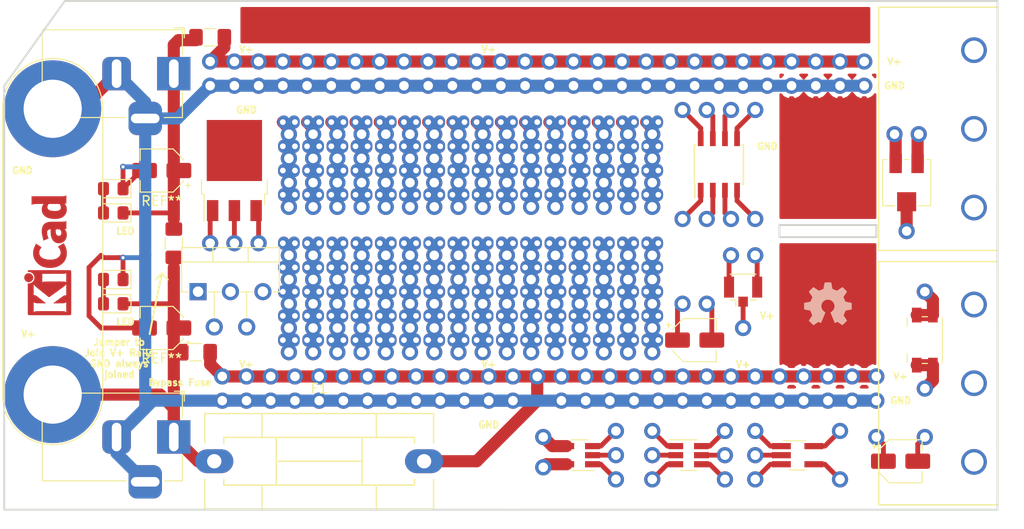
<source format=kicad_pcb>
(kicad_pcb (version 20171130) (host pcbnew 5.0.2+dfsg1-1~bpo9+1)

  (general
    (thickness 1.6002)
    (drawings 37)
    (tracks 352)
    (zones 0)
    (modules 362)
    (nets 1)
  )

  (page User 150.012 200)
  (title_block
    (title High-density-proto-board)
    (date "12 Jun 2014")
    (rev 0.10.a)
    (company "2014 - blog.spitzenpfeil.org")
  )

  (layers
    (0 Front signal)
    (31 Back signal)
    (36 B.SilkS user)
    (37 F.SilkS user)
    (38 B.Mask user)
    (39 F.Mask user)
    (44 Edge.Cuts user)
  )

  (setup
    (last_trace_width 0.4064)
    (user_trace_width 0.2032)
    (user_trace_width 0.3048)
    (user_trace_width 0.4064)
    (user_trace_width 0.508)
    (user_trace_width 0.762)
    (user_trace_width 1.016)
    (user_trace_width 1.27)
    (trace_clearance 0.2032)
    (zone_clearance 0.25)
    (zone_45_only no)
    (trace_min 0.2032)
    (segment_width 0.2)
    (edge_width 0.2)
    (via_size 0.635)
    (via_drill 0.3302)
    (via_min_size 0.635)
    (via_min_drill 0.3302)
    (uvia_size 0.508)
    (uvia_drill 0.127)
    (uvias_allowed no)
    (uvia_min_size 0.508)
    (uvia_min_drill 0.127)
    (pcb_text_width 0.2)
    (pcb_text_size 1 1)
    (mod_edge_width 0.2)
    (mod_text_size 1 1)
    (mod_text_width 0.2)
    (pad_size 1.7 1.7)
    (pad_drill 1)
    (pad_to_mask_clearance 0)
    (solder_mask_min_width 0.25)
    (aux_axis_origin 0 0)
    (visible_elements 7FFFFF7F)
    (pcbplotparams
      (layerselection 0x00030_ffffffff)
      (usegerberextensions true)
      (usegerberattributes false)
      (usegerberadvancedattributes false)
      (creategerberjobfile false)
      (excludeedgelayer true)
      (linewidth 0.150000)
      (plotframeref false)
      (viasonmask false)
      (mode 1)
      (useauxorigin false)
      (hpglpennumber 1)
      (hpglpenspeed 20)
      (hpglpendiameter 15.000000)
      (psnegative false)
      (psa4output false)
      (plotreference true)
      (plotvalue true)
      (plotinvisibletext false)
      (padsonsilk false)
      (subtractmaskfromsilk true)
      (outputformat 1)
      (mirror false)
      (drillshape 0)
      (scaleselection 1)
      (outputdirectory "gerbers/"))
  )

  (net 0 "")

  (net_class Default "This is the default net class."
    (clearance 0.2032)
    (trace_width 0.4064)
    (via_dia 0.635)
    (via_drill 0.3302)
    (uvia_dia 0.508)
    (uvia_drill 0.127)
  )

  (module Symbol:KiCad-Logo_5mm_Copper (layer Front) (tedit 5E6DCB60) (tstamp 5E6DEA8F)
    (at 17.78 87.63 90)
    (descr "KiCad Logo")
    (tags "Logo KiCad")
    (attr virtual)
    (fp_text reference REF** (at 0 -3.7 90) (layer F.SilkS) hide
      (effects (font (size 1 1) (thickness 0.15)))
    )
    (fp_text value KiCad-Logo_5mm_Copper (at 0 2.8 90) (layer F.Fab)
      (effects (font (size 1 1) (thickness 0.15)))
    )
    (fp_line (start -6.4 2) (end -6.4 -3) (layer F.CrtYd) (width 0.05))
    (fp_line (start -6.4 -3) (end 6.4 -3) (layer F.CrtYd) (width 0.05))
    (fp_line (start 6.4 -3) (end 6.4 2) (layer F.CrtYd) (width 0.05))
    (fp_line (start 6.4 2) (end -6.4 2) (layer F.CrtYd) (width 0.05))
    (fp_poly (pts (xy -2.9464 -2.510946) (xy -2.935535 -2.397007) (xy -2.903918 -2.289384) (xy -2.853015 -2.190385)
      (xy -2.784293 -2.102316) (xy -2.699219 -2.027484) (xy -2.602232 -1.969616) (xy -2.495964 -1.929995)
      (xy -2.38895 -1.911427) (xy -2.2833 -1.912566) (xy -2.181125 -1.93207) (xy -2.084534 -1.968594)
      (xy -1.995638 -2.020795) (xy -1.916546 -2.087327) (xy -1.849369 -2.166848) (xy -1.796217 -2.258013)
      (xy -1.759199 -2.359477) (xy -1.740427 -2.469898) (xy -1.738489 -2.519794) (xy -1.738489 -2.607733)
      (xy -1.68656 -2.607733) (xy -1.650253 -2.604889) (xy -1.623355 -2.593089) (xy -1.596249 -2.569351)
      (xy -1.557867 -2.530969) (xy -1.557867 -0.339398) (xy -1.557876 -0.077261) (xy -1.557908 0.163241)
      (xy -1.557972 0.383048) (xy -1.558076 0.583101) (xy -1.558227 0.764344) (xy -1.558434 0.927716)
      (xy -1.558706 1.07416) (xy -1.55905 1.204617) (xy -1.559474 1.320029) (xy -1.559987 1.421338)
      (xy -1.560597 1.509484) (xy -1.561312 1.58541) (xy -1.56214 1.650057) (xy -1.563089 1.704367)
      (xy -1.564167 1.74928) (xy -1.565383 1.78574) (xy -1.566745 1.814687) (xy -1.568261 1.837063)
      (xy -1.569938 1.853809) (xy -1.571786 1.865868) (xy -1.573813 1.87418) (xy -1.576025 1.879687)
      (xy -1.577108 1.881537) (xy -1.581271 1.888549) (xy -1.584805 1.894996) (xy -1.588635 1.9009)
      (xy -1.593682 1.906286) (xy -1.600871 1.911178) (xy -1.611123 1.915598) (xy -1.625364 1.919572)
      (xy -1.644514 1.923121) (xy -1.669499 1.92627) (xy -1.70124 1.929042) (xy -1.740662 1.931461)
      (xy -1.788686 1.933551) (xy -1.846237 1.935335) (xy -1.914237 1.936837) (xy -1.99361 1.93808)
      (xy -2.085279 1.939089) (xy -2.190166 1.939885) (xy -2.309196 1.940494) (xy -2.44329 1.940939)
      (xy -2.593373 1.941243) (xy -2.760367 1.94143) (xy -2.945196 1.941524) (xy -3.148783 1.941548)
      (xy -3.37205 1.941525) (xy -3.615922 1.94148) (xy -3.881321 1.941437) (xy -3.919704 1.941432)
      (xy -4.186682 1.941389) (xy -4.432002 1.941318) (xy -4.656583 1.941213) (xy -4.861345 1.941066)
      (xy -5.047206 1.940869) (xy -5.215088 1.940616) (xy -5.365908 1.9403) (xy -5.500587 1.939913)
      (xy -5.620044 1.939447) (xy -5.725199 1.938897) (xy -5.816971 1.938253) (xy -5.896279 1.937511)
      (xy -5.964043 1.936661) (xy -6.021182 1.935697) (xy -6.068617 1.934611) (xy -6.107266 1.933397)
      (xy -6.138049 1.932047) (xy -6.161885 1.930555) (xy -6.179694 1.928911) (xy -6.192395 1.927111)
      (xy -6.200908 1.925145) (xy -6.205266 1.923477) (xy -6.213728 1.919906) (xy -6.221497 1.91727)
      (xy -6.228602 1.914634) (xy -6.235073 1.911062) (xy -6.240939 1.905621) (xy -6.246229 1.897375)
      (xy -6.250974 1.88539) (xy -6.255202 1.868731) (xy -6.258943 1.846463) (xy -6.262227 1.817652)
      (xy -6.265083 1.781363) (xy -6.26754 1.736661) (xy -6.269629 1.682611) (xy -6.271378 1.618279)
      (xy -6.272817 1.54273) (xy -6.273976 1.45503) (xy -6.274883 1.354243) (xy -6.275569 1.239434)
      (xy -6.276063 1.10967) (xy -6.276395 0.964015) (xy -6.276593 0.801535) (xy -6.276687 0.621295)
      (xy -6.276708 0.42236) (xy -6.276685 0.203796) (xy -6.276646 -0.035332) (xy -6.276622 -0.29596)
      (xy -6.276622 -0.338111) (xy -6.276636 -0.601008) (xy -6.276661 -0.842268) (xy -6.276671 -1.062835)
      (xy -6.276642 -1.263648) (xy -6.276548 -1.445651) (xy -6.276362 -1.609784) (xy -6.276059 -1.756989)
      (xy -6.275614 -1.888208) (xy -6.275034 -1.998133) (xy -5.972197 -1.998133) (xy -5.932407 -1.940289)
      (xy -5.921236 -1.924521) (xy -5.911166 -1.910559) (xy -5.902138 -1.897216) (xy -5.894097 -1.883307)
      (xy -5.886986 -1.867644) (xy -5.880747 -1.849042) (xy -5.875325 -1.826314) (xy -5.870662 -1.798273)
      (xy -5.866701 -1.763733) (xy -5.863385 -1.721508) (xy -5.860659 -1.670411) (xy -5.858464 -1.609256)
      (xy -5.856745 -1.536856) (xy -5.855444 -1.452025) (xy -5.854505 -1.353578) (xy -5.85387 -1.240326)
      (xy -5.853484 -1.111084) (xy -5.853288 -0.964666) (xy -5.853227 -0.799884) (xy -5.853243 -0.615553)
      (xy -5.85328 -0.410487) (xy -5.853289 -0.287867) (xy -5.853265 -0.070918) (xy -5.853231 0.124642)
      (xy -5.853243 0.299999) (xy -5.853358 0.456341) (xy -5.85363 0.594857) (xy -5.854118 0.716734)
      (xy -5.854876 0.82316) (xy -5.855962 0.915322) (xy -5.857431 0.994409) (xy -5.85934 1.061608)
      (xy -5.861744 1.118107) (xy -5.864701 1.165093) (xy -5.868266 1.203755) (xy -5.872495 1.23528)
      (xy -5.877446 1.260855) (xy -5.883173 1.28167) (xy -5.889733 1.298911) (xy -5.897183 1.313765)
      (xy -5.905579 1.327422) (xy -5.914976 1.341069) (xy -5.925432 1.355893) (xy -5.931523 1.364783)
      (xy -5.970296 1.4224) (xy -5.438732 1.4224) (xy -5.315483 1.422365) (xy -5.212987 1.422215)
      (xy -5.12942 1.421878) (xy -5.062956 1.421286) (xy -5.011771 1.420367) (xy -4.974041 1.419051)
      (xy -4.94794 1.417269) (xy -4.931644 1.414951) (xy -4.923328 1.412026) (xy -4.921168 1.408424)
      (xy -4.923339 1.404075) (xy -4.924535 1.402645) (xy -4.949685 1.365573) (xy -4.975583 1.312772)
      (xy -4.999192 1.25077) (xy -5.007461 1.224357) (xy -5.012078 1.206416) (xy -5.015979 1.185355)
      (xy -5.019248 1.159089) (xy -5.021966 1.125532) (xy -5.024215 1.082599) (xy -5.026077 1.028204)
      (xy -5.027636 0.960262) (xy -5.028972 0.876688) (xy -5.030169 0.775395) (xy -5.031308 0.6543)
      (xy -5.031685 0.6096) (xy -5.032702 0.484449) (xy -5.03346 0.380082) (xy -5.033903 0.294707)
      (xy -5.03397 0.226533) (xy -5.033605 0.173765) (xy -5.032748 0.134614) (xy -5.031341 0.107285)
      (xy -5.029325 0.089986) (xy -5.026643 0.080926) (xy -5.023236 0.078312) (xy -5.019044 0.080351)
      (xy -5.014571 0.084667) (xy -5.004216 0.097602) (xy -4.982158 0.126676) (xy -4.949957 0.169759)
      (xy -4.909174 0.224718) (xy -4.86137 0.289423) (xy -4.808105 0.361742) (xy -4.75094 0.439544)
      (xy -4.691437 0.520698) (xy -4.631155 0.603072) (xy -4.571655 0.684536) (xy -4.514498 0.762957)
      (xy -4.461245 0.836204) (xy -4.413457 0.902147) (xy -4.372693 0.958654) (xy -4.340516 1.003593)
      (xy -4.318485 1.034834) (xy -4.313917 1.041466) (xy -4.290996 1.078369) (xy -4.264188 1.126359)
      (xy -4.238789 1.175897) (xy -4.235568 1.182577) (xy -4.21389 1.230772) (xy -4.201304 1.268334)
      (xy -4.195574 1.30416) (xy -4.194456 1.3462) (xy -4.19509 1.4224) (xy -3.040651 1.4224)
      (xy -3.131815 1.328669) (xy -3.178612 1.278775) (xy -3.228899 1.222295) (xy -3.274944 1.168026)
      (xy -3.295369 1.142673) (xy -3.325807 1.103128) (xy -3.365862 1.049916) (xy -3.414361 0.984667)
      (xy -3.470135 0.909011) (xy -3.532011 0.824577) (xy -3.598819 0.732994) (xy -3.669387 0.635892)
      (xy -3.742545 0.534901) (xy -3.817121 0.43165) (xy -3.891944 0.327768) (xy -3.965843 0.224885)
      (xy -4.037646 0.124631) (xy -4.106184 0.028636) (xy -4.170284 -0.061473) (xy -4.228775 -0.144064)
      (xy -4.280486 -0.217508) (xy -4.324247 -0.280176) (xy -4.358885 -0.330439) (xy -4.38323 -0.366666)
      (xy -4.396111 -0.387229) (xy -4.397869 -0.391332) (xy -4.38991 -0.402658) (xy -4.369115 -0.429838)
      (xy -4.336847 -0.471171) (xy -4.29447 -0.524956) (xy -4.243347 -0.589494) (xy -4.184841 -0.663082)
      (xy -4.120314 -0.744022) (xy -4.051131 -0.830612) (xy -3.978653 -0.921152) (xy -3.904246 -1.01394)
      (xy -3.844517 -1.088298) (xy -2.833511 -1.088298) (xy -2.827602 -1.075341) (xy -2.813272 -1.053092)
      (xy -2.812225 -1.051609) (xy -2.793438 -1.021456) (xy -2.773791 -0.984625) (xy -2.769892 -0.976489)
      (xy -2.766356 -0.96806) (xy -2.76323 -0.957941) (xy -2.760486 -0.94474) (xy -2.758092 -0.927062)
      (xy -2.756019 -0.903516) (xy -2.754235 -0.872707) (xy -2.752712 -0.833243) (xy -2.751419 -0.783731)
      (xy -2.750326 -0.722777) (xy -2.749403 -0.648989) (xy -2.748619 -0.560972) (xy -2.747945 -0.457335)
      (xy -2.74735 -0.336684) (xy -2.746805 -0.197626) (xy -2.746279 -0.038768) (xy -2.745745 0.140089)
      (xy -2.745206 0.325207) (xy -2.744772 0.489145) (xy -2.744509 0.633303) (xy -2.744484 0.759079)
      (xy -2.744765 0.867871) (xy -2.745419 0.961077) (xy -2.746514 1.040097) (xy -2.748118 1.106328)
      (xy -2.750297 1.16117) (xy -2.753119 1.206021) (xy -2.756651 1.242278) (xy -2.760961 1.271341)
      (xy -2.766117 1.294609) (xy -2.772185 1.313479) (xy -2.779233 1.329351) (xy -2.787329 1.343622)
      (xy -2.79654 1.357691) (xy -2.80504 1.370158) (xy -2.822176 1.396452) (xy -2.832322 1.414037)
      (xy -2.833511 1.417257) (xy -2.822604 1.418334) (xy -2.791411 1.419335) (xy -2.742223 1.420235)
      (xy -2.677333 1.42101) (xy -2.59903 1.421637) (xy -2.509607 1.422091) (xy -2.411356 1.422349)
      (xy -2.342445 1.4224) (xy -2.237452 1.42218) (xy -2.14061 1.421548) (xy -2.054107 1.420549)
      (xy -1.980132 1.419227) (xy -1.920874 1.417626) (xy -1.87852 1.415791) (xy -1.85526 1.413765)
      (xy -1.851378 1.412493) (xy -1.859076 1.397591) (xy -1.867074 1.38956) (xy -1.880246 1.372434)
      (xy -1.897485 1.342183) (xy -1.909407 1.317622) (xy -1.936045 1.258711) (xy -1.93912 0.081845)
      (xy -1.942195 -1.095022) (xy -2.387853 -1.095022) (xy -2.48567 -1.094858) (xy -2.576064 -1.094389)
      (xy -2.65663 -1.093653) (xy -2.724962 -1.092684) (xy -2.778656 -1.09152) (xy -2.815305 -1.090197)
      (xy -2.832504 -1.088751) (xy -2.833511 -1.088298) (xy -3.844517 -1.088298) (xy -3.82927 -1.107278)
      (xy -3.75509 -1.199463) (xy -3.683069 -1.288796) (xy -3.614569 -1.373576) (xy -3.550955 -1.452102)
      (xy -3.493588 -1.522674) (xy -3.443833 -1.583591) (xy -3.403052 -1.633153) (xy -3.385888 -1.653822)
      (xy -3.299596 -1.754484) (xy -3.222997 -1.837741) (xy -3.154183 -1.905562) (xy -3.091248 -1.959911)
      (xy -3.081867 -1.967278) (xy -3.042356 -1.997883) (xy -4.174116 -1.998133) (xy -4.168827 -1.950156)
      (xy -4.17213 -1.892812) (xy -4.193661 -1.824537) (xy -4.233635 -1.744788) (xy -4.278943 -1.672505)
      (xy -4.295161 -1.64986) (xy -4.323214 -1.612304) (xy -4.36143 -1.561979) (xy -4.408137 -1.501027)
      (xy -4.461661 -1.431589) (xy -4.520331 -1.355806) (xy -4.582475 -1.27582) (xy -4.646421 -1.193772)
      (xy -4.710495 -1.111804) (xy -4.773027 -1.032057) (xy -4.832343 -0.956673) (xy -4.886771 -0.887793)
      (xy -4.934639 -0.827558) (xy -4.974275 -0.778111) (xy -5.004006 -0.741592) (xy -5.022161 -0.720142)
      (xy -5.02522 -0.716844) (xy -5.028079 -0.724851) (xy -5.030293 -0.755145) (xy -5.031857 -0.807444)
      (xy -5.032767 -0.881469) (xy -5.03302 -0.976937) (xy -5.032613 -1.093566) (xy -5.031704 -1.213555)
      (xy -5.030382 -1.345667) (xy -5.028857 -1.457406) (xy -5.026881 -1.550975) (xy -5.024206 -1.628581)
      (xy -5.020582 -1.692426) (xy -5.015761 -1.744717) (xy -5.009494 -1.787656) (xy -5.001532 -1.823449)
      (xy -4.991627 -1.8543) (xy -4.979531 -1.882414) (xy -4.964993 -1.909995) (xy -4.950311 -1.935034)
      (xy -4.912314 -1.998133) (xy -5.972197 -1.998133) (xy -6.275034 -1.998133) (xy -6.275001 -2.004383)
      (xy -6.274195 -2.106456) (xy -6.27317 -2.195367) (xy -6.2719 -2.272059) (xy -6.27036 -2.337473)
      (xy -6.268524 -2.392551) (xy -6.266367 -2.438235) (xy -6.263863 -2.475466) (xy -6.260987 -2.505187)
      (xy -6.257713 -2.528338) (xy -6.254015 -2.545861) (xy -6.249869 -2.558699) (xy -6.245247 -2.567792)
      (xy -6.240126 -2.574082) (xy -6.234478 -2.578512) (xy -6.228279 -2.582022) (xy -6.221504 -2.585555)
      (xy -6.215508 -2.589124) (xy -6.210275 -2.5917) (xy -6.202099 -2.594028) (xy -6.189886 -2.596122)
      (xy -6.172541 -2.597993) (xy -6.148969 -2.599653) (xy -6.118077 -2.601116) (xy -6.078768 -2.602392)
      (xy -6.02995 -2.603496) (xy -5.970527 -2.604439) (xy -5.899404 -2.605233) (xy -5.815488 -2.605891)
      (xy -5.717683 -2.606425) (xy -5.604894 -2.606847) (xy -5.476029 -2.607171) (xy -5.329991 -2.607408)
      (xy -5.165686 -2.60757) (xy -4.98202 -2.60767) (xy -4.777897 -2.60772) (xy -4.566753 -2.607733)
      (xy -2.9464 -2.607733) (xy -2.9464 -2.510946)) (layer Front) (width 0.01))
    (fp_poly (pts (xy 0.328429 -2.050929) (xy 0.48857 -2.029755) (xy 0.65251 -1.989615) (xy 0.822313 -1.930111)
      (xy 1.000043 -1.850846) (xy 1.01131 -1.845301) (xy 1.069005 -1.817275) (xy 1.120552 -1.793198)
      (xy 1.162191 -1.774751) (xy 1.190162 -1.763614) (xy 1.199733 -1.761067) (xy 1.21895 -1.756059)
      (xy 1.223561 -1.751853) (xy 1.218458 -1.74142) (xy 1.202418 -1.715132) (xy 1.177288 -1.675743)
      (xy 1.144914 -1.626009) (xy 1.107143 -1.568685) (xy 1.065822 -1.506524) (xy 1.022798 -1.442282)
      (xy 0.979917 -1.378715) (xy 0.939026 -1.318575) (xy 0.901971 -1.26462) (xy 0.8706 -1.219603)
      (xy 0.846759 -1.186279) (xy 0.832294 -1.167403) (xy 0.830309 -1.165213) (xy 0.820191 -1.169862)
      (xy 0.79785 -1.187038) (xy 0.76728 -1.21356) (xy 0.751536 -1.228036) (xy 0.655047 -1.303318)
      (xy 0.548336 -1.358759) (xy 0.432832 -1.393859) (xy 0.309962 -1.40812) (xy 0.240561 -1.406949)
      (xy 0.119423 -1.389788) (xy 0.010205 -1.353906) (xy -0.087418 -1.299041) (xy -0.173772 -1.22493)
      (xy -0.249185 -1.131312) (xy -0.313982 -1.017924) (xy -0.351399 -0.931333) (xy -0.395252 -0.795634)
      (xy -0.427572 -0.64815) (xy -0.448443 -0.492686) (xy -0.457949 -0.333044) (xy -0.456173 -0.173027)
      (xy -0.443197 -0.016439) (xy -0.419106 0.132918) (xy -0.383982 0.27124) (xy -0.337908 0.394724)
      (xy -0.321627 0.428978) (xy -0.25338 0.543064) (xy -0.172921 0.639557) (xy -0.08143 0.71767)
      (xy 0.019911 0.776617) (xy 0.12992 0.815612) (xy 0.247415 0.833868) (xy 0.288883 0.835211)
      (xy 0.410441 0.82429) (xy 0.530878 0.791474) (xy 0.648666 0.737439) (xy 0.762277 0.662865)
      (xy 0.853685 0.584539) (xy 0.900215 0.540008) (xy 1.081483 0.837271) (xy 1.12658 0.911433)
      (xy 1.167819 0.979646) (xy 1.203735 1.039459) (xy 1.232866 1.08842) (xy 1.25375 1.124079)
      (xy 1.264924 1.143984) (xy 1.266375 1.147079) (xy 1.258146 1.156718) (xy 1.232567 1.173999)
      (xy 1.192873 1.197283) (xy 1.142297 1.224934) (xy 1.084074 1.255315) (xy 1.021437 1.28679)
      (xy 0.957621 1.317722) (xy 0.89586 1.346473) (xy 0.839388 1.371408) (xy 0.791438 1.390889)
      (xy 0.767986 1.399318) (xy 0.634221 1.437133) (xy 0.496327 1.462136) (xy 0.348622 1.47514)
      (xy 0.221833 1.477468) (xy 0.153878 1.476373) (xy 0.088277 1.474275) (xy 0.030847 1.471434)
      (xy -0.012597 1.468106) (xy -0.026702 1.466422) (xy -0.165716 1.437587) (xy -0.307243 1.392468)
      (xy -0.444725 1.33375) (xy -0.571606 1.26412) (xy -0.649111 1.211441) (xy -0.776519 1.103239)
      (xy -0.894822 0.976671) (xy -1.001828 0.834866) (xy -1.095348 0.680951) (xy -1.17319 0.518053)
      (xy -1.217044 0.400756) (xy -1.267292 0.217128) (xy -1.300791 0.022581) (xy -1.317551 -0.178675)
      (xy -1.317584 -0.382432) (xy -1.300899 -0.584479) (xy -1.267507 -0.780608) (xy -1.21742 -0.966609)
      (xy -1.213603 -0.978197) (xy -1.150719 -1.14025) (xy -1.073972 -1.288168) (xy -0.980758 -1.426135)
      (xy -0.868473 -1.558339) (xy -0.824608 -1.603601) (xy -0.688466 -1.727543) (xy -0.548509 -1.830085)
      (xy -0.402589 -1.912344) (xy -0.248558 -1.975436) (xy -0.084268 -2.020477) (xy 0.011289 -2.037967)
      (xy 0.170023 -2.053534) (xy 0.328429 -2.050929)) (layer Front) (width 0.01))
    (fp_poly (pts (xy 2.673574 -1.133448) (xy 2.825492 -1.113433) (xy 2.960756 -1.079798) (xy 3.080239 -1.032275)
      (xy 3.184815 -0.970595) (xy 3.262424 -0.907035) (xy 3.331265 -0.832901) (xy 3.385006 -0.753129)
      (xy 3.42791 -0.660909) (xy 3.443384 -0.617839) (xy 3.456244 -0.578858) (xy 3.467446 -0.542711)
      (xy 3.47712 -0.507566) (xy 3.485396 -0.47159) (xy 3.492403 -0.43295) (xy 3.498272 -0.389815)
      (xy 3.503131 -0.340351) (xy 3.50711 -0.282727) (xy 3.51034 -0.215109) (xy 3.512949 -0.135666)
      (xy 3.515067 -0.042564) (xy 3.516824 0.066027) (xy 3.518349 0.191942) (xy 3.519772 0.337012)
      (xy 3.521025 0.479778) (xy 3.522351 0.635968) (xy 3.523556 0.771239) (xy 3.524766 0.887246)
      (xy 3.526106 0.985645) (xy 3.5277 1.068093) (xy 3.529675 1.136246) (xy 3.532156 1.19176)
      (xy 3.535269 1.236292) (xy 3.539138 1.271498) (xy 3.543889 1.299034) (xy 3.549648 1.320556)
      (xy 3.556539 1.337722) (xy 3.564689 1.352186) (xy 3.574223 1.365606) (xy 3.585266 1.379638)
      (xy 3.589566 1.385071) (xy 3.605386 1.40791) (xy 3.612422 1.423463) (xy 3.612444 1.423922)
      (xy 3.601567 1.426121) (xy 3.570582 1.428147) (xy 3.521957 1.429942) (xy 3.458163 1.431451)
      (xy 3.381669 1.432616) (xy 3.294944 1.43338) (xy 3.200457 1.433686) (xy 3.18955 1.433689)
      (xy 2.766657 1.433689) (xy 2.763395 1.337622) (xy 2.760133 1.241556) (xy 2.698044 1.292543)
      (xy 2.600714 1.360057) (xy 2.490813 1.414749) (xy 2.404349 1.444978) (xy 2.335278 1.459666)
      (xy 2.251925 1.469659) (xy 2.162159 1.474646) (xy 2.073845 1.474313) (xy 1.994851 1.468351)
      (xy 1.958622 1.462638) (xy 1.818603 1.424776) (xy 1.692178 1.369932) (xy 1.58026 1.298924)
      (xy 1.483762 1.212568) (xy 1.4036 1.111679) (xy 1.340687 0.997076) (xy 1.296312 0.870984)
      (xy 1.283978 0.814401) (xy 1.276368 0.752202) (xy 1.272739 0.677363) (xy 1.272245 0.643467)
      (xy 1.27231 0.640282) (xy 2.032248 0.640282) (xy 2.041541 0.715333) (xy 2.069728 0.77916)
      (xy 2.118197 0.834798) (xy 2.123254 0.839211) (xy 2.171548 0.874037) (xy 2.223257 0.89662)
      (xy 2.283989 0.90854) (xy 2.359352 0.911383) (xy 2.377459 0.910978) (xy 2.431278 0.908325)
      (xy 2.471308 0.902909) (xy 2.506324 0.892745) (xy 2.545103 0.87585) (xy 2.555745 0.870672)
      (xy 2.616396 0.834844) (xy 2.663215 0.792212) (xy 2.675952 0.776973) (xy 2.720622 0.720462)
      (xy 2.720622 0.524586) (xy 2.720086 0.445939) (xy 2.718396 0.387988) (xy 2.715428 0.348875)
      (xy 2.711057 0.326741) (xy 2.706972 0.320274) (xy 2.691047 0.317111) (xy 2.657264 0.314488)
      (xy 2.61034 0.312655) (xy 2.554993 0.311857) (xy 2.546106 0.311842) (xy 2.42533 0.317096)
      (xy 2.32266 0.333263) (xy 2.236106 0.360961) (xy 2.163681 0.400808) (xy 2.108751 0.447758)
      (xy 2.064204 0.505645) (xy 2.03948 0.568693) (xy 2.032248 0.640282) (xy 1.27231 0.640282)
      (xy 1.274178 0.549712) (xy 1.282522 0.470812) (xy 1.298768 0.39959) (xy 1.324405 0.328864)
      (xy 1.348401 0.276493) (xy 1.40702 0.181196) (xy 1.485117 0.09317) (xy 1.580315 0.014017)
      (xy 1.690238 -0.05466) (xy 1.81251 -0.111259) (xy 1.944755 -0.154179) (xy 2.009422 -0.169118)
      (xy 2.145604 -0.191223) (xy 2.294049 -0.205806) (xy 2.445505 -0.212187) (xy 2.572064 -0.210555)
      (xy 2.73395 -0.203776) (xy 2.72653 -0.262755) (xy 2.707238 -0.361908) (xy 2.676104 -0.442628)
      (xy 2.632269 -0.505534) (xy 2.574871 -0.551244) (xy 2.503048 -0.580378) (xy 2.415941 -0.593553)
      (xy 2.312686 -0.591389) (xy 2.274711 -0.587388) (xy 2.13352 -0.56222) (xy 1.996707 -0.521186)
      (xy 1.902178 -0.483185) (xy 1.857018 -0.46381) (xy 1.818585 -0.44824) (xy 1.792234 -0.438595)
      (xy 1.784546 -0.436548) (xy 1.774802 -0.445626) (xy 1.758083 -0.474595) (xy 1.734232 -0.523783)
      (xy 1.703093 -0.593516) (xy 1.664507 -0.684121) (xy 1.65791 -0.699911) (xy 1.627853 -0.772228)
      (xy 1.600874 -0.837575) (xy 1.578136 -0.893094) (xy 1.560806 -0.935928) (xy 1.550048 -0.963219)
      (xy 1.546941 -0.972058) (xy 1.55694 -0.976813) (xy 1.583217 -0.98209) (xy 1.611489 -0.985769)
      (xy 1.641646 -0.990526) (xy 1.689433 -0.999972) (xy 1.750612 -1.01318) (xy 1.820946 -1.029224)
      (xy 1.896194 -1.04718) (xy 1.924755 -1.054203) (xy 2.029816 -1.079791) (xy 2.11748 -1.099853)
      (xy 2.192068 -1.115031) (xy 2.257903 -1.125965) (xy 2.319307 -1.133296) (xy 2.380602 -1.137665)
      (xy 2.44611 -1.139713) (xy 2.504128 -1.140111) (xy 2.673574 -1.133448)) (layer Front) (width 0.01))
    (fp_poly (pts (xy 6.186507 -0.527755) (xy 6.186526 -0.293338) (xy 6.186552 -0.080397) (xy 6.186625 0.112168)
      (xy 6.186782 0.285459) (xy 6.187064 0.440576) (xy 6.187509 0.57862) (xy 6.188156 0.700692)
      (xy 6.189045 0.807894) (xy 6.190213 0.901326) (xy 6.191701 0.98209) (xy 6.193546 1.051286)
      (xy 6.195789 1.110015) (xy 6.198469 1.159379) (xy 6.201623 1.200478) (xy 6.205292 1.234413)
      (xy 6.209513 1.262286) (xy 6.214327 1.285198) (xy 6.219773 1.304249) (xy 6.225888 1.32054)
      (xy 6.232712 1.335173) (xy 6.240285 1.349249) (xy 6.248645 1.363868) (xy 6.253839 1.372974)
      (xy 6.288104 1.433689) (xy 5.429955 1.433689) (xy 5.429955 1.337733) (xy 5.429224 1.29437)
      (xy 5.427272 1.261205) (xy 5.424463 1.243424) (xy 5.423221 1.241778) (xy 5.411799 1.248662)
      (xy 5.389084 1.266505) (xy 5.366385 1.285879) (xy 5.3118 1.326614) (xy 5.242321 1.367617)
      (xy 5.16527 1.405123) (xy 5.087965 1.435364) (xy 5.057113 1.445012) (xy 4.988616 1.459578)
      (xy 4.905764 1.469539) (xy 4.816371 1.474583) (xy 4.728248 1.474396) (xy 4.649207 1.468666)
      (xy 4.611511 1.462858) (xy 4.473414 1.424797) (xy 4.346113 1.367073) (xy 4.230292 1.290211)
      (xy 4.126637 1.194739) (xy 4.035833 1.081179) (xy 3.969031 0.970381) (xy 3.914164 0.853625)
      (xy 3.872163 0.734276) (xy 3.842167 0.608283) (xy 3.823311 0.471594) (xy 3.814732 0.320158)
      (xy 3.814006 0.242711) (xy 3.8161 0.185934) (xy 4.645217 0.185934) (xy 4.645424 0.279002)
      (xy 4.648337 0.366692) (xy 4.654 0.443772) (xy 4.662455 0.505009) (xy 4.665038 0.51735)
      (xy 4.69684 0.624633) (xy 4.738498 0.711658) (xy 4.790363 0.778642) (xy 4.852781 0.825805)
      (xy 4.9261 0.853365) (xy 5.010669 0.861541) (xy 5.106835 0.850551) (xy 5.170311 0.834829)
      (xy 5.219454 0.816639) (xy 5.273583 0.790791) (xy 5.314244 0.767089) (xy 5.3848 0.720721)
      (xy 5.3848 -0.42947) (xy 5.317392 -0.473038) (xy 5.238867 -0.51396) (xy 5.154681 -0.540611)
      (xy 5.069557 -0.552535) (xy 4.988216 -0.549278) (xy 4.91538 -0.530385) (xy 4.883426 -0.514816)
      (xy 4.825501 -0.471819) (xy 4.776544 -0.415047) (xy 4.73539 -0.342425) (xy 4.700874 -0.251879)
      (xy 4.671833 -0.141334) (xy 4.670552 -0.135467) (xy 4.660381 -0.073212) (xy 4.652739 0.004594)
      (xy 4.64767 0.09272) (xy 4.645217 0.185934) (xy 3.8161 0.185934) (xy 3.821857 0.029895)
      (xy 3.843802 -0.165941) (xy 3.879786 -0.344668) (xy 3.929759 -0.506155) (xy 3.993668 -0.650274)
      (xy 4.071462 -0.776894) (xy 4.163089 -0.885885) (xy 4.268497 -0.977117) (xy 4.313662 -1.008068)
      (xy 4.414611 -1.064215) (xy 4.517901 -1.103826) (xy 4.627989 -1.127986) (xy 4.74933 -1.137781)
      (xy 4.841836 -1.136735) (xy 4.97149 -1.125769) (xy 5.084084 -1.103954) (xy 5.182875 -1.070286)
      (xy 5.271121 -1.023764) (xy 5.319986 -0.989552) (xy 5.349353 -0.967638) (xy 5.371043 -0.952667)
      (xy 5.379253 -0.948267) (xy 5.380868 -0.959096) (xy 5.382159 -0.989749) (xy 5.383138 -1.037474)
      (xy 5.383817 -1.099521) (xy 5.38421 -1.173138) (xy 5.38433 -1.255573) (xy 5.384188 -1.344075)
      (xy 5.383797 -1.435893) (xy 5.383171 -1.528276) (xy 5.38232 -1.618472) (xy 5.38126 -1.703729)
      (xy 5.380001 -1.781297) (xy 5.378556 -1.848424) (xy 5.376938 -1.902359) (xy 5.375161 -1.94035)
      (xy 5.374669 -1.947333) (xy 5.367092 -2.017749) (xy 5.355531 -2.072898) (xy 5.337792 -2.120019)
      (xy 5.311682 -2.166353) (xy 5.305415 -2.175933) (xy 5.280983 -2.212622) (xy 6.186311 -2.212622)
      (xy 6.186507 -0.527755)) (layer Front) (width 0.01))
    (fp_poly (pts (xy -2.273043 -2.973429) (xy -2.176768 -2.949191) (xy -2.090184 -2.906359) (xy -2.015373 -2.846581)
      (xy -1.954418 -2.771506) (xy -1.909399 -2.68278) (xy -1.883136 -2.58647) (xy -1.877286 -2.489205)
      (xy -1.89214 -2.395346) (xy -1.92584 -2.307489) (xy -1.976528 -2.22823) (xy -2.042345 -2.160164)
      (xy -2.121434 -2.105888) (xy -2.211934 -2.067998) (xy -2.2632 -2.055574) (xy -2.307698 -2.048053)
      (xy -2.341999 -2.045081) (xy -2.37496 -2.046906) (xy -2.415434 -2.053775) (xy -2.448531 -2.06075)
      (xy -2.541947 -2.092259) (xy -2.625619 -2.143383) (xy -2.697665 -2.212571) (xy -2.7562 -2.298272)
      (xy -2.770148 -2.325511) (xy -2.786586 -2.361878) (xy -2.796894 -2.392418) (xy -2.80246 -2.42455)
      (xy -2.804669 -2.465693) (xy -2.804948 -2.511778) (xy -2.800861 -2.596135) (xy -2.787446 -2.665414)
      (xy -2.762256 -2.726039) (xy -2.722846 -2.784433) (xy -2.684298 -2.828698) (xy -2.612406 -2.894516)
      (xy -2.537313 -2.939947) (xy -2.454562 -2.96715) (xy -2.376928 -2.977424) (xy -2.273043 -2.973429)) (layer Front) (width 0.01))
  )

  (module footprints:PinHeader_1x01_EDIT (layer Front) (tedit 5E6DA448) (tstamp 5E729014)
    (at 109.22 91.44)
    (descr "Through hole straight pin header, 1x01, 2.54mm pitch, single row")
    (tags "Through hole pin header THT 1x01 2.54mm single row")
    (fp_text reference REF** (at 0 -2.33) (layer F.SilkS) hide
      (effects (font (size 1 1) (thickness 0.15)))
    )
    (fp_text value PinHeader_1x01_P2.54mm_Vertical (at 0 2.33) (layer F.Fab)
      (effects (font (size 1 1) (thickness 0.15)))
    )
    (fp_text user %R (at 0 0 90) (layer F.Fab)
      (effects (font (size 1 1) (thickness 0.15)))
    )
    (fp_line (start 1.8 -1.8) (end -1.8 -1.8) (layer F.CrtYd) (width 0.05))
    (fp_line (start 1.8 1.8) (end 1.8 -1.8) (layer F.CrtYd) (width 0.05))
    (fp_line (start -1.8 1.8) (end 1.8 1.8) (layer F.CrtYd) (width 0.05))
    (fp_line (start -1.8 -1.8) (end -1.8 1.8) (layer F.CrtYd) (width 0.05))
    (fp_line (start -1.27 -0.635) (end -0.635 -1.27) (layer F.Fab) (width 0.1))
    (fp_line (start -1.27 1.27) (end -1.27 -0.635) (layer F.Fab) (width 0.1))
    (fp_line (start 1.27 -1.27) (end 1.27 1.27) (layer F.Fab) (width 0.1))
    (fp_line (start -0.635 -1.27) (end 1.27 -1.27) (layer F.Fab) (width 0.1))
    (pad 1 thru_hole oval (at 0 0) (size 1.7 1.7) (drill 1) (layers *.Cu *.Mask))
    (model ${KISYS3DMOD}/Connector_PinHeader_2.54mm.3dshapes/PinHeader_1x01_P2.54mm_Vertical.wrl
      (at (xyz 0 0 0))
      (scale (xyz 1 1 1))
      (rotate (xyz 0 0 0))
    )
  )

  (module footprints:PinHeader_1x01_EDIT (layer Front) (tedit 5E6DA448) (tstamp 5E728FFA)
    (at 109.22 101.6)
    (descr "Through hole straight pin header, 1x01, 2.54mm pitch, single row")
    (tags "Through hole pin header THT 1x01 2.54mm single row")
    (fp_text reference REF** (at 0 -2.33) (layer F.SilkS) hide
      (effects (font (size 1 1) (thickness 0.15)))
    )
    (fp_text value PinHeader_1x01_P2.54mm_Vertical (at 0 2.33) (layer F.Fab)
      (effects (font (size 1 1) (thickness 0.15)))
    )
    (fp_line (start -0.635 -1.27) (end 1.27 -1.27) (layer F.Fab) (width 0.1))
    (fp_line (start 1.27 -1.27) (end 1.27 1.27) (layer F.Fab) (width 0.1))
    (fp_line (start -1.27 1.27) (end -1.27 -0.635) (layer F.Fab) (width 0.1))
    (fp_line (start -1.27 -0.635) (end -0.635 -1.27) (layer F.Fab) (width 0.1))
    (fp_line (start -1.8 -1.8) (end -1.8 1.8) (layer F.CrtYd) (width 0.05))
    (fp_line (start -1.8 1.8) (end 1.8 1.8) (layer F.CrtYd) (width 0.05))
    (fp_line (start 1.8 1.8) (end 1.8 -1.8) (layer F.CrtYd) (width 0.05))
    (fp_line (start 1.8 -1.8) (end -1.8 -1.8) (layer F.CrtYd) (width 0.05))
    (fp_text user %R (at 0 0 90) (layer F.Fab)
      (effects (font (size 1 1) (thickness 0.15)))
    )
    (pad 1 thru_hole oval (at 0 0) (size 1.7 1.7) (drill 1) (layers *.Cu *.Mask))
    (model ${KISYS3DMOD}/Connector_PinHeader_2.54mm.3dshapes/PinHeader_1x01_P2.54mm_Vertical.wrl
      (at (xyz 0 0 0))
      (scale (xyz 1 1 1))
      (rotate (xyz 0 0 0))
    )
  )

  (module footprints:PinHeader_1x01_EDIT (layer Front) (tedit 5E6DA448) (tstamp 5E713A90)
    (at 107.315 85.09)
    (descr "Through hole straight pin header, 1x01, 2.54mm pitch, single row")
    (tags "Through hole pin header THT 1x01 2.54mm single row")
    (fp_text reference REF** (at 0 -2.33) (layer F.SilkS) hide
      (effects (font (size 1 1) (thickness 0.15)))
    )
    (fp_text value PinHeader_1x01_P2.54mm_Vertical (at 0 2.33) (layer F.Fab)
      (effects (font (size 1 1) (thickness 0.15)))
    )
    (fp_text user %R (at 0 0 90) (layer F.Fab)
      (effects (font (size 1 1) (thickness 0.15)))
    )
    (fp_line (start 1.8 -1.8) (end -1.8 -1.8) (layer F.CrtYd) (width 0.05))
    (fp_line (start 1.8 1.8) (end 1.8 -1.8) (layer F.CrtYd) (width 0.05))
    (fp_line (start -1.8 1.8) (end 1.8 1.8) (layer F.CrtYd) (width 0.05))
    (fp_line (start -1.8 -1.8) (end -1.8 1.8) (layer F.CrtYd) (width 0.05))
    (fp_line (start -1.27 -0.635) (end -0.635 -1.27) (layer F.Fab) (width 0.1))
    (fp_line (start -1.27 1.27) (end -1.27 -0.635) (layer F.Fab) (width 0.1))
    (fp_line (start 1.27 -1.27) (end 1.27 1.27) (layer F.Fab) (width 0.1))
    (fp_line (start -0.635 -1.27) (end 1.27 -1.27) (layer F.Fab) (width 0.1))
    (pad 1 thru_hole oval (at 0 0) (size 1.7 1.7) (drill 1) (layers *.Cu *.Mask))
    (model ${KISYS3DMOD}/Connector_PinHeader_2.54mm.3dshapes/PinHeader_1x01_P2.54mm_Vertical.wrl
      (at (xyz 0 0 0))
      (scale (xyz 1 1 1))
      (rotate (xyz 0 0 0))
    )
  )

  (module footprints:PinHeader_1x01_EDIT (layer Front) (tedit 5E6DA448) (tstamp 5E713A76)
    (at 108.585 74.93)
    (descr "Through hole straight pin header, 1x01, 2.54mm pitch, single row")
    (tags "Through hole pin header THT 1x01 2.54mm single row")
    (fp_text reference REF** (at 0 -2.33) (layer F.SilkS) hide
      (effects (font (size 1 1) (thickness 0.15)))
    )
    (fp_text value PinHeader_1x01_P2.54mm_Vertical (at 0 2.33) (layer F.Fab)
      (effects (font (size 1 1) (thickness 0.15)))
    )
    (fp_line (start -0.635 -1.27) (end 1.27 -1.27) (layer F.Fab) (width 0.1))
    (fp_line (start 1.27 -1.27) (end 1.27 1.27) (layer F.Fab) (width 0.1))
    (fp_line (start -1.27 1.27) (end -1.27 -0.635) (layer F.Fab) (width 0.1))
    (fp_line (start -1.27 -0.635) (end -0.635 -1.27) (layer F.Fab) (width 0.1))
    (fp_line (start -1.8 -1.8) (end -1.8 1.8) (layer F.CrtYd) (width 0.05))
    (fp_line (start -1.8 1.8) (end 1.8 1.8) (layer F.CrtYd) (width 0.05))
    (fp_line (start 1.8 1.8) (end 1.8 -1.8) (layer F.CrtYd) (width 0.05))
    (fp_line (start 1.8 -1.8) (end -1.8 -1.8) (layer F.CrtYd) (width 0.05))
    (fp_text user %R (at 0 0 90) (layer F.Fab)
      (effects (font (size 1 1) (thickness 0.15)))
    )
    (pad 1 thru_hole oval (at 0 0) (size 1.7 1.7) (drill 1) (layers *.Cu *.Mask))
    (model ${KISYS3DMOD}/Connector_PinHeader_2.54mm.3dshapes/PinHeader_1x01_P2.54mm_Vertical.wrl
      (at (xyz 0 0 0))
      (scale (xyz 1 1 1))
      (rotate (xyz 0 0 0))
    )
  )

  (module footprints:PinHeader_1x01_EDIT (layer Front) (tedit 5E6DA448) (tstamp 5E713A5C)
    (at 106.045 74.93)
    (descr "Through hole straight pin header, 1x01, 2.54mm pitch, single row")
    (tags "Through hole pin header THT 1x01 2.54mm single row")
    (fp_text reference REF** (at 0 -2.33) (layer F.SilkS) hide
      (effects (font (size 1 1) (thickness 0.15)))
    )
    (fp_text value PinHeader_1x01_P2.54mm_Vertical (at 0 2.33) (layer F.Fab)
      (effects (font (size 1 1) (thickness 0.15)))
    )
    (fp_text user %R (at 0 0 90) (layer F.Fab)
      (effects (font (size 1 1) (thickness 0.15)))
    )
    (fp_line (start 1.8 -1.8) (end -1.8 -1.8) (layer F.CrtYd) (width 0.05))
    (fp_line (start 1.8 1.8) (end 1.8 -1.8) (layer F.CrtYd) (width 0.05))
    (fp_line (start -1.8 1.8) (end 1.8 1.8) (layer F.CrtYd) (width 0.05))
    (fp_line (start -1.8 -1.8) (end -1.8 1.8) (layer F.CrtYd) (width 0.05))
    (fp_line (start -1.27 -0.635) (end -0.635 -1.27) (layer F.Fab) (width 0.1))
    (fp_line (start -1.27 1.27) (end -1.27 -0.635) (layer F.Fab) (width 0.1))
    (fp_line (start 1.27 -1.27) (end 1.27 1.27) (layer F.Fab) (width 0.1))
    (fp_line (start -0.635 -1.27) (end 1.27 -1.27) (layer F.Fab) (width 0.1))
    (pad 1 thru_hole oval (at 0 0) (size 1.7 1.7) (drill 1) (layers *.Cu *.Mask))
    (model ${KISYS3DMOD}/Connector_PinHeader_2.54mm.3dshapes/PinHeader_1x01_P2.54mm_Vertical.wrl
      (at (xyz 0 0 0))
      (scale (xyz 1 1 1))
      (rotate (xyz 0 0 0))
    )
  )

  (module footprints:PinHeader_1x01_EDIT (layer Front) (tedit 5E6DA448) (tstamp 5E713A42)
    (at 83.82 72.39)
    (descr "Through hole straight pin header, 1x01, 2.54mm pitch, single row")
    (tags "Through hole pin header THT 1x01 2.54mm single row")
    (fp_text reference REF** (at 0 -2.33) (layer F.SilkS) hide
      (effects (font (size 1 1) (thickness 0.15)))
    )
    (fp_text value PinHeader_1x01_P2.54mm_Vertical (at 0 2.33) (layer F.Fab)
      (effects (font (size 1 1) (thickness 0.15)))
    )
    (fp_line (start -0.635 -1.27) (end 1.27 -1.27) (layer F.Fab) (width 0.1))
    (fp_line (start 1.27 -1.27) (end 1.27 1.27) (layer F.Fab) (width 0.1))
    (fp_line (start -1.27 1.27) (end -1.27 -0.635) (layer F.Fab) (width 0.1))
    (fp_line (start -1.27 -0.635) (end -0.635 -1.27) (layer F.Fab) (width 0.1))
    (fp_line (start -1.8 -1.8) (end -1.8 1.8) (layer F.CrtYd) (width 0.05))
    (fp_line (start -1.8 1.8) (end 1.8 1.8) (layer F.CrtYd) (width 0.05))
    (fp_line (start 1.8 1.8) (end 1.8 -1.8) (layer F.CrtYd) (width 0.05))
    (fp_line (start 1.8 -1.8) (end -1.8 -1.8) (layer F.CrtYd) (width 0.05))
    (fp_text user %R (at 0 0 90) (layer F.Fab)
      (effects (font (size 1 1) (thickness 0.15)))
    )
    (pad 1 thru_hole oval (at 0 0) (size 1.7 1.7) (drill 1) (layers *.Cu *.Mask))
    (model ${KISYS3DMOD}/Connector_PinHeader_2.54mm.3dshapes/PinHeader_1x01_P2.54mm_Vertical.wrl
      (at (xyz 0 0 0))
      (scale (xyz 1 1 1))
      (rotate (xyz 0 0 0))
    )
  )

  (module Capacitor_SMD:CP_Elec_4x5.8 (layer Front) (tedit 5BCA39CF) (tstamp 5E70DCE1)
    (at 29.21 95.25 180)
    (descr "SMD capacitor, aluminum electrolytic, Panasonic, 4.0x5.8mm")
    (tags "capacitor electrolytic")
    (attr smd)
    (fp_text reference REF** (at 0 -3.2 180) (layer F.SilkS)
      (effects (font (size 1 1) (thickness 0.15)))
    )
    (fp_text value CP_Elec_4x5.8 (at 0 3.2 180) (layer F.Fab)
      (effects (font (size 1 1) (thickness 0.15)))
    )
    (fp_circle (center 0 0) (end 2 0) (layer F.Fab) (width 0.1))
    (fp_line (start 2.15 -2.15) (end 2.15 2.15) (layer F.Fab) (width 0.1))
    (fp_line (start -1.15 -2.15) (end 2.15 -2.15) (layer F.Fab) (width 0.1))
    (fp_line (start -1.15 2.15) (end 2.15 2.15) (layer F.Fab) (width 0.1))
    (fp_line (start -2.15 -1.15) (end -2.15 1.15) (layer F.Fab) (width 0.1))
    (fp_line (start -2.15 -1.15) (end -1.15 -2.15) (layer F.Fab) (width 0.1))
    (fp_line (start -2.15 1.15) (end -1.15 2.15) (layer F.Fab) (width 0.1))
    (fp_line (start -1.574773 -1) (end -1.174773 -1) (layer F.Fab) (width 0.1))
    (fp_line (start -1.374773 -1.2) (end -1.374773 -0.8) (layer F.Fab) (width 0.1))
    (fp_line (start 2.26 2.26) (end 2.26 1.06) (layer F.SilkS) (width 0.12))
    (fp_line (start 2.26 -2.26) (end 2.26 -1.06) (layer F.SilkS) (width 0.12))
    (fp_line (start -1.195563 -2.26) (end 2.26 -2.26) (layer F.SilkS) (width 0.12))
    (fp_line (start -1.195563 2.26) (end 2.26 2.26) (layer F.SilkS) (width 0.12))
    (fp_line (start -2.26 1.195563) (end -2.26 1.06) (layer F.SilkS) (width 0.12))
    (fp_line (start -2.26 -1.195563) (end -2.26 -1.06) (layer F.SilkS) (width 0.12))
    (fp_line (start -2.26 -1.195563) (end -1.195563 -2.26) (layer F.SilkS) (width 0.12))
    (fp_line (start -2.26 1.195563) (end -1.195563 2.26) (layer F.SilkS) (width 0.12))
    (fp_line (start -3 -1.56) (end -2.5 -1.56) (layer F.SilkS) (width 0.12))
    (fp_line (start -2.75 -1.81) (end -2.75 -1.31) (layer F.SilkS) (width 0.12))
    (fp_line (start 2.4 -2.4) (end 2.4 -1.05) (layer F.CrtYd) (width 0.05))
    (fp_line (start 2.4 -1.05) (end 3.35 -1.05) (layer F.CrtYd) (width 0.05))
    (fp_line (start 3.35 -1.05) (end 3.35 1.05) (layer F.CrtYd) (width 0.05))
    (fp_line (start 3.35 1.05) (end 2.4 1.05) (layer F.CrtYd) (width 0.05))
    (fp_line (start 2.4 1.05) (end 2.4 2.4) (layer F.CrtYd) (width 0.05))
    (fp_line (start -1.25 2.4) (end 2.4 2.4) (layer F.CrtYd) (width 0.05))
    (fp_line (start -1.25 -2.4) (end 2.4 -2.4) (layer F.CrtYd) (width 0.05))
    (fp_line (start -2.4 1.25) (end -1.25 2.4) (layer F.CrtYd) (width 0.05))
    (fp_line (start -2.4 -1.25) (end -1.25 -2.4) (layer F.CrtYd) (width 0.05))
    (fp_line (start -2.4 -1.25) (end -2.4 -1.05) (layer F.CrtYd) (width 0.05))
    (fp_line (start -2.4 1.05) (end -2.4 1.25) (layer F.CrtYd) (width 0.05))
    (fp_line (start -2.4 -1.05) (end -3.35 -1.05) (layer F.CrtYd) (width 0.05))
    (fp_line (start -3.35 -1.05) (end -3.35 1.05) (layer F.CrtYd) (width 0.05))
    (fp_line (start -3.35 1.05) (end -2.4 1.05) (layer F.CrtYd) (width 0.05))
    (fp_text user %R (at 0 0 180) (layer F.Fab)
      (effects (font (size 0.8 0.8) (thickness 0.12)))
    )
    (pad 1 smd roundrect (at -1.8 0 180) (size 2.6 1.6) (layers Front F.Paste F.Mask) (roundrect_rratio 0.15625))
    (pad 2 smd roundrect (at 1.8 0 180) (size 2.6 1.6) (layers Front F.Paste F.Mask) (roundrect_rratio 0.15625))
    (model ${KISYS3DMOD}/Capacitor_SMD.3dshapes/CP_Elec_4x5.8.wrl
      (at (xyz 0 0 0))
      (scale (xyz 1 1 1))
      (rotate (xyz 0 0 0))
    )
  )

  (module footprints:PinHeader_1x01_EDIT (layer Front) (tedit 5E6DA448) (tstamp 5E70DBF0)
    (at 39.37 86.36)
    (descr "Through hole straight pin header, 1x01, 2.54mm pitch, single row")
    (tags "Through hole pin header THT 1x01 2.54mm single row")
    (fp_text reference REF** (at 0 -2.33) (layer F.SilkS) hide
      (effects (font (size 1 1) (thickness 0.15)))
    )
    (fp_text value PinHeader_1x01_P2.54mm_Vertical (at 0 2.33) (layer F.Fab)
      (effects (font (size 1 1) (thickness 0.15)))
    )
    (fp_line (start -0.635 -1.27) (end 1.27 -1.27) (layer F.Fab) (width 0.1))
    (fp_line (start 1.27 -1.27) (end 1.27 1.27) (layer F.Fab) (width 0.1))
    (fp_line (start -1.27 1.27) (end -1.27 -0.635) (layer F.Fab) (width 0.1))
    (fp_line (start -1.27 -0.635) (end -0.635 -1.27) (layer F.Fab) (width 0.1))
    (fp_line (start -1.8 -1.8) (end -1.8 1.8) (layer F.CrtYd) (width 0.05))
    (fp_line (start -1.8 1.8) (end 1.8 1.8) (layer F.CrtYd) (width 0.05))
    (fp_line (start 1.8 1.8) (end 1.8 -1.8) (layer F.CrtYd) (width 0.05))
    (fp_line (start 1.8 -1.8) (end -1.8 -1.8) (layer F.CrtYd) (width 0.05))
    (fp_text user %R (at 0 0 90) (layer F.Fab)
      (effects (font (size 1 1) (thickness 0.15)))
    )
    (pad 1 thru_hole oval (at 0 0) (size 1.7 1.7) (drill 1) (layers *.Cu *.Mask))
    (model ${KISYS3DMOD}/Connector_PinHeader_2.54mm.3dshapes/PinHeader_1x01_P2.54mm_Vertical.wrl
      (at (xyz 0 0 0))
      (scale (xyz 1 1 1))
      (rotate (xyz 0 0 0))
    )
  )

  (module footprints:PinHeader_1x01_EDIT (layer Front) (tedit 5E6DA448) (tstamp 5E70DBD6)
    (at 36.83 86.36)
    (descr "Through hole straight pin header, 1x01, 2.54mm pitch, single row")
    (tags "Through hole pin header THT 1x01 2.54mm single row")
    (fp_text reference REF** (at 0 -2.33) (layer F.SilkS) hide
      (effects (font (size 1 1) (thickness 0.15)))
    )
    (fp_text value PinHeader_1x01_P2.54mm_Vertical (at 0 2.33) (layer F.Fab)
      (effects (font (size 1 1) (thickness 0.15)))
    )
    (fp_text user %R (at 0 0 90) (layer F.Fab)
      (effects (font (size 1 1) (thickness 0.15)))
    )
    (fp_line (start 1.8 -1.8) (end -1.8 -1.8) (layer F.CrtYd) (width 0.05))
    (fp_line (start 1.8 1.8) (end 1.8 -1.8) (layer F.CrtYd) (width 0.05))
    (fp_line (start -1.8 1.8) (end 1.8 1.8) (layer F.CrtYd) (width 0.05))
    (fp_line (start -1.8 -1.8) (end -1.8 1.8) (layer F.CrtYd) (width 0.05))
    (fp_line (start -1.27 -0.635) (end -0.635 -1.27) (layer F.Fab) (width 0.1))
    (fp_line (start -1.27 1.27) (end -1.27 -0.635) (layer F.Fab) (width 0.1))
    (fp_line (start 1.27 -1.27) (end 1.27 1.27) (layer F.Fab) (width 0.1))
    (fp_line (start -0.635 -1.27) (end 1.27 -1.27) (layer F.Fab) (width 0.1))
    (pad 1 thru_hole oval (at 0 0) (size 1.7 1.7) (drill 1) (layers *.Cu *.Mask))
    (model ${KISYS3DMOD}/Connector_PinHeader_2.54mm.3dshapes/PinHeader_1x01_P2.54mm_Vertical.wrl
      (at (xyz 0 0 0))
      (scale (xyz 1 1 1))
      (rotate (xyz 0 0 0))
    )
  )

  (module footprints:PinHeader_1x01_EDIT (layer Front) (tedit 5E6DA448) (tstamp 5E70DBBC)
    (at 34.29 86.36)
    (descr "Through hole straight pin header, 1x01, 2.54mm pitch, single row")
    (tags "Through hole pin header THT 1x01 2.54mm single row")
    (fp_text reference REF** (at 0 -2.33) (layer F.SilkS) hide
      (effects (font (size 1 1) (thickness 0.15)))
    )
    (fp_text value PinHeader_1x01_P2.54mm_Vertical (at 0 2.33) (layer F.Fab)
      (effects (font (size 1 1) (thickness 0.15)))
    )
    (fp_line (start -0.635 -1.27) (end 1.27 -1.27) (layer F.Fab) (width 0.1))
    (fp_line (start 1.27 -1.27) (end 1.27 1.27) (layer F.Fab) (width 0.1))
    (fp_line (start -1.27 1.27) (end -1.27 -0.635) (layer F.Fab) (width 0.1))
    (fp_line (start -1.27 -0.635) (end -0.635 -1.27) (layer F.Fab) (width 0.1))
    (fp_line (start -1.8 -1.8) (end -1.8 1.8) (layer F.CrtYd) (width 0.05))
    (fp_line (start -1.8 1.8) (end 1.8 1.8) (layer F.CrtYd) (width 0.05))
    (fp_line (start 1.8 1.8) (end 1.8 -1.8) (layer F.CrtYd) (width 0.05))
    (fp_line (start 1.8 -1.8) (end -1.8 -1.8) (layer F.CrtYd) (width 0.05))
    (fp_text user %R (at 0 0 90) (layer F.Fab)
      (effects (font (size 1 1) (thickness 0.15)))
    )
    (pad 1 thru_hole oval (at 0 0) (size 1.7 1.7) (drill 1) (layers *.Cu *.Mask))
    (model ${KISYS3DMOD}/Connector_PinHeader_2.54mm.3dshapes/PinHeader_1x01_P2.54mm_Vertical.wrl
      (at (xyz 0 0 0))
      (scale (xyz 1 1 1))
      (rotate (xyz 0 0 0))
    )
  )

  (module footprints:PinHeader_1x01_EDIT (layer Front) (tedit 5E6DA448) (tstamp 5E70DAE8)
    (at 109.22 106.68)
    (descr "Through hole straight pin header, 1x01, 2.54mm pitch, single row")
    (tags "Through hole pin header THT 1x01 2.54mm single row")
    (fp_text reference REF** (at 0 -2.33) (layer F.SilkS) hide
      (effects (font (size 1 1) (thickness 0.15)))
    )
    (fp_text value PinHeader_1x01_P2.54mm_Vertical (at 0 2.33) (layer F.Fab)
      (effects (font (size 1 1) (thickness 0.15)))
    )
    (fp_text user %R (at 0 0 90) (layer F.Fab)
      (effects (font (size 1 1) (thickness 0.15)))
    )
    (fp_line (start 1.8 -1.8) (end -1.8 -1.8) (layer F.CrtYd) (width 0.05))
    (fp_line (start 1.8 1.8) (end 1.8 -1.8) (layer F.CrtYd) (width 0.05))
    (fp_line (start -1.8 1.8) (end 1.8 1.8) (layer F.CrtYd) (width 0.05))
    (fp_line (start -1.8 -1.8) (end -1.8 1.8) (layer F.CrtYd) (width 0.05))
    (fp_line (start -1.27 -0.635) (end -0.635 -1.27) (layer F.Fab) (width 0.1))
    (fp_line (start -1.27 1.27) (end -1.27 -0.635) (layer F.Fab) (width 0.1))
    (fp_line (start 1.27 -1.27) (end 1.27 1.27) (layer F.Fab) (width 0.1))
    (fp_line (start -0.635 -1.27) (end 1.27 -1.27) (layer F.Fab) (width 0.1))
    (pad 1 thru_hole oval (at 0 0) (size 1.7 1.7) (drill 1) (layers *.Cu *.Mask))
    (model ${KISYS3DMOD}/Connector_PinHeader_2.54mm.3dshapes/PinHeader_1x01_P2.54mm_Vertical.wrl
      (at (xyz 0 0 0))
      (scale (xyz 1 1 1))
      (rotate (xyz 0 0 0))
    )
  )

  (module footprints:PinHeader_1x01_EDIT (layer Front) (tedit 5E6DA448) (tstamp 5E70DACE)
    (at 104.14 106.68)
    (descr "Through hole straight pin header, 1x01, 2.54mm pitch, single row")
    (tags "Through hole pin header THT 1x01 2.54mm single row")
    (fp_text reference REF** (at 0 -2.33) (layer F.SilkS) hide
      (effects (font (size 1 1) (thickness 0.15)))
    )
    (fp_text value PinHeader_1x01_P2.54mm_Vertical (at 0 2.33) (layer F.Fab)
      (effects (font (size 1 1) (thickness 0.15)))
    )
    (fp_line (start -0.635 -1.27) (end 1.27 -1.27) (layer F.Fab) (width 0.1))
    (fp_line (start 1.27 -1.27) (end 1.27 1.27) (layer F.Fab) (width 0.1))
    (fp_line (start -1.27 1.27) (end -1.27 -0.635) (layer F.Fab) (width 0.1))
    (fp_line (start -1.27 -0.635) (end -0.635 -1.27) (layer F.Fab) (width 0.1))
    (fp_line (start -1.8 -1.8) (end -1.8 1.8) (layer F.CrtYd) (width 0.05))
    (fp_line (start -1.8 1.8) (end 1.8 1.8) (layer F.CrtYd) (width 0.05))
    (fp_line (start 1.8 1.8) (end 1.8 -1.8) (layer F.CrtYd) (width 0.05))
    (fp_line (start 1.8 -1.8) (end -1.8 -1.8) (layer F.CrtYd) (width 0.05))
    (fp_text user %R (at 0 0 90) (layer F.Fab)
      (effects (font (size 1 1) (thickness 0.15)))
    )
    (pad 1 thru_hole oval (at 0 0) (size 1.7 1.7) (drill 1) (layers *.Cu *.Mask))
    (model ${KISYS3DMOD}/Connector_PinHeader_2.54mm.3dshapes/PinHeader_1x01_P2.54mm_Vertical.wrl
      (at (xyz 0 0 0))
      (scale (xyz 1 1 1))
      (rotate (xyz 0 0 0))
    )
  )

  (module footprints:PinHeader_1x01_EDIT (layer Front) (tedit 5E6DA448) (tstamp 5E70DA44)
    (at 86.36 92.71)
    (descr "Through hole straight pin header, 1x01, 2.54mm pitch, single row")
    (tags "Through hole pin header THT 1x01 2.54mm single row")
    (fp_text reference REF** (at 0 -2.33) (layer F.SilkS) hide
      (effects (font (size 1 1) (thickness 0.15)))
    )
    (fp_text value PinHeader_1x01_P2.54mm_Vertical (at 0 2.33) (layer F.Fab)
      (effects (font (size 1 1) (thickness 0.15)))
    )
    (fp_line (start -0.635 -1.27) (end 1.27 -1.27) (layer F.Fab) (width 0.1))
    (fp_line (start 1.27 -1.27) (end 1.27 1.27) (layer F.Fab) (width 0.1))
    (fp_line (start -1.27 1.27) (end -1.27 -0.635) (layer F.Fab) (width 0.1))
    (fp_line (start -1.27 -0.635) (end -0.635 -1.27) (layer F.Fab) (width 0.1))
    (fp_line (start -1.8 -1.8) (end -1.8 1.8) (layer F.CrtYd) (width 0.05))
    (fp_line (start -1.8 1.8) (end 1.8 1.8) (layer F.CrtYd) (width 0.05))
    (fp_line (start 1.8 1.8) (end 1.8 -1.8) (layer F.CrtYd) (width 0.05))
    (fp_line (start 1.8 -1.8) (end -1.8 -1.8) (layer F.CrtYd) (width 0.05))
    (fp_text user %R (at 0 0 90) (layer F.Fab)
      (effects (font (size 1 1) (thickness 0.15)))
    )
    (pad 1 thru_hole oval (at 0 0) (size 1.7 1.7) (drill 1) (layers *.Cu *.Mask))
    (model ${KISYS3DMOD}/Connector_PinHeader_2.54mm.3dshapes/PinHeader_1x01_P2.54mm_Vertical.wrl
      (at (xyz 0 0 0))
      (scale (xyz 1 1 1))
      (rotate (xyz 0 0 0))
    )
  )

  (module footprints:PinHeader_1x01_EDIT (layer Front) (tedit 5E6DA448) (tstamp 5E70DA2A)
    (at 83.82 92.71)
    (descr "Through hole straight pin header, 1x01, 2.54mm pitch, single row")
    (tags "Through hole pin header THT 1x01 2.54mm single row")
    (fp_text reference REF** (at 0 -2.33) (layer F.SilkS) hide
      (effects (font (size 1 1) (thickness 0.15)))
    )
    (fp_text value PinHeader_1x01_P2.54mm_Vertical (at 0 2.33) (layer F.Fab)
      (effects (font (size 1 1) (thickness 0.15)))
    )
    (fp_text user %R (at 0 0 90) (layer F.Fab)
      (effects (font (size 1 1) (thickness 0.15)))
    )
    (fp_line (start 1.8 -1.8) (end -1.8 -1.8) (layer F.CrtYd) (width 0.05))
    (fp_line (start 1.8 1.8) (end 1.8 -1.8) (layer F.CrtYd) (width 0.05))
    (fp_line (start -1.8 1.8) (end 1.8 1.8) (layer F.CrtYd) (width 0.05))
    (fp_line (start -1.8 -1.8) (end -1.8 1.8) (layer F.CrtYd) (width 0.05))
    (fp_line (start -1.27 -0.635) (end -0.635 -1.27) (layer F.Fab) (width 0.1))
    (fp_line (start -1.27 1.27) (end -1.27 -0.635) (layer F.Fab) (width 0.1))
    (fp_line (start 1.27 -1.27) (end 1.27 1.27) (layer F.Fab) (width 0.1))
    (fp_line (start -0.635 -1.27) (end 1.27 -1.27) (layer F.Fab) (width 0.1))
    (pad 1 thru_hole oval (at 0 0) (size 1.7 1.7) (drill 1) (layers *.Cu *.Mask))
    (model ${KISYS3DMOD}/Connector_PinHeader_2.54mm.3dshapes/PinHeader_1x01_P2.54mm_Vertical.wrl
      (at (xyz 0 0 0))
      (scale (xyz 1 1 1))
      (rotate (xyz 0 0 0))
    )
  )

  (module Capacitor_SMD:CP_Elec_4x5.8 (layer Front) (tedit 5E6DC501) (tstamp 5E70D67F)
    (at 85.09 96.52)
    (descr "SMD capacitor, aluminum electrolytic, Panasonic, 4.0x5.8mm")
    (tags "capacitor electrolytic")
    (attr smd)
    (fp_text reference REF** (at 0 -3.2) (layer F.SilkS) hide
      (effects (font (size 1 1) (thickness 0.15)))
    )
    (fp_text value CP_Elec_4x5.8 (at 0 3.2) (layer F.Fab)
      (effects (font (size 1 1) (thickness 0.15)))
    )
    (fp_text user %R (at 0 0) (layer F.Fab)
      (effects (font (size 0.8 0.8) (thickness 0.12)))
    )
    (fp_line (start -3.35 1.05) (end -2.4 1.05) (layer F.CrtYd) (width 0.05))
    (fp_line (start -3.35 -1.05) (end -3.35 1.05) (layer F.CrtYd) (width 0.05))
    (fp_line (start -2.4 -1.05) (end -3.35 -1.05) (layer F.CrtYd) (width 0.05))
    (fp_line (start -2.4 1.05) (end -2.4 1.25) (layer F.CrtYd) (width 0.05))
    (fp_line (start -2.4 -1.25) (end -2.4 -1.05) (layer F.CrtYd) (width 0.05))
    (fp_line (start -2.4 -1.25) (end -1.25 -2.4) (layer F.CrtYd) (width 0.05))
    (fp_line (start -2.4 1.25) (end -1.25 2.4) (layer F.CrtYd) (width 0.05))
    (fp_line (start -1.25 -2.4) (end 2.4 -2.4) (layer F.CrtYd) (width 0.05))
    (fp_line (start -1.25 2.4) (end 2.4 2.4) (layer F.CrtYd) (width 0.05))
    (fp_line (start 2.4 1.05) (end 2.4 2.4) (layer F.CrtYd) (width 0.05))
    (fp_line (start 3.35 1.05) (end 2.4 1.05) (layer F.CrtYd) (width 0.05))
    (fp_line (start 3.35 -1.05) (end 3.35 1.05) (layer F.CrtYd) (width 0.05))
    (fp_line (start 2.4 -1.05) (end 3.35 -1.05) (layer F.CrtYd) (width 0.05))
    (fp_line (start 2.4 -2.4) (end 2.4 -1.05) (layer F.CrtYd) (width 0.05))
    (fp_line (start -2.75 -1.81) (end -2.75 -1.31) (layer F.SilkS) (width 0.12))
    (fp_line (start -3 -1.56) (end -2.5 -1.56) (layer F.SilkS) (width 0.12))
    (fp_line (start -2.26 1.195563) (end -1.195563 2.26) (layer F.SilkS) (width 0.12))
    (fp_line (start -2.26 -1.195563) (end -1.195563 -2.26) (layer F.SilkS) (width 0.12))
    (fp_line (start -2.26 -1.195563) (end -2.26 -1.06) (layer F.SilkS) (width 0.12))
    (fp_line (start -2.26 1.195563) (end -2.26 1.06) (layer F.SilkS) (width 0.12))
    (fp_line (start -1.195563 2.26) (end 2.26 2.26) (layer F.SilkS) (width 0.12))
    (fp_line (start -1.195563 -2.26) (end 2.26 -2.26) (layer F.SilkS) (width 0.12))
    (fp_line (start 2.26 -2.26) (end 2.26 -1.06) (layer F.SilkS) (width 0.12))
    (fp_line (start 2.26 2.26) (end 2.26 1.06) (layer F.SilkS) (width 0.12))
    (fp_line (start -1.374773 -1.2) (end -1.374773 -0.8) (layer F.Fab) (width 0.1))
    (fp_line (start -1.574773 -1) (end -1.174773 -1) (layer F.Fab) (width 0.1))
    (fp_line (start -2.15 1.15) (end -1.15 2.15) (layer F.Fab) (width 0.1))
    (fp_line (start -2.15 -1.15) (end -1.15 -2.15) (layer F.Fab) (width 0.1))
    (fp_line (start -2.15 -1.15) (end -2.15 1.15) (layer F.Fab) (width 0.1))
    (fp_line (start -1.15 2.15) (end 2.15 2.15) (layer F.Fab) (width 0.1))
    (fp_line (start -1.15 -2.15) (end 2.15 -2.15) (layer F.Fab) (width 0.1))
    (fp_line (start 2.15 -2.15) (end 2.15 2.15) (layer F.Fab) (width 0.1))
    (fp_circle (center 0 0) (end 2 0) (layer F.Fab) (width 0.1))
    (pad 2 smd roundrect (at 1.8 0) (size 2.6 1.6) (layers Front F.Paste F.Mask) (roundrect_rratio 0.15625))
    (pad 1 smd roundrect (at -1.8 0) (size 2.6 1.6) (layers Front F.Paste F.Mask) (roundrect_rratio 0.15625))
    (model ${KISYS3DMOD}/Capacitor_SMD.3dshapes/CP_Elec_4x5.8.wrl
      (at (xyz 0 0 0))
      (scale (xyz 1 1 1))
      (rotate (xyz 0 0 0))
    )
  )

  (module Capacitor_SMD:CP_Elec_4x5.8 (layer Front) (tedit 5E6DC541) (tstamp 5E70D5FA)
    (at 106.68 109.22)
    (descr "SMD capacitor, aluminum electrolytic, Panasonic, 4.0x5.8mm")
    (tags "capacitor electrolytic")
    (attr smd)
    (fp_text reference REF** (at 0 -3.2) (layer F.SilkS) hide
      (effects (font (size 1 1) (thickness 0.15)))
    )
    (fp_text value CP_Elec_4x5.8 (at 0 3.2) (layer F.Fab)
      (effects (font (size 1 1) (thickness 0.15)))
    )
    (fp_circle (center 0 0) (end 2 0) (layer F.Fab) (width 0.1))
    (fp_line (start 2.15 -2.15) (end 2.15 2.15) (layer F.Fab) (width 0.1))
    (fp_line (start -1.15 -2.15) (end 2.15 -2.15) (layer F.Fab) (width 0.1))
    (fp_line (start -1.15 2.15) (end 2.15 2.15) (layer F.Fab) (width 0.1))
    (fp_line (start -2.15 -1.15) (end -2.15 1.15) (layer F.Fab) (width 0.1))
    (fp_line (start -2.15 -1.15) (end -1.15 -2.15) (layer F.Fab) (width 0.1))
    (fp_line (start -2.15 1.15) (end -1.15 2.15) (layer F.Fab) (width 0.1))
    (fp_line (start -1.574773 -1) (end -1.174773 -1) (layer F.Fab) (width 0.1))
    (fp_line (start -1.374773 -1.2) (end -1.374773 -0.8) (layer F.Fab) (width 0.1))
    (fp_line (start 2.26 2.26) (end 2.26 1.06) (layer F.SilkS) (width 0.12))
    (fp_line (start 2.26 -2.26) (end 2.26 -1.06) (layer F.SilkS) (width 0.12))
    (fp_line (start -1.195563 -2.26) (end 2.26 -2.26) (layer F.SilkS) (width 0.12))
    (fp_line (start -1.195563 2.26) (end 2.26 2.26) (layer F.SilkS) (width 0.12))
    (fp_line (start -2.26 1.195563) (end -2.26 1.06) (layer F.SilkS) (width 0.12))
    (fp_line (start -2.26 -1.195563) (end -2.26 -1.06) (layer F.SilkS) (width 0.12))
    (fp_line (start -2.26 -1.195563) (end -1.195563 -2.26) (layer F.SilkS) (width 0.12))
    (fp_line (start -2.26 1.195563) (end -1.195563 2.26) (layer F.SilkS) (width 0.12))
    (fp_line (start -3 -1.56) (end -2.5 -1.56) (layer F.SilkS) (width 0.12))
    (fp_line (start -2.75 -1.81) (end -2.75 -1.31) (layer F.SilkS) (width 0.12))
    (fp_line (start 2.4 -2.4) (end 2.4 -1.05) (layer F.CrtYd) (width 0.05))
    (fp_line (start 2.4 -1.05) (end 3.35 -1.05) (layer F.CrtYd) (width 0.05))
    (fp_line (start 3.35 -1.05) (end 3.35 1.05) (layer F.CrtYd) (width 0.05))
    (fp_line (start 3.35 1.05) (end 2.4 1.05) (layer F.CrtYd) (width 0.05))
    (fp_line (start 2.4 1.05) (end 2.4 2.4) (layer F.CrtYd) (width 0.05))
    (fp_line (start -1.25 2.4) (end 2.4 2.4) (layer F.CrtYd) (width 0.05))
    (fp_line (start -1.25 -2.4) (end 2.4 -2.4) (layer F.CrtYd) (width 0.05))
    (fp_line (start -2.4 1.25) (end -1.25 2.4) (layer F.CrtYd) (width 0.05))
    (fp_line (start -2.4 -1.25) (end -1.25 -2.4) (layer F.CrtYd) (width 0.05))
    (fp_line (start -2.4 -1.25) (end -2.4 -1.05) (layer F.CrtYd) (width 0.05))
    (fp_line (start -2.4 1.05) (end -2.4 1.25) (layer F.CrtYd) (width 0.05))
    (fp_line (start -2.4 -1.05) (end -3.35 -1.05) (layer F.CrtYd) (width 0.05))
    (fp_line (start -3.35 -1.05) (end -3.35 1.05) (layer F.CrtYd) (width 0.05))
    (fp_line (start -3.35 1.05) (end -2.4 1.05) (layer F.CrtYd) (width 0.05))
    (fp_text user %R (at 0 0) (layer F.Fab)
      (effects (font (size 0.8 0.8) (thickness 0.12)))
    )
    (pad 1 smd roundrect (at -1.8 0) (size 2.6 1.6) (layers Front F.Paste F.Mask) (roundrect_rratio 0.15625))
    (pad 2 smd roundrect (at 1.8 0) (size 2.6 1.6) (layers Front F.Paste F.Mask) (roundrect_rratio 0.15625))
    (model ${KISYS3DMOD}/Capacitor_SMD.3dshapes/CP_Elec_4x5.8.wrl
      (at (xyz 0 0 0))
      (scale (xyz 1 1 1))
      (rotate (xyz 0 0 0))
    )
  )

  (module MountingHole:MountingHole_4.3mm_M4 (layer Front) (tedit 5E6DC4FF) (tstamp 5E70BCB4)
    (at 85.09 88.265)
    (descr "Mounting Hole 4.3mm, no annular, M4")
    (tags "mounting hole 4.3mm no annular m4")
    (attr virtual)
    (fp_text reference REF** (at 0 -5.3) (layer F.SilkS) hide
      (effects (font (size 1 1) (thickness 0.15)))
    )
    (fp_text value MountingHole_4.3mm_M4 (at 0 5.3) (layer F.Fab)
      (effects (font (size 1 1) (thickness 0.15)))
    )
    (fp_circle (center 0 0) (end 4.55 0) (layer F.CrtYd) (width 0.05))
    (fp_circle (center 0 0) (end 4.3 0) (layer Cmts.User) (width 0.15))
    (fp_text user %R (at 0.3 0) (layer F.Fab)
      (effects (font (size 1 1) (thickness 0.15)))
    )
    (pad 1 np_thru_hole circle (at 0 0) (size 4.3 4.3) (drill 4.3) (layers *.Cu *.Mask))
  )

  (module footprints:PinHeader_1x01_EDIT (layer Front) (tedit 5E6DA448) (tstamp 5E70B54C)
    (at 90.17 95.25)
    (descr "Through hole straight pin header, 1x01, 2.54mm pitch, single row")
    (tags "Through hole pin header THT 1x01 2.54mm single row")
    (fp_text reference REF** (at 0 -2.33) (layer F.SilkS) hide
      (effects (font (size 1 1) (thickness 0.15)))
    )
    (fp_text value PinHeader_1x01_P2.54mm_Vertical (at 0 2.33) (layer F.Fab)
      (effects (font (size 1 1) (thickness 0.15)))
    )
    (fp_line (start -0.635 -1.27) (end 1.27 -1.27) (layer F.Fab) (width 0.1))
    (fp_line (start 1.27 -1.27) (end 1.27 1.27) (layer F.Fab) (width 0.1))
    (fp_line (start -1.27 1.27) (end -1.27 -0.635) (layer F.Fab) (width 0.1))
    (fp_line (start -1.27 -0.635) (end -0.635 -1.27) (layer F.Fab) (width 0.1))
    (fp_line (start -1.8 -1.8) (end -1.8 1.8) (layer F.CrtYd) (width 0.05))
    (fp_line (start -1.8 1.8) (end 1.8 1.8) (layer F.CrtYd) (width 0.05))
    (fp_line (start 1.8 1.8) (end 1.8 -1.8) (layer F.CrtYd) (width 0.05))
    (fp_line (start 1.8 -1.8) (end -1.8 -1.8) (layer F.CrtYd) (width 0.05))
    (fp_text user %R (at 0 0 90) (layer F.Fab)
      (effects (font (size 1 1) (thickness 0.15)))
    )
    (pad 1 thru_hole oval (at 0 0) (size 1.7 1.7) (drill 1) (layers *.Cu *.Mask))
    (model ${KISYS3DMOD}/Connector_PinHeader_2.54mm.3dshapes/PinHeader_1x01_P2.54mm_Vertical.wrl
      (at (xyz 0 0 0))
      (scale (xyz 1 1 1))
      (rotate (xyz 0 0 0))
    )
  )

  (module footprints:PinHeader_1x01_EDIT (layer Front) (tedit 5E6DA448) (tstamp 5E70B532)
    (at 91.44 87.63)
    (descr "Through hole straight pin header, 1x01, 2.54mm pitch, single row")
    (tags "Through hole pin header THT 1x01 2.54mm single row")
    (fp_text reference REF** (at 0 -2.33) (layer F.SilkS) hide
      (effects (font (size 1 1) (thickness 0.15)))
    )
    (fp_text value PinHeader_1x01_P2.54mm_Vertical (at 0 2.33) (layer F.Fab)
      (effects (font (size 1 1) (thickness 0.15)))
    )
    (fp_text user %R (at 0 0 90) (layer F.Fab)
      (effects (font (size 1 1) (thickness 0.15)))
    )
    (fp_line (start 1.8 -1.8) (end -1.8 -1.8) (layer F.CrtYd) (width 0.05))
    (fp_line (start 1.8 1.8) (end 1.8 -1.8) (layer F.CrtYd) (width 0.05))
    (fp_line (start -1.8 1.8) (end 1.8 1.8) (layer F.CrtYd) (width 0.05))
    (fp_line (start -1.8 -1.8) (end -1.8 1.8) (layer F.CrtYd) (width 0.05))
    (fp_line (start -1.27 -0.635) (end -0.635 -1.27) (layer F.Fab) (width 0.1))
    (fp_line (start -1.27 1.27) (end -1.27 -0.635) (layer F.Fab) (width 0.1))
    (fp_line (start 1.27 -1.27) (end 1.27 1.27) (layer F.Fab) (width 0.1))
    (fp_line (start -0.635 -1.27) (end 1.27 -1.27) (layer F.Fab) (width 0.1))
    (pad 1 thru_hole oval (at 0 0) (size 1.7 1.7) (drill 1) (layers *.Cu *.Mask))
    (model ${KISYS3DMOD}/Connector_PinHeader_2.54mm.3dshapes/PinHeader_1x01_P2.54mm_Vertical.wrl
      (at (xyz 0 0 0))
      (scale (xyz 1 1 1))
      (rotate (xyz 0 0 0))
    )
  )

  (module footprints:PinHeader_1x01_EDIT (layer Front) (tedit 5E6DA448) (tstamp 5E70B518)
    (at 88.9 87.63)
    (descr "Through hole straight pin header, 1x01, 2.54mm pitch, single row")
    (tags "Through hole pin header THT 1x01 2.54mm single row")
    (fp_text reference REF** (at 0 -2.33) (layer F.SilkS) hide
      (effects (font (size 1 1) (thickness 0.15)))
    )
    (fp_text value PinHeader_1x01_P2.54mm_Vertical (at 0 2.33) (layer F.Fab)
      (effects (font (size 1 1) (thickness 0.15)))
    )
    (fp_line (start -0.635 -1.27) (end 1.27 -1.27) (layer F.Fab) (width 0.1))
    (fp_line (start 1.27 -1.27) (end 1.27 1.27) (layer F.Fab) (width 0.1))
    (fp_line (start -1.27 1.27) (end -1.27 -0.635) (layer F.Fab) (width 0.1))
    (fp_line (start -1.27 -0.635) (end -0.635 -1.27) (layer F.Fab) (width 0.1))
    (fp_line (start -1.8 -1.8) (end -1.8 1.8) (layer F.CrtYd) (width 0.05))
    (fp_line (start -1.8 1.8) (end 1.8 1.8) (layer F.CrtYd) (width 0.05))
    (fp_line (start 1.8 1.8) (end 1.8 -1.8) (layer F.CrtYd) (width 0.05))
    (fp_line (start 1.8 -1.8) (end -1.8 -1.8) (layer F.CrtYd) (width 0.05))
    (fp_text user %R (at 0 0 90) (layer F.Fab)
      (effects (font (size 1 1) (thickness 0.15)))
    )
    (pad 1 thru_hole oval (at 0 0) (size 1.7 1.7) (drill 1) (layers *.Cu *.Mask))
    (model ${KISYS3DMOD}/Connector_PinHeader_2.54mm.3dshapes/PinHeader_1x01_P2.54mm_Vertical.wrl
      (at (xyz 0 0 0))
      (scale (xyz 1 1 1))
      (rotate (xyz 0 0 0))
    )
  )

  (module footprints:Barrier_Strip_1x3 (layer Front) (tedit 5E6DC859) (tstamp 5E70861E)
    (at 119.38 97.79 270)
    (fp_text reference J47 (at -7 16 270) (layer F.SilkS) hide
      (effects (font (size 1 1) (thickness 0.15)))
    )
    (fp_text value Screw_Terminal_01x03 (at 1 10 270) (layer F.Fab)
      (effects (font (size 1 1) (thickness 0.15)))
    )
    (fp_text user ED2946-ND (at 8.89 8.89 270) (layer F.SilkS) hide
      (effects (font (size 1 1) (thickness 0.15)))
    )
    (fp_line (start 16 15) (end 16 2.5) (layer F.SilkS) (width 0.15))
    (fp_line (start -9.5 15) (end 16 15) (layer F.SilkS) (width 0.15))
    (fp_line (start 9.5 2.5) (end -3 2.5) (layer F.SilkS) (width 0.15))
    (fp_line (start 9.5 2.5) (end 16 2.5) (layer F.SilkS) (width 0.15))
    (fp_line (start -9.5 14.5) (end -9.5 15) (layer F.SilkS) (width 0.15))
    (fp_line (start -9.5 8.5) (end -9.5 14.5) (layer F.SilkS) (width 0.15))
    (fp_line (start -9.5 2.5) (end -9.5 8.5) (layer F.SilkS) (width 0.15))
    (fp_line (start -9.5 2.5) (end -3 2.5) (layer F.SilkS) (width 0.15))
    (pad 3 thru_hole circle (at 11.5 5 270) (size 2.7 2.7) (drill 2) (layers *.Cu *.Mask))
    (pad 2 thru_hole circle (at 3.25 5 270) (size 2.7 2.7) (drill 2) (layers *.Cu *.Mask))
    (pad 1 thru_hole circle (at -5 5 270) (size 2.7 2.7) (drill 2) (layers *.Cu *.Mask))
  )

  (module LED_SMD:LED_0805_2012Metric_Pad1.15x1.40mm_HandSolder (layer Front) (tedit 5E6DC05F) (tstamp 5E70846F)
    (at 24.13 83.185 180)
    (descr "LED SMD 0805 (2012 Metric), square (rectangular) end terminal, IPC_7351 nominal, (Body size source: https://docs.google.com/spreadsheets/d/1BsfQQcO9C6DZCsRaXUlFlo91Tg2WpOkGARC1WS5S8t0/edit?usp=sharing), generated with kicad-footprint-generator")
    (tags "LED handsolder")
    (attr smd)
    (fp_text reference REF** (at 0 -1.65 180) (layer F.SilkS) hide
      (effects (font (size 1 1) (thickness 0.15)))
    )
    (fp_text value LED_0805_2012Metric_Pad1.15x1.40mm_HandSolder (at 0 1.65 180) (layer F.Fab)
      (effects (font (size 1 1) (thickness 0.15)))
    )
    (fp_line (start 1 -0.6) (end -0.7 -0.6) (layer F.Fab) (width 0.1))
    (fp_line (start -0.7 -0.6) (end -1 -0.3) (layer F.Fab) (width 0.1))
    (fp_line (start -1 -0.3) (end -1 0.6) (layer F.Fab) (width 0.1))
    (fp_line (start -1 0.6) (end 1 0.6) (layer F.Fab) (width 0.1))
    (fp_line (start 1 0.6) (end 1 -0.6) (layer F.Fab) (width 0.1))
    (fp_line (start 1 -0.96) (end -1.86 -0.96) (layer F.SilkS) (width 0.12))
    (fp_line (start -1.86 -0.96) (end -1.86 0.96) (layer F.SilkS) (width 0.12))
    (fp_line (start -1.86 0.96) (end 1 0.96) (layer F.SilkS) (width 0.12))
    (fp_line (start -1.85 0.95) (end -1.85 -0.95) (layer F.CrtYd) (width 0.05))
    (fp_line (start -1.85 -0.95) (end 1.85 -0.95) (layer F.CrtYd) (width 0.05))
    (fp_line (start 1.85 -0.95) (end 1.85 0.95) (layer F.CrtYd) (width 0.05))
    (fp_line (start 1.85 0.95) (end -1.85 0.95) (layer F.CrtYd) (width 0.05))
    (fp_text user %R (at 0 0 180) (layer F.Fab)
      (effects (font (size 0.5 0.5) (thickness 0.08)))
    )
    (pad 1 smd roundrect (at -1.025 0 180) (size 1.15 1.4) (layers Front F.Paste F.Mask) (roundrect_rratio 0.217391))
    (pad 2 smd roundrect (at 1.025 0 180) (size 1.15 1.4) (layers Front F.Paste F.Mask) (roundrect_rratio 0.217391))
    (model ${KISYS3DMOD}/LED_SMD.3dshapes/LED_0805_2012Metric.wrl
      (at (xyz 0 0 0))
      (scale (xyz 1 1 1))
      (rotate (xyz 0 0 0))
    )
  )

  (module LED_SMD:LED_0805_2012Metric_Pad1.15x1.40mm_HandSolder (layer Front) (tedit 5E6DC062) (tstamp 5E70845A)
    (at 24.13 80.645 180)
    (descr "LED SMD 0805 (2012 Metric), square (rectangular) end terminal, IPC_7351 nominal, (Body size source: https://docs.google.com/spreadsheets/d/1BsfQQcO9C6DZCsRaXUlFlo91Tg2WpOkGARC1WS5S8t0/edit?usp=sharing), generated with kicad-footprint-generator")
    (tags "LED handsolder")
    (attr smd)
    (fp_text reference REF** (at 0 -1.65 180) (layer F.SilkS) hide
      (effects (font (size 1 1) (thickness 0.15)))
    )
    (fp_text value LED_0805_2012Metric_Pad1.15x1.40mm_HandSolder (at 0 1.65 180) (layer F.Fab)
      (effects (font (size 1 1) (thickness 0.15)))
    )
    (fp_text user %R (at 0 0 180) (layer F.Fab)
      (effects (font (size 0.5 0.5) (thickness 0.08)))
    )
    (fp_line (start 1.85 0.95) (end -1.85 0.95) (layer F.CrtYd) (width 0.05))
    (fp_line (start 1.85 -0.95) (end 1.85 0.95) (layer F.CrtYd) (width 0.05))
    (fp_line (start -1.85 -0.95) (end 1.85 -0.95) (layer F.CrtYd) (width 0.05))
    (fp_line (start -1.85 0.95) (end -1.85 -0.95) (layer F.CrtYd) (width 0.05))
    (fp_line (start -1.86 0.96) (end 1 0.96) (layer F.SilkS) (width 0.12))
    (fp_line (start -1.86 -0.96) (end -1.86 0.96) (layer F.SilkS) (width 0.12))
    (fp_line (start 1 -0.96) (end -1.86 -0.96) (layer F.SilkS) (width 0.12))
    (fp_line (start 1 0.6) (end 1 -0.6) (layer F.Fab) (width 0.1))
    (fp_line (start -1 0.6) (end 1 0.6) (layer F.Fab) (width 0.1))
    (fp_line (start -1 -0.3) (end -1 0.6) (layer F.Fab) (width 0.1))
    (fp_line (start -0.7 -0.6) (end -1 -0.3) (layer F.Fab) (width 0.1))
    (fp_line (start 1 -0.6) (end -0.7 -0.6) (layer F.Fab) (width 0.1))
    (pad 2 smd roundrect (at 1.025 0 180) (size 1.15 1.4) (layers Front F.Paste F.Mask) (roundrect_rratio 0.217391))
    (pad 1 smd roundrect (at -1.025 0 180) (size 1.15 1.4) (layers Front F.Paste F.Mask) (roundrect_rratio 0.217391))
    (model ${KISYS3DMOD}/LED_SMD.3dshapes/LED_0805_2012Metric.wrl
      (at (xyz 0 0 0))
      (scale (xyz 1 1 1))
      (rotate (xyz 0 0 0))
    )
  )

  (module LED_SMD:LED_0805_2012Metric_Pad1.15x1.40mm_HandSolder (layer Front) (tedit 5E6DC062) (tstamp 5E7082E4)
    (at 24.13 90.17 180)
    (descr "LED SMD 0805 (2012 Metric), square (rectangular) end terminal, IPC_7351 nominal, (Body size source: https://docs.google.com/spreadsheets/d/1BsfQQcO9C6DZCsRaXUlFlo91Tg2WpOkGARC1WS5S8t0/edit?usp=sharing), generated with kicad-footprint-generator")
    (tags "LED handsolder")
    (attr smd)
    (fp_text reference REF** (at 0 -1.65 180) (layer F.SilkS) hide
      (effects (font (size 1 1) (thickness 0.15)))
    )
    (fp_text value LED_0805_2012Metric_Pad1.15x1.40mm_HandSolder (at 0 1.65 180) (layer F.Fab)
      (effects (font (size 1 1) (thickness 0.15)))
    )
    (fp_line (start 1 -0.6) (end -0.7 -0.6) (layer F.Fab) (width 0.1))
    (fp_line (start -0.7 -0.6) (end -1 -0.3) (layer F.Fab) (width 0.1))
    (fp_line (start -1 -0.3) (end -1 0.6) (layer F.Fab) (width 0.1))
    (fp_line (start -1 0.6) (end 1 0.6) (layer F.Fab) (width 0.1))
    (fp_line (start 1 0.6) (end 1 -0.6) (layer F.Fab) (width 0.1))
    (fp_line (start 1 -0.96) (end -1.86 -0.96) (layer F.SilkS) (width 0.12))
    (fp_line (start -1.86 -0.96) (end -1.86 0.96) (layer F.SilkS) (width 0.12))
    (fp_line (start -1.86 0.96) (end 1 0.96) (layer F.SilkS) (width 0.12))
    (fp_line (start -1.85 0.95) (end -1.85 -0.95) (layer F.CrtYd) (width 0.05))
    (fp_line (start -1.85 -0.95) (end 1.85 -0.95) (layer F.CrtYd) (width 0.05))
    (fp_line (start 1.85 -0.95) (end 1.85 0.95) (layer F.CrtYd) (width 0.05))
    (fp_line (start 1.85 0.95) (end -1.85 0.95) (layer F.CrtYd) (width 0.05))
    (fp_text user %R (at 0 0 180) (layer F.Fab)
      (effects (font (size 0.5 0.5) (thickness 0.08)))
    )
    (pad 1 smd roundrect (at -1.025 0 180) (size 1.15 1.4) (layers Front F.Paste F.Mask) (roundrect_rratio 0.217391))
    (pad 2 smd roundrect (at 1.025 0 180) (size 1.15 1.4) (layers Front F.Paste F.Mask) (roundrect_rratio 0.217391))
    (model ${KISYS3DMOD}/LED_SMD.3dshapes/LED_0805_2012Metric.wrl
      (at (xyz 0 0 0))
      (scale (xyz 1 1 1))
      (rotate (xyz 0 0 0))
    )
  )

  (module footprints:PinHeader_1x01_EDIT (layer Front) (tedit 5E6DA448) (tstamp 5E7061DB)
    (at 88.9 72.39)
    (descr "Through hole straight pin header, 1x01, 2.54mm pitch, single row")
    (tags "Through hole pin header THT 1x01 2.54mm single row")
    (fp_text reference REF** (at 0 -2.33) (layer F.SilkS) hide
      (effects (font (size 1 1) (thickness 0.15)))
    )
    (fp_text value PinHeader_1x01_P2.54mm_Vertical (at 0 2.33) (layer F.Fab)
      (effects (font (size 1 1) (thickness 0.15)))
    )
    (fp_text user %R (at 0 0 90) (layer F.Fab)
      (effects (font (size 1 1) (thickness 0.15)))
    )
    (fp_line (start 1.8 -1.8) (end -1.8 -1.8) (layer F.CrtYd) (width 0.05))
    (fp_line (start 1.8 1.8) (end 1.8 -1.8) (layer F.CrtYd) (width 0.05))
    (fp_line (start -1.8 1.8) (end 1.8 1.8) (layer F.CrtYd) (width 0.05))
    (fp_line (start -1.8 -1.8) (end -1.8 1.8) (layer F.CrtYd) (width 0.05))
    (fp_line (start -1.27 -0.635) (end -0.635 -1.27) (layer F.Fab) (width 0.1))
    (fp_line (start -1.27 1.27) (end -1.27 -0.635) (layer F.Fab) (width 0.1))
    (fp_line (start 1.27 -1.27) (end 1.27 1.27) (layer F.Fab) (width 0.1))
    (fp_line (start -0.635 -1.27) (end 1.27 -1.27) (layer F.Fab) (width 0.1))
    (pad 1 thru_hole oval (at 0 0) (size 1.7 1.7) (drill 1) (layers *.Cu *.Mask))
    (model ${KISYS3DMOD}/Connector_PinHeader_2.54mm.3dshapes/PinHeader_1x01_P2.54mm_Vertical.wrl
      (at (xyz 0 0 0))
      (scale (xyz 1 1 1))
      (rotate (xyz 0 0 0))
    )
  )

  (module footprints:PinHeader_1x01_EDIT (layer Front) (tedit 5E6DA448) (tstamp 5E7061CE)
    (at 91.44 72.39)
    (descr "Through hole straight pin header, 1x01, 2.54mm pitch, single row")
    (tags "Through hole pin header THT 1x01 2.54mm single row")
    (fp_text reference REF** (at 0 -2.33) (layer F.SilkS) hide
      (effects (font (size 1 1) (thickness 0.15)))
    )
    (fp_text value PinHeader_1x01_P2.54mm_Vertical (at 0 2.33) (layer F.Fab)
      (effects (font (size 1 1) (thickness 0.15)))
    )
    (fp_line (start -0.635 -1.27) (end 1.27 -1.27) (layer F.Fab) (width 0.1))
    (fp_line (start 1.27 -1.27) (end 1.27 1.27) (layer F.Fab) (width 0.1))
    (fp_line (start -1.27 1.27) (end -1.27 -0.635) (layer F.Fab) (width 0.1))
    (fp_line (start -1.27 -0.635) (end -0.635 -1.27) (layer F.Fab) (width 0.1))
    (fp_line (start -1.8 -1.8) (end -1.8 1.8) (layer F.CrtYd) (width 0.05))
    (fp_line (start -1.8 1.8) (end 1.8 1.8) (layer F.CrtYd) (width 0.05))
    (fp_line (start 1.8 1.8) (end 1.8 -1.8) (layer F.CrtYd) (width 0.05))
    (fp_line (start 1.8 -1.8) (end -1.8 -1.8) (layer F.CrtYd) (width 0.05))
    (fp_text user %R (at 0 0 90) (layer F.Fab)
      (effects (font (size 1 1) (thickness 0.15)))
    )
    (pad 1 thru_hole oval (at 0 0) (size 1.7 1.7) (drill 1) (layers *.Cu *.Mask))
    (model ${KISYS3DMOD}/Connector_PinHeader_2.54mm.3dshapes/PinHeader_1x01_P2.54mm_Vertical.wrl
      (at (xyz 0 0 0))
      (scale (xyz 1 1 1))
      (rotate (xyz 0 0 0))
    )
  )

  (module footprints:PinHeader_1x01_EDIT (layer Front) (tedit 5E6DA448) (tstamp 5E7061C1)
    (at 86.36 72.39)
    (descr "Through hole straight pin header, 1x01, 2.54mm pitch, single row")
    (tags "Through hole pin header THT 1x01 2.54mm single row")
    (fp_text reference REF** (at 0 -2.33) (layer F.SilkS) hide
      (effects (font (size 1 1) (thickness 0.15)))
    )
    (fp_text value PinHeader_1x01_P2.54mm_Vertical (at 0 2.33) (layer F.Fab)
      (effects (font (size 1 1) (thickness 0.15)))
    )
    (fp_text user %R (at 0 0 90) (layer F.Fab)
      (effects (font (size 1 1) (thickness 0.15)))
    )
    (fp_line (start 1.8 -1.8) (end -1.8 -1.8) (layer F.CrtYd) (width 0.05))
    (fp_line (start 1.8 1.8) (end 1.8 -1.8) (layer F.CrtYd) (width 0.05))
    (fp_line (start -1.8 1.8) (end 1.8 1.8) (layer F.CrtYd) (width 0.05))
    (fp_line (start -1.8 -1.8) (end -1.8 1.8) (layer F.CrtYd) (width 0.05))
    (fp_line (start -1.27 -0.635) (end -0.635 -1.27) (layer F.Fab) (width 0.1))
    (fp_line (start -1.27 1.27) (end -1.27 -0.635) (layer F.Fab) (width 0.1))
    (fp_line (start 1.27 -1.27) (end 1.27 1.27) (layer F.Fab) (width 0.1))
    (fp_line (start -0.635 -1.27) (end 1.27 -1.27) (layer F.Fab) (width 0.1))
    (pad 1 thru_hole oval (at 0 0) (size 1.7 1.7) (drill 1) (layers *.Cu *.Mask))
    (model ${KISYS3DMOD}/Connector_PinHeader_2.54mm.3dshapes/PinHeader_1x01_P2.54mm_Vertical.wrl
      (at (xyz 0 0 0))
      (scale (xyz 1 1 1))
      (rotate (xyz 0 0 0))
    )
  )

  (module footprints:PinHeader_1x01_EDIT (layer Front) (tedit 5E6DA448) (tstamp 5E706199)
    (at 88.9 83.82)
    (descr "Through hole straight pin header, 1x01, 2.54mm pitch, single row")
    (tags "Through hole pin header THT 1x01 2.54mm single row")
    (fp_text reference REF** (at 0 -2.33) (layer F.SilkS) hide
      (effects (font (size 1 1) (thickness 0.15)))
    )
    (fp_text value PinHeader_1x01_P2.54mm_Vertical (at 0 2.33) (layer F.Fab)
      (effects (font (size 1 1) (thickness 0.15)))
    )
    (fp_line (start -0.635 -1.27) (end 1.27 -1.27) (layer F.Fab) (width 0.1))
    (fp_line (start 1.27 -1.27) (end 1.27 1.27) (layer F.Fab) (width 0.1))
    (fp_line (start -1.27 1.27) (end -1.27 -0.635) (layer F.Fab) (width 0.1))
    (fp_line (start -1.27 -0.635) (end -0.635 -1.27) (layer F.Fab) (width 0.1))
    (fp_line (start -1.8 -1.8) (end -1.8 1.8) (layer F.CrtYd) (width 0.05))
    (fp_line (start -1.8 1.8) (end 1.8 1.8) (layer F.CrtYd) (width 0.05))
    (fp_line (start 1.8 1.8) (end 1.8 -1.8) (layer F.CrtYd) (width 0.05))
    (fp_line (start 1.8 -1.8) (end -1.8 -1.8) (layer F.CrtYd) (width 0.05))
    (fp_text user %R (at 0 0 90) (layer F.Fab)
      (effects (font (size 1 1) (thickness 0.15)))
    )
    (pad 1 thru_hole oval (at 0 0) (size 1.7 1.7) (drill 1) (layers *.Cu *.Mask))
    (model ${KISYS3DMOD}/Connector_PinHeader_2.54mm.3dshapes/PinHeader_1x01_P2.54mm_Vertical.wrl
      (at (xyz 0 0 0))
      (scale (xyz 1 1 1))
      (rotate (xyz 0 0 0))
    )
  )

  (module footprints:PinHeader_1x01_EDIT (layer Front) (tedit 5E6DA448) (tstamp 5E70618C)
    (at 91.44 83.82)
    (descr "Through hole straight pin header, 1x01, 2.54mm pitch, single row")
    (tags "Through hole pin header THT 1x01 2.54mm single row")
    (fp_text reference REF** (at 0 -2.33) (layer F.SilkS) hide
      (effects (font (size 1 1) (thickness 0.15)))
    )
    (fp_text value PinHeader_1x01_P2.54mm_Vertical (at 0 2.33) (layer F.Fab)
      (effects (font (size 1 1) (thickness 0.15)))
    )
    (fp_text user %R (at 0 0 90) (layer F.Fab)
      (effects (font (size 1 1) (thickness 0.15)))
    )
    (fp_line (start 1.8 -1.8) (end -1.8 -1.8) (layer F.CrtYd) (width 0.05))
    (fp_line (start 1.8 1.8) (end 1.8 -1.8) (layer F.CrtYd) (width 0.05))
    (fp_line (start -1.8 1.8) (end 1.8 1.8) (layer F.CrtYd) (width 0.05))
    (fp_line (start -1.8 -1.8) (end -1.8 1.8) (layer F.CrtYd) (width 0.05))
    (fp_line (start -1.27 -0.635) (end -0.635 -1.27) (layer F.Fab) (width 0.1))
    (fp_line (start -1.27 1.27) (end -1.27 -0.635) (layer F.Fab) (width 0.1))
    (fp_line (start 1.27 -1.27) (end 1.27 1.27) (layer F.Fab) (width 0.1))
    (fp_line (start -0.635 -1.27) (end 1.27 -1.27) (layer F.Fab) (width 0.1))
    (pad 1 thru_hole oval (at 0 0) (size 1.7 1.7) (drill 1) (layers *.Cu *.Mask))
    (model ${KISYS3DMOD}/Connector_PinHeader_2.54mm.3dshapes/PinHeader_1x01_P2.54mm_Vertical.wrl
      (at (xyz 0 0 0))
      (scale (xyz 1 1 1))
      (rotate (xyz 0 0 0))
    )
  )

  (module footprints:PinHeader_1x01_EDIT (layer Front) (tedit 5E6DA448) (tstamp 5E706157)
    (at 86.36 83.82)
    (descr "Through hole straight pin header, 1x01, 2.54mm pitch, single row")
    (tags "Through hole pin header THT 1x01 2.54mm single row")
    (fp_text reference REF** (at 0 -2.33) (layer F.SilkS) hide
      (effects (font (size 1 1) (thickness 0.15)))
    )
    (fp_text value PinHeader_1x01_P2.54mm_Vertical (at 0 2.33) (layer F.Fab)
      (effects (font (size 1 1) (thickness 0.15)))
    )
    (fp_line (start -0.635 -1.27) (end 1.27 -1.27) (layer F.Fab) (width 0.1))
    (fp_line (start 1.27 -1.27) (end 1.27 1.27) (layer F.Fab) (width 0.1))
    (fp_line (start -1.27 1.27) (end -1.27 -0.635) (layer F.Fab) (width 0.1))
    (fp_line (start -1.27 -0.635) (end -0.635 -1.27) (layer F.Fab) (width 0.1))
    (fp_line (start -1.8 -1.8) (end -1.8 1.8) (layer F.CrtYd) (width 0.05))
    (fp_line (start -1.8 1.8) (end 1.8 1.8) (layer F.CrtYd) (width 0.05))
    (fp_line (start 1.8 1.8) (end 1.8 -1.8) (layer F.CrtYd) (width 0.05))
    (fp_line (start 1.8 -1.8) (end -1.8 -1.8) (layer F.CrtYd) (width 0.05))
    (fp_text user %R (at 0 0 90) (layer F.Fab)
      (effects (font (size 1 1) (thickness 0.15)))
    )
    (pad 1 thru_hole oval (at 0 0) (size 1.7 1.7) (drill 1) (layers *.Cu *.Mask))
    (model ${KISYS3DMOD}/Connector_PinHeader_2.54mm.3dshapes/PinHeader_1x01_P2.54mm_Vertical.wrl
      (at (xyz 0 0 0))
      (scale (xyz 1 1 1))
      (rotate (xyz 0 0 0))
    )
  )

  (module footprints:PinHeader_1x01_EDIT (layer Front) (tedit 5E6DA448) (tstamp 5E70613D)
    (at 83.82 83.82)
    (descr "Through hole straight pin header, 1x01, 2.54mm pitch, single row")
    (tags "Through hole pin header THT 1x01 2.54mm single row")
    (fp_text reference REF** (at 0 -2.33) (layer F.SilkS) hide
      (effects (font (size 1 1) (thickness 0.15)))
    )
    (fp_text value PinHeader_1x01_P2.54mm_Vertical (at 0 2.33) (layer F.Fab)
      (effects (font (size 1 1) (thickness 0.15)))
    )
    (fp_text user %R (at 0 0 90) (layer F.Fab)
      (effects (font (size 1 1) (thickness 0.15)))
    )
    (fp_line (start 1.8 -1.8) (end -1.8 -1.8) (layer F.CrtYd) (width 0.05))
    (fp_line (start 1.8 1.8) (end 1.8 -1.8) (layer F.CrtYd) (width 0.05))
    (fp_line (start -1.8 1.8) (end 1.8 1.8) (layer F.CrtYd) (width 0.05))
    (fp_line (start -1.8 -1.8) (end -1.8 1.8) (layer F.CrtYd) (width 0.05))
    (fp_line (start -1.27 -0.635) (end -0.635 -1.27) (layer F.Fab) (width 0.1))
    (fp_line (start -1.27 1.27) (end -1.27 -0.635) (layer F.Fab) (width 0.1))
    (fp_line (start 1.27 -1.27) (end 1.27 1.27) (layer F.Fab) (width 0.1))
    (fp_line (start -0.635 -1.27) (end 1.27 -1.27) (layer F.Fab) (width 0.1))
    (pad 1 thru_hole oval (at 0 0) (size 1.7 1.7) (drill 1) (layers *.Cu *.Mask))
    (model ${KISYS3DMOD}/Connector_PinHeader_2.54mm.3dshapes/PinHeader_1x01_P2.54mm_Vertical.wrl
      (at (xyz 0 0 0))
      (scale (xyz 1 1 1))
      (rotate (xyz 0 0 0))
    )
  )

  (module footprints:PinHeader_1x01_EDIT (layer Front) (tedit 5E6DA448) (tstamp 5E702D6A)
    (at 91.44 108.585 180)
    (descr "Through hole straight pin header, 1x01, 2.54mm pitch, single row")
    (tags "Through hole pin header THT 1x01 2.54mm single row")
    (fp_text reference REF** (at 0 -2.33 180) (layer F.SilkS) hide
      (effects (font (size 1 1) (thickness 0.15)))
    )
    (fp_text value PinHeader_1x01_P2.54mm_Vertical (at 0 2.33 180) (layer F.Fab)
      (effects (font (size 1 1) (thickness 0.15)))
    )
    (fp_text user %R (at 0 0 270) (layer F.Fab)
      (effects (font (size 1 1) (thickness 0.15)))
    )
    (fp_line (start 1.8 -1.8) (end -1.8 -1.8) (layer F.CrtYd) (width 0.05))
    (fp_line (start 1.8 1.8) (end 1.8 -1.8) (layer F.CrtYd) (width 0.05))
    (fp_line (start -1.8 1.8) (end 1.8 1.8) (layer F.CrtYd) (width 0.05))
    (fp_line (start -1.8 -1.8) (end -1.8 1.8) (layer F.CrtYd) (width 0.05))
    (fp_line (start -1.27 -0.635) (end -0.635 -1.27) (layer F.Fab) (width 0.1))
    (fp_line (start -1.27 1.27) (end -1.27 -0.635) (layer F.Fab) (width 0.1))
    (fp_line (start 1.27 -1.27) (end 1.27 1.27) (layer F.Fab) (width 0.1))
    (fp_line (start -0.635 -1.27) (end 1.27 -1.27) (layer F.Fab) (width 0.1))
    (pad 1 thru_hole oval (at 0 0 180) (size 1.7 1.7) (drill 1) (layers *.Cu *.Mask))
    (model ${KISYS3DMOD}/Connector_PinHeader_2.54mm.3dshapes/PinHeader_1x01_P2.54mm_Vertical.wrl
      (at (xyz 0 0 0))
      (scale (xyz 1 1 1))
      (rotate (xyz 0 0 0))
    )
  )

  (module footprints:PinHeader_1x01_EDIT (layer Front) (tedit 5E6DA448) (tstamp 5E702D5D)
    (at 91.44 106.045 180)
    (descr "Through hole straight pin header, 1x01, 2.54mm pitch, single row")
    (tags "Through hole pin header THT 1x01 2.54mm single row")
    (fp_text reference REF** (at 0 -2.33 180) (layer F.SilkS) hide
      (effects (font (size 1 1) (thickness 0.15)))
    )
    (fp_text value PinHeader_1x01_P2.54mm_Vertical (at 0 2.33 180) (layer F.Fab)
      (effects (font (size 1 1) (thickness 0.15)))
    )
    (fp_line (start -0.635 -1.27) (end 1.27 -1.27) (layer F.Fab) (width 0.1))
    (fp_line (start 1.27 -1.27) (end 1.27 1.27) (layer F.Fab) (width 0.1))
    (fp_line (start -1.27 1.27) (end -1.27 -0.635) (layer F.Fab) (width 0.1))
    (fp_line (start -1.27 -0.635) (end -0.635 -1.27) (layer F.Fab) (width 0.1))
    (fp_line (start -1.8 -1.8) (end -1.8 1.8) (layer F.CrtYd) (width 0.05))
    (fp_line (start -1.8 1.8) (end 1.8 1.8) (layer F.CrtYd) (width 0.05))
    (fp_line (start 1.8 1.8) (end 1.8 -1.8) (layer F.CrtYd) (width 0.05))
    (fp_line (start 1.8 -1.8) (end -1.8 -1.8) (layer F.CrtYd) (width 0.05))
    (fp_text user %R (at 0 0 270) (layer F.Fab)
      (effects (font (size 1 1) (thickness 0.15)))
    )
    (pad 1 thru_hole oval (at 0 0 180) (size 1.7 1.7) (drill 1) (layers *.Cu *.Mask))
    (model ${KISYS3DMOD}/Connector_PinHeader_2.54mm.3dshapes/PinHeader_1x01_P2.54mm_Vertical.wrl
      (at (xyz 0 0 0))
      (scale (xyz 1 1 1))
      (rotate (xyz 0 0 0))
    )
  )

  (module footprints:PinHeader_1x01_EDIT (layer Front) (tedit 5E6DA448) (tstamp 5E702D50)
    (at 91.44 111.125 180)
    (descr "Through hole straight pin header, 1x01, 2.54mm pitch, single row")
    (tags "Through hole pin header THT 1x01 2.54mm single row")
    (fp_text reference REF** (at 0 -2.33 180) (layer F.SilkS) hide
      (effects (font (size 1 1) (thickness 0.15)))
    )
    (fp_text value PinHeader_1x01_P2.54mm_Vertical (at 0 2.33 180) (layer F.Fab)
      (effects (font (size 1 1) (thickness 0.15)))
    )
    (fp_line (start -0.635 -1.27) (end 1.27 -1.27) (layer F.Fab) (width 0.1))
    (fp_line (start 1.27 -1.27) (end 1.27 1.27) (layer F.Fab) (width 0.1))
    (fp_line (start -1.27 1.27) (end -1.27 -0.635) (layer F.Fab) (width 0.1))
    (fp_line (start -1.27 -0.635) (end -0.635 -1.27) (layer F.Fab) (width 0.1))
    (fp_line (start -1.8 -1.8) (end -1.8 1.8) (layer F.CrtYd) (width 0.05))
    (fp_line (start -1.8 1.8) (end 1.8 1.8) (layer F.CrtYd) (width 0.05))
    (fp_line (start 1.8 1.8) (end 1.8 -1.8) (layer F.CrtYd) (width 0.05))
    (fp_line (start 1.8 -1.8) (end -1.8 -1.8) (layer F.CrtYd) (width 0.05))
    (fp_text user %R (at 0 0 270) (layer F.Fab)
      (effects (font (size 1 1) (thickness 0.15)))
    )
    (pad 1 thru_hole oval (at 0 0 180) (size 1.7 1.7) (drill 1) (layers *.Cu *.Mask))
    (model ${KISYS3DMOD}/Connector_PinHeader_2.54mm.3dshapes/PinHeader_1x01_P2.54mm_Vertical.wrl
      (at (xyz 0 0 0))
      (scale (xyz 1 1 1))
      (rotate (xyz 0 0 0))
    )
  )

  (module footprints:PinHeader_1x01_EDIT (layer Front) (tedit 5E6DA448) (tstamp 5E702D08)
    (at 100.33 111.125)
    (descr "Through hole straight pin header, 1x01, 2.54mm pitch, single row")
    (tags "Through hole pin header THT 1x01 2.54mm single row")
    (fp_text reference REF** (at 0 -2.33) (layer F.SilkS) hide
      (effects (font (size 1 1) (thickness 0.15)))
    )
    (fp_text value PinHeader_1x01_P2.54mm_Vertical (at 0 2.33) (layer F.Fab)
      (effects (font (size 1 1) (thickness 0.15)))
    )
    (fp_text user %R (at 0 0 90) (layer F.Fab)
      (effects (font (size 1 1) (thickness 0.15)))
    )
    (fp_line (start 1.8 -1.8) (end -1.8 -1.8) (layer F.CrtYd) (width 0.05))
    (fp_line (start 1.8 1.8) (end 1.8 -1.8) (layer F.CrtYd) (width 0.05))
    (fp_line (start -1.8 1.8) (end 1.8 1.8) (layer F.CrtYd) (width 0.05))
    (fp_line (start -1.8 -1.8) (end -1.8 1.8) (layer F.CrtYd) (width 0.05))
    (fp_line (start -1.27 -0.635) (end -0.635 -1.27) (layer F.Fab) (width 0.1))
    (fp_line (start -1.27 1.27) (end -1.27 -0.635) (layer F.Fab) (width 0.1))
    (fp_line (start 1.27 -1.27) (end 1.27 1.27) (layer F.Fab) (width 0.1))
    (fp_line (start -0.635 -1.27) (end 1.27 -1.27) (layer F.Fab) (width 0.1))
    (pad 1 thru_hole oval (at 0 0) (size 1.7 1.7) (drill 1) (layers *.Cu *.Mask))
    (model ${KISYS3DMOD}/Connector_PinHeader_2.54mm.3dshapes/PinHeader_1x01_P2.54mm_Vertical.wrl
      (at (xyz 0 0 0))
      (scale (xyz 1 1 1))
      (rotate (xyz 0 0 0))
    )
  )

  (module footprints:PinHeader_1x01_EDIT (layer Front) (tedit 5E6DA448) (tstamp 5E702CFA)
    (at 100.33 106.045)
    (descr "Through hole straight pin header, 1x01, 2.54mm pitch, single row")
    (tags "Through hole pin header THT 1x01 2.54mm single row")
    (fp_text reference REF** (at 0 -2.33) (layer F.SilkS) hide
      (effects (font (size 1 1) (thickness 0.15)))
    )
    (fp_text value PinHeader_1x01_P2.54mm_Vertical (at 0 2.33) (layer F.Fab)
      (effects (font (size 1 1) (thickness 0.15)))
    )
    (fp_text user %R (at 0 0 90) (layer F.Fab)
      (effects (font (size 1 1) (thickness 0.15)))
    )
    (fp_line (start 1.8 -1.8) (end -1.8 -1.8) (layer F.CrtYd) (width 0.05))
    (fp_line (start 1.8 1.8) (end 1.8 -1.8) (layer F.CrtYd) (width 0.05))
    (fp_line (start -1.8 1.8) (end 1.8 1.8) (layer F.CrtYd) (width 0.05))
    (fp_line (start -1.8 -1.8) (end -1.8 1.8) (layer F.CrtYd) (width 0.05))
    (fp_line (start -1.27 -0.635) (end -0.635 -1.27) (layer F.Fab) (width 0.1))
    (fp_line (start -1.27 1.27) (end -1.27 -0.635) (layer F.Fab) (width 0.1))
    (fp_line (start 1.27 -1.27) (end 1.27 1.27) (layer F.Fab) (width 0.1))
    (fp_line (start -0.635 -1.27) (end 1.27 -1.27) (layer F.Fab) (width 0.1))
    (pad 1 thru_hole oval (at 0 0) (size 1.7 1.7) (drill 1) (layers *.Cu *.Mask))
    (model ${KISYS3DMOD}/Connector_PinHeader_2.54mm.3dshapes/PinHeader_1x01_P2.54mm_Vertical.wrl
      (at (xyz 0 0 0))
      (scale (xyz 1 1 1))
      (rotate (xyz 0 0 0))
    )
  )

  (module footprints:PinHeader_1x01_EDIT (layer Front) (tedit 5E6DA448) (tstamp 5E702937)
    (at 80.645 108.585 180)
    (descr "Through hole straight pin header, 1x01, 2.54mm pitch, single row")
    (tags "Through hole pin header THT 1x01 2.54mm single row")
    (fp_text reference REF** (at 0 -2.33 180) (layer F.SilkS) hide
      (effects (font (size 1 1) (thickness 0.15)))
    )
    (fp_text value PinHeader_1x01_P2.54mm_Vertical (at 0 2.33 180) (layer F.Fab)
      (effects (font (size 1 1) (thickness 0.15)))
    )
    (fp_line (start -0.635 -1.27) (end 1.27 -1.27) (layer F.Fab) (width 0.1))
    (fp_line (start 1.27 -1.27) (end 1.27 1.27) (layer F.Fab) (width 0.1))
    (fp_line (start -1.27 1.27) (end -1.27 -0.635) (layer F.Fab) (width 0.1))
    (fp_line (start -1.27 -0.635) (end -0.635 -1.27) (layer F.Fab) (width 0.1))
    (fp_line (start -1.8 -1.8) (end -1.8 1.8) (layer F.CrtYd) (width 0.05))
    (fp_line (start -1.8 1.8) (end 1.8 1.8) (layer F.CrtYd) (width 0.05))
    (fp_line (start 1.8 1.8) (end 1.8 -1.8) (layer F.CrtYd) (width 0.05))
    (fp_line (start 1.8 -1.8) (end -1.8 -1.8) (layer F.CrtYd) (width 0.05))
    (fp_text user %R (at 0 0 270) (layer F.Fab)
      (effects (font (size 1 1) (thickness 0.15)))
    )
    (pad 1 thru_hole oval (at 0 0 180) (size 1.7 1.7) (drill 1) (layers *.Cu *.Mask))
    (model ${KISYS3DMOD}/Connector_PinHeader_2.54mm.3dshapes/PinHeader_1x01_P2.54mm_Vertical.wrl
      (at (xyz 0 0 0))
      (scale (xyz 1 1 1))
      (rotate (xyz 0 0 0))
    )
  )

  (module footprints:PinHeader_1x01_EDIT (layer Front) (tedit 5E6DA448) (tstamp 5E702929)
    (at 80.645 106.045 180)
    (descr "Through hole straight pin header, 1x01, 2.54mm pitch, single row")
    (tags "Through hole pin header THT 1x01 2.54mm single row")
    (fp_text reference REF** (at 0 -2.33 180) (layer F.SilkS) hide
      (effects (font (size 1 1) (thickness 0.15)))
    )
    (fp_text value PinHeader_1x01_P2.54mm_Vertical (at 0 2.33 180) (layer F.Fab)
      (effects (font (size 1 1) (thickness 0.15)))
    )
    (fp_text user %R (at 0 0 270) (layer F.Fab)
      (effects (font (size 1 1) (thickness 0.15)))
    )
    (fp_line (start 1.8 -1.8) (end -1.8 -1.8) (layer F.CrtYd) (width 0.05))
    (fp_line (start 1.8 1.8) (end 1.8 -1.8) (layer F.CrtYd) (width 0.05))
    (fp_line (start -1.8 1.8) (end 1.8 1.8) (layer F.CrtYd) (width 0.05))
    (fp_line (start -1.8 -1.8) (end -1.8 1.8) (layer F.CrtYd) (width 0.05))
    (fp_line (start -1.27 -0.635) (end -0.635 -1.27) (layer F.Fab) (width 0.1))
    (fp_line (start -1.27 1.27) (end -1.27 -0.635) (layer F.Fab) (width 0.1))
    (fp_line (start 1.27 -1.27) (end 1.27 1.27) (layer F.Fab) (width 0.1))
    (fp_line (start -0.635 -1.27) (end 1.27 -1.27) (layer F.Fab) (width 0.1))
    (pad 1 thru_hole oval (at 0 0 180) (size 1.7 1.7) (drill 1) (layers *.Cu *.Mask))
    (model ${KISYS3DMOD}/Connector_PinHeader_2.54mm.3dshapes/PinHeader_1x01_P2.54mm_Vertical.wrl
      (at (xyz 0 0 0))
      (scale (xyz 1 1 1))
      (rotate (xyz 0 0 0))
    )
  )

  (module footprints:PinHeader_1x01_EDIT (layer Front) (tedit 5E6DA448) (tstamp 5E70291B)
    (at 80.645 111.125 180)
    (descr "Through hole straight pin header, 1x01, 2.54mm pitch, single row")
    (tags "Through hole pin header THT 1x01 2.54mm single row")
    (fp_text reference REF** (at 0 -2.33 180) (layer F.SilkS) hide
      (effects (font (size 1 1) (thickness 0.15)))
    )
    (fp_text value PinHeader_1x01_P2.54mm_Vertical (at 0 2.33 180) (layer F.Fab)
      (effects (font (size 1 1) (thickness 0.15)))
    )
    (fp_text user %R (at 0 0 270) (layer F.Fab)
      (effects (font (size 1 1) (thickness 0.15)))
    )
    (fp_line (start 1.8 -1.8) (end -1.8 -1.8) (layer F.CrtYd) (width 0.05))
    (fp_line (start 1.8 1.8) (end 1.8 -1.8) (layer F.CrtYd) (width 0.05))
    (fp_line (start -1.8 1.8) (end 1.8 1.8) (layer F.CrtYd) (width 0.05))
    (fp_line (start -1.8 -1.8) (end -1.8 1.8) (layer F.CrtYd) (width 0.05))
    (fp_line (start -1.27 -0.635) (end -0.635 -1.27) (layer F.Fab) (width 0.1))
    (fp_line (start -1.27 1.27) (end -1.27 -0.635) (layer F.Fab) (width 0.1))
    (fp_line (start 1.27 -1.27) (end 1.27 1.27) (layer F.Fab) (width 0.1))
    (fp_line (start -0.635 -1.27) (end 1.27 -1.27) (layer F.Fab) (width 0.1))
    (pad 1 thru_hole oval (at 0 0 180) (size 1.7 1.7) (drill 1) (layers *.Cu *.Mask))
    (model ${KISYS3DMOD}/Connector_PinHeader_2.54mm.3dshapes/PinHeader_1x01_P2.54mm_Vertical.wrl
      (at (xyz 0 0 0))
      (scale (xyz 1 1 1))
      (rotate (xyz 0 0 0))
    )
  )

  (module footprints:PinHeader_1x01_EDIT (layer Front) (tedit 5E6DA448) (tstamp 5E7028E3)
    (at 88.265 108.585)
    (descr "Through hole straight pin header, 1x01, 2.54mm pitch, single row")
    (tags "Through hole pin header THT 1x01 2.54mm single row")
    (fp_text reference REF** (at 0 -2.33) (layer F.SilkS) hide
      (effects (font (size 1 1) (thickness 0.15)))
    )
    (fp_text value PinHeader_1x01_P2.54mm_Vertical (at 0 2.33) (layer F.Fab)
      (effects (font (size 1 1) (thickness 0.15)))
    )
    (fp_text user %R (at 0 0 90) (layer F.Fab)
      (effects (font (size 1 1) (thickness 0.15)))
    )
    (fp_line (start 1.8 -1.8) (end -1.8 -1.8) (layer F.CrtYd) (width 0.05))
    (fp_line (start 1.8 1.8) (end 1.8 -1.8) (layer F.CrtYd) (width 0.05))
    (fp_line (start -1.8 1.8) (end 1.8 1.8) (layer F.CrtYd) (width 0.05))
    (fp_line (start -1.8 -1.8) (end -1.8 1.8) (layer F.CrtYd) (width 0.05))
    (fp_line (start -1.27 -0.635) (end -0.635 -1.27) (layer F.Fab) (width 0.1))
    (fp_line (start -1.27 1.27) (end -1.27 -0.635) (layer F.Fab) (width 0.1))
    (fp_line (start 1.27 -1.27) (end 1.27 1.27) (layer F.Fab) (width 0.1))
    (fp_line (start -0.635 -1.27) (end 1.27 -1.27) (layer F.Fab) (width 0.1))
    (pad 1 thru_hole oval (at 0 0) (size 1.7 1.7) (drill 1) (layers *.Cu *.Mask))
    (model ${KISYS3DMOD}/Connector_PinHeader_2.54mm.3dshapes/PinHeader_1x01_P2.54mm_Vertical.wrl
      (at (xyz 0 0 0))
      (scale (xyz 1 1 1))
      (rotate (xyz 0 0 0))
    )
  )

  (module footprints:PinHeader_1x01_EDIT (layer Front) (tedit 5E6DA448) (tstamp 5E7028D5)
    (at 88.265 111.125)
    (descr "Through hole straight pin header, 1x01, 2.54mm pitch, single row")
    (tags "Through hole pin header THT 1x01 2.54mm single row")
    (fp_text reference REF** (at 0 -2.33) (layer F.SilkS) hide
      (effects (font (size 1 1) (thickness 0.15)))
    )
    (fp_text value PinHeader_1x01_P2.54mm_Vertical (at 0 2.33) (layer F.Fab)
      (effects (font (size 1 1) (thickness 0.15)))
    )
    (fp_line (start -0.635 -1.27) (end 1.27 -1.27) (layer F.Fab) (width 0.1))
    (fp_line (start 1.27 -1.27) (end 1.27 1.27) (layer F.Fab) (width 0.1))
    (fp_line (start -1.27 1.27) (end -1.27 -0.635) (layer F.Fab) (width 0.1))
    (fp_line (start -1.27 -0.635) (end -0.635 -1.27) (layer F.Fab) (width 0.1))
    (fp_line (start -1.8 -1.8) (end -1.8 1.8) (layer F.CrtYd) (width 0.05))
    (fp_line (start -1.8 1.8) (end 1.8 1.8) (layer F.CrtYd) (width 0.05))
    (fp_line (start 1.8 1.8) (end 1.8 -1.8) (layer F.CrtYd) (width 0.05))
    (fp_line (start 1.8 -1.8) (end -1.8 -1.8) (layer F.CrtYd) (width 0.05))
    (fp_text user %R (at 0 0 90) (layer F.Fab)
      (effects (font (size 1 1) (thickness 0.15)))
    )
    (pad 1 thru_hole oval (at 0 0) (size 1.7 1.7) (drill 1) (layers *.Cu *.Mask))
    (model ${KISYS3DMOD}/Connector_PinHeader_2.54mm.3dshapes/PinHeader_1x01_P2.54mm_Vertical.wrl
      (at (xyz 0 0 0))
      (scale (xyz 1 1 1))
      (rotate (xyz 0 0 0))
    )
  )

  (module footprints:PinHeader_1x01_EDIT (layer Front) (tedit 5E6DA448) (tstamp 5E7028C7)
    (at 88.265 106.045)
    (descr "Through hole straight pin header, 1x01, 2.54mm pitch, single row")
    (tags "Through hole pin header THT 1x01 2.54mm single row")
    (fp_text reference REF** (at 0 -2.33) (layer F.SilkS) hide
      (effects (font (size 1 1) (thickness 0.15)))
    )
    (fp_text value PinHeader_1x01_P2.54mm_Vertical (at 0 2.33) (layer F.Fab)
      (effects (font (size 1 1) (thickness 0.15)))
    )
    (fp_line (start -0.635 -1.27) (end 1.27 -1.27) (layer F.Fab) (width 0.1))
    (fp_line (start 1.27 -1.27) (end 1.27 1.27) (layer F.Fab) (width 0.1))
    (fp_line (start -1.27 1.27) (end -1.27 -0.635) (layer F.Fab) (width 0.1))
    (fp_line (start -1.27 -0.635) (end -0.635 -1.27) (layer F.Fab) (width 0.1))
    (fp_line (start -1.8 -1.8) (end -1.8 1.8) (layer F.CrtYd) (width 0.05))
    (fp_line (start -1.8 1.8) (end 1.8 1.8) (layer F.CrtYd) (width 0.05))
    (fp_line (start 1.8 1.8) (end 1.8 -1.8) (layer F.CrtYd) (width 0.05))
    (fp_line (start 1.8 -1.8) (end -1.8 -1.8) (layer F.CrtYd) (width 0.05))
    (fp_text user %R (at 0 0 90) (layer F.Fab)
      (effects (font (size 1 1) (thickness 0.15)))
    )
    (pad 1 thru_hole oval (at 0 0) (size 1.7 1.7) (drill 1) (layers *.Cu *.Mask))
    (model ${KISYS3DMOD}/Connector_PinHeader_2.54mm.3dshapes/PinHeader_1x01_P2.54mm_Vertical.wrl
      (at (xyz 0 0 0))
      (scale (xyz 1 1 1))
      (rotate (xyz 0 0 0))
    )
  )

  (module footprints:PinHeader_1x01_EDIT (layer Front) (tedit 5E6DA448) (tstamp 5E7026B1)
    (at 76.835 106.045)
    (descr "Through hole straight pin header, 1x01, 2.54mm pitch, single row")
    (tags "Through hole pin header THT 1x01 2.54mm single row")
    (fp_text reference REF** (at 0 -2.33) (layer F.SilkS) hide
      (effects (font (size 1 1) (thickness 0.15)))
    )
    (fp_text value PinHeader_1x01_P2.54mm_Vertical (at 0 2.33) (layer F.Fab)
      (effects (font (size 1 1) (thickness 0.15)))
    )
    (fp_text user %R (at 0 0 90) (layer F.Fab)
      (effects (font (size 1 1) (thickness 0.15)))
    )
    (fp_line (start 1.8 -1.8) (end -1.8 -1.8) (layer F.CrtYd) (width 0.05))
    (fp_line (start 1.8 1.8) (end 1.8 -1.8) (layer F.CrtYd) (width 0.05))
    (fp_line (start -1.8 1.8) (end 1.8 1.8) (layer F.CrtYd) (width 0.05))
    (fp_line (start -1.8 -1.8) (end -1.8 1.8) (layer F.CrtYd) (width 0.05))
    (fp_line (start -1.27 -0.635) (end -0.635 -1.27) (layer F.Fab) (width 0.1))
    (fp_line (start -1.27 1.27) (end -1.27 -0.635) (layer F.Fab) (width 0.1))
    (fp_line (start 1.27 -1.27) (end 1.27 1.27) (layer F.Fab) (width 0.1))
    (fp_line (start -0.635 -1.27) (end 1.27 -1.27) (layer F.Fab) (width 0.1))
    (pad 1 thru_hole oval (at 0 0) (size 1.7 1.7) (drill 1) (layers *.Cu *.Mask))
    (model ${KISYS3DMOD}/Connector_PinHeader_2.54mm.3dshapes/PinHeader_1x01_P2.54mm_Vertical.wrl
      (at (xyz 0 0 0))
      (scale (xyz 1 1 1))
      (rotate (xyz 0 0 0))
    )
  )

  (module footprints:PinHeader_1x01_EDIT (layer Front) (tedit 5E6DA448) (tstamp 5E702697)
    (at 76.835 108.585)
    (descr "Through hole straight pin header, 1x01, 2.54mm pitch, single row")
    (tags "Through hole pin header THT 1x01 2.54mm single row")
    (fp_text reference REF** (at 0 -2.33) (layer F.SilkS) hide
      (effects (font (size 1 1) (thickness 0.15)))
    )
    (fp_text value PinHeader_1x01_P2.54mm_Vertical (at 0 2.33) (layer F.Fab)
      (effects (font (size 1 1) (thickness 0.15)))
    )
    (fp_line (start -0.635 -1.27) (end 1.27 -1.27) (layer F.Fab) (width 0.1))
    (fp_line (start 1.27 -1.27) (end 1.27 1.27) (layer F.Fab) (width 0.1))
    (fp_line (start -1.27 1.27) (end -1.27 -0.635) (layer F.Fab) (width 0.1))
    (fp_line (start -1.27 -0.635) (end -0.635 -1.27) (layer F.Fab) (width 0.1))
    (fp_line (start -1.8 -1.8) (end -1.8 1.8) (layer F.CrtYd) (width 0.05))
    (fp_line (start -1.8 1.8) (end 1.8 1.8) (layer F.CrtYd) (width 0.05))
    (fp_line (start 1.8 1.8) (end 1.8 -1.8) (layer F.CrtYd) (width 0.05))
    (fp_line (start 1.8 -1.8) (end -1.8 -1.8) (layer F.CrtYd) (width 0.05))
    (fp_text user %R (at 0 0 90) (layer F.Fab)
      (effects (font (size 1 1) (thickness 0.15)))
    )
    (pad 1 thru_hole oval (at 0 0) (size 1.7 1.7) (drill 1) (layers *.Cu *.Mask))
    (model ${KISYS3DMOD}/Connector_PinHeader_2.54mm.3dshapes/PinHeader_1x01_P2.54mm_Vertical.wrl
      (at (xyz 0 0 0))
      (scale (xyz 1 1 1))
      (rotate (xyz 0 0 0))
    )
  )

  (module footprints:PinHeader_1x01_EDIT (layer Front) (tedit 5E6DA448) (tstamp 5E70267D)
    (at 76.835 111.125)
    (descr "Through hole straight pin header, 1x01, 2.54mm pitch, single row")
    (tags "Through hole pin header THT 1x01 2.54mm single row")
    (fp_text reference REF** (at 0 -2.33) (layer F.SilkS) hide
      (effects (font (size 1 1) (thickness 0.15)))
    )
    (fp_text value PinHeader_1x01_P2.54mm_Vertical (at 0 2.33) (layer F.Fab)
      (effects (font (size 1 1) (thickness 0.15)))
    )
    (fp_text user %R (at 0 0 90) (layer F.Fab)
      (effects (font (size 1 1) (thickness 0.15)))
    )
    (fp_line (start 1.8 -1.8) (end -1.8 -1.8) (layer F.CrtYd) (width 0.05))
    (fp_line (start 1.8 1.8) (end 1.8 -1.8) (layer F.CrtYd) (width 0.05))
    (fp_line (start -1.8 1.8) (end 1.8 1.8) (layer F.CrtYd) (width 0.05))
    (fp_line (start -1.8 -1.8) (end -1.8 1.8) (layer F.CrtYd) (width 0.05))
    (fp_line (start -1.27 -0.635) (end -0.635 -1.27) (layer F.Fab) (width 0.1))
    (fp_line (start -1.27 1.27) (end -1.27 -0.635) (layer F.Fab) (width 0.1))
    (fp_line (start 1.27 -1.27) (end 1.27 1.27) (layer F.Fab) (width 0.1))
    (fp_line (start -0.635 -1.27) (end 1.27 -1.27) (layer F.Fab) (width 0.1))
    (pad 1 thru_hole oval (at 0 0) (size 1.7 1.7) (drill 1) (layers *.Cu *.Mask))
    (model ${KISYS3DMOD}/Connector_PinHeader_2.54mm.3dshapes/PinHeader_1x01_P2.54mm_Vertical.wrl
      (at (xyz 0 0 0))
      (scale (xyz 1 1 1))
      (rotate (xyz 0 0 0))
    )
  )

  (module footprints:PinHeader_1x01_EDIT (layer Front) (tedit 5E6DA448) (tstamp 5E702663)
    (at 69.215 109.855)
    (descr "Through hole straight pin header, 1x01, 2.54mm pitch, single row")
    (tags "Through hole pin header THT 1x01 2.54mm single row")
    (fp_text reference REF** (at 0 -2.33) (layer F.SilkS) hide
      (effects (font (size 1 1) (thickness 0.15)))
    )
    (fp_text value PinHeader_1x01_P2.54mm_Vertical (at 0 2.33) (layer F.Fab)
      (effects (font (size 1 1) (thickness 0.15)))
    )
    (fp_line (start -0.635 -1.27) (end 1.27 -1.27) (layer F.Fab) (width 0.1))
    (fp_line (start 1.27 -1.27) (end 1.27 1.27) (layer F.Fab) (width 0.1))
    (fp_line (start -1.27 1.27) (end -1.27 -0.635) (layer F.Fab) (width 0.1))
    (fp_line (start -1.27 -0.635) (end -0.635 -1.27) (layer F.Fab) (width 0.1))
    (fp_line (start -1.8 -1.8) (end -1.8 1.8) (layer F.CrtYd) (width 0.05))
    (fp_line (start -1.8 1.8) (end 1.8 1.8) (layer F.CrtYd) (width 0.05))
    (fp_line (start 1.8 1.8) (end 1.8 -1.8) (layer F.CrtYd) (width 0.05))
    (fp_line (start 1.8 -1.8) (end -1.8 -1.8) (layer F.CrtYd) (width 0.05))
    (fp_text user %R (at 0 0 90) (layer F.Fab)
      (effects (font (size 1 1) (thickness 0.15)))
    )
    (pad 1 thru_hole oval (at 0 0) (size 1.7 1.7) (drill 1) (layers *.Cu *.Mask))
    (model ${KISYS3DMOD}/Connector_PinHeader_2.54mm.3dshapes/PinHeader_1x01_P2.54mm_Vertical.wrl
      (at (xyz 0 0 0))
      (scale (xyz 1 1 1))
      (rotate (xyz 0 0 0))
    )
  )

  (module footprints:PinHeader_1x01_EDIT (layer Front) (tedit 5E6DA448) (tstamp 5E702649)
    (at 69.215 106.68)
    (descr "Through hole straight pin header, 1x01, 2.54mm pitch, single row")
    (tags "Through hole pin header THT 1x01 2.54mm single row")
    (fp_text reference REF** (at 0 -2.33) (layer F.SilkS) hide
      (effects (font (size 1 1) (thickness 0.15)))
    )
    (fp_text value PinHeader_1x01_P2.54mm_Vertical (at 0 2.33) (layer F.Fab)
      (effects (font (size 1 1) (thickness 0.15)))
    )
    (fp_text user %R (at 0 0 90) (layer F.Fab)
      (effects (font (size 1 1) (thickness 0.15)))
    )
    (fp_line (start 1.8 -1.8) (end -1.8 -1.8) (layer F.CrtYd) (width 0.05))
    (fp_line (start 1.8 1.8) (end 1.8 -1.8) (layer F.CrtYd) (width 0.05))
    (fp_line (start -1.8 1.8) (end 1.8 1.8) (layer F.CrtYd) (width 0.05))
    (fp_line (start -1.8 -1.8) (end -1.8 1.8) (layer F.CrtYd) (width 0.05))
    (fp_line (start -1.27 -0.635) (end -0.635 -1.27) (layer F.Fab) (width 0.1))
    (fp_line (start -1.27 1.27) (end -1.27 -0.635) (layer F.Fab) (width 0.1))
    (fp_line (start 1.27 -1.27) (end 1.27 1.27) (layer F.Fab) (width 0.1))
    (fp_line (start -0.635 -1.27) (end 1.27 -1.27) (layer F.Fab) (width 0.1))
    (pad 1 thru_hole oval (at 0 0) (size 1.7 1.7) (drill 1) (layers *.Cu *.Mask))
    (model ${KISYS3DMOD}/Connector_PinHeader_2.54mm.3dshapes/PinHeader_1x01_P2.54mm_Vertical.wrl
      (at (xyz 0 0 0))
      (scale (xyz 1 1 1))
      (rotate (xyz 0 0 0))
    )
  )

  (module footprints:PinHeader_1x01_EDIT (layer Front) (tedit 5E6DA448) (tstamp 5E6FCA9C)
    (at 90.17 67.31)
    (descr "Through hole straight pin header, 1x01, 2.54mm pitch, single row")
    (tags "Through hole pin header THT 1x01 2.54mm single row")
    (fp_text reference REF** (at 0 -2.33) (layer F.SilkS) hide
      (effects (font (size 1 1) (thickness 0.15)))
    )
    (fp_text value PinHeader_1x01_P2.54mm_Vertical (at 0 2.33) (layer F.Fab)
      (effects (font (size 1 1) (thickness 0.15)))
    )
    (fp_line (start -0.635 -1.27) (end 1.27 -1.27) (layer F.Fab) (width 0.1))
    (fp_line (start 1.27 -1.27) (end 1.27 1.27) (layer F.Fab) (width 0.1))
    (fp_line (start -1.27 1.27) (end -1.27 -0.635) (layer F.Fab) (width 0.1))
    (fp_line (start -1.27 -0.635) (end -0.635 -1.27) (layer F.Fab) (width 0.1))
    (fp_line (start -1.8 -1.8) (end -1.8 1.8) (layer F.CrtYd) (width 0.05))
    (fp_line (start -1.8 1.8) (end 1.8 1.8) (layer F.CrtYd) (width 0.05))
    (fp_line (start 1.8 1.8) (end 1.8 -1.8) (layer F.CrtYd) (width 0.05))
    (fp_line (start 1.8 -1.8) (end -1.8 -1.8) (layer F.CrtYd) (width 0.05))
    (fp_text user %R (at 0 0 90) (layer F.Fab)
      (effects (font (size 1 1) (thickness 0.15)))
    )
    (pad 1 thru_hole oval (at 0 0) (size 1.7 1.7) (drill 1) (layers *.Cu *.Mask))
    (model ${KISYS3DMOD}/Connector_PinHeader_2.54mm.3dshapes/PinHeader_1x01_P2.54mm_Vertical.wrl
      (at (xyz 0 0 0))
      (scale (xyz 1 1 1))
      (rotate (xyz 0 0 0))
    )
  )

  (module footprints:PinHeader_1x01_EDIT (layer Front) (tedit 5E6DA448) (tstamp 5E6FCA8F)
    (at 87.63 69.85)
    (descr "Through hole straight pin header, 1x01, 2.54mm pitch, single row")
    (tags "Through hole pin header THT 1x01 2.54mm single row")
    (fp_text reference REF** (at 0 -2.33) (layer F.SilkS) hide
      (effects (font (size 1 1) (thickness 0.15)))
    )
    (fp_text value PinHeader_1x01_P2.54mm_Vertical (at 0 2.33) (layer F.Fab)
      (effects (font (size 1 1) (thickness 0.15)))
    )
    (fp_text user %R (at 0 0 90) (layer F.Fab)
      (effects (font (size 1 1) (thickness 0.15)))
    )
    (fp_line (start 1.8 -1.8) (end -1.8 -1.8) (layer F.CrtYd) (width 0.05))
    (fp_line (start 1.8 1.8) (end 1.8 -1.8) (layer F.CrtYd) (width 0.05))
    (fp_line (start -1.8 1.8) (end 1.8 1.8) (layer F.CrtYd) (width 0.05))
    (fp_line (start -1.8 -1.8) (end -1.8 1.8) (layer F.CrtYd) (width 0.05))
    (fp_line (start -1.27 -0.635) (end -0.635 -1.27) (layer F.Fab) (width 0.1))
    (fp_line (start -1.27 1.27) (end -1.27 -0.635) (layer F.Fab) (width 0.1))
    (fp_line (start 1.27 -1.27) (end 1.27 1.27) (layer F.Fab) (width 0.1))
    (fp_line (start -0.635 -1.27) (end 1.27 -1.27) (layer F.Fab) (width 0.1))
    (pad 1 thru_hole oval (at 0 0) (size 1.7 1.7) (drill 1) (layers *.Cu *.Mask))
    (model ${KISYS3DMOD}/Connector_PinHeader_2.54mm.3dshapes/PinHeader_1x01_P2.54mm_Vertical.wrl
      (at (xyz 0 0 0))
      (scale (xyz 1 1 1))
      (rotate (xyz 0 0 0))
    )
  )

  (module footprints:PinHeader_1x01_EDIT (layer Front) (tedit 5E6DA448) (tstamp 5E6FCA82)
    (at 82.55 69.85)
    (descr "Through hole straight pin header, 1x01, 2.54mm pitch, single row")
    (tags "Through hole pin header THT 1x01 2.54mm single row")
    (fp_text reference REF** (at 0 -2.33) (layer F.SilkS) hide
      (effects (font (size 1 1) (thickness 0.15)))
    )
    (fp_text value PinHeader_1x01_P2.54mm_Vertical (at 0 2.33) (layer F.Fab)
      (effects (font (size 1 1) (thickness 0.15)))
    )
    (fp_line (start -0.635 -1.27) (end 1.27 -1.27) (layer F.Fab) (width 0.1))
    (fp_line (start 1.27 -1.27) (end 1.27 1.27) (layer F.Fab) (width 0.1))
    (fp_line (start -1.27 1.27) (end -1.27 -0.635) (layer F.Fab) (width 0.1))
    (fp_line (start -1.27 -0.635) (end -0.635 -1.27) (layer F.Fab) (width 0.1))
    (fp_line (start -1.8 -1.8) (end -1.8 1.8) (layer F.CrtYd) (width 0.05))
    (fp_line (start -1.8 1.8) (end 1.8 1.8) (layer F.CrtYd) (width 0.05))
    (fp_line (start 1.8 1.8) (end 1.8 -1.8) (layer F.CrtYd) (width 0.05))
    (fp_line (start 1.8 -1.8) (end -1.8 -1.8) (layer F.CrtYd) (width 0.05))
    (fp_text user %R (at 0 0 90) (layer F.Fab)
      (effects (font (size 1 1) (thickness 0.15)))
    )
    (pad 1 thru_hole oval (at 0 0) (size 1.7 1.7) (drill 1) (layers *.Cu *.Mask))
    (model ${KISYS3DMOD}/Connector_PinHeader_2.54mm.3dshapes/PinHeader_1x01_P2.54mm_Vertical.wrl
      (at (xyz 0 0 0))
      (scale (xyz 1 1 1))
      (rotate (xyz 0 0 0))
    )
  )

  (module footprints:PinHeader_1x01_EDIT (layer Front) (tedit 5E6DA448) (tstamp 5E6FCA75)
    (at 97.79 69.85)
    (descr "Through hole straight pin header, 1x01, 2.54mm pitch, single row")
    (tags "Through hole pin header THT 1x01 2.54mm single row")
    (fp_text reference REF** (at 0 -2.33) (layer F.SilkS) hide
      (effects (font (size 1 1) (thickness 0.15)))
    )
    (fp_text value PinHeader_1x01_P2.54mm_Vertical (at 0 2.33) (layer F.Fab)
      (effects (font (size 1 1) (thickness 0.15)))
    )
    (fp_text user %R (at 0 0 90) (layer F.Fab)
      (effects (font (size 1 1) (thickness 0.15)))
    )
    (fp_line (start 1.8 -1.8) (end -1.8 -1.8) (layer F.CrtYd) (width 0.05))
    (fp_line (start 1.8 1.8) (end 1.8 -1.8) (layer F.CrtYd) (width 0.05))
    (fp_line (start -1.8 1.8) (end 1.8 1.8) (layer F.CrtYd) (width 0.05))
    (fp_line (start -1.8 -1.8) (end -1.8 1.8) (layer F.CrtYd) (width 0.05))
    (fp_line (start -1.27 -0.635) (end -0.635 -1.27) (layer F.Fab) (width 0.1))
    (fp_line (start -1.27 1.27) (end -1.27 -0.635) (layer F.Fab) (width 0.1))
    (fp_line (start 1.27 -1.27) (end 1.27 1.27) (layer F.Fab) (width 0.1))
    (fp_line (start -0.635 -1.27) (end 1.27 -1.27) (layer F.Fab) (width 0.1))
    (pad 1 thru_hole oval (at 0 0) (size 1.7 1.7) (drill 1) (layers *.Cu *.Mask))
    (model ${KISYS3DMOD}/Connector_PinHeader_2.54mm.3dshapes/PinHeader_1x01_P2.54mm_Vertical.wrl
      (at (xyz 0 0 0))
      (scale (xyz 1 1 1))
      (rotate (xyz 0 0 0))
    )
  )

  (module footprints:PinHeader_1x01_EDIT (layer Front) (tedit 5E6DA448) (tstamp 5E6FCA68)
    (at 69.85 67.31)
    (descr "Through hole straight pin header, 1x01, 2.54mm pitch, single row")
    (tags "Through hole pin header THT 1x01 2.54mm single row")
    (fp_text reference REF** (at 0 -2.33) (layer F.SilkS) hide
      (effects (font (size 1 1) (thickness 0.15)))
    )
    (fp_text value PinHeader_1x01_P2.54mm_Vertical (at 0 2.33) (layer F.Fab)
      (effects (font (size 1 1) (thickness 0.15)))
    )
    (fp_text user %R (at 0 0 90) (layer F.Fab)
      (effects (font (size 1 1) (thickness 0.15)))
    )
    (fp_line (start 1.8 -1.8) (end -1.8 -1.8) (layer F.CrtYd) (width 0.05))
    (fp_line (start 1.8 1.8) (end 1.8 -1.8) (layer F.CrtYd) (width 0.05))
    (fp_line (start -1.8 1.8) (end 1.8 1.8) (layer F.CrtYd) (width 0.05))
    (fp_line (start -1.8 -1.8) (end -1.8 1.8) (layer F.CrtYd) (width 0.05))
    (fp_line (start -1.27 -0.635) (end -0.635 -1.27) (layer F.Fab) (width 0.1))
    (fp_line (start -1.27 1.27) (end -1.27 -0.635) (layer F.Fab) (width 0.1))
    (fp_line (start 1.27 -1.27) (end 1.27 1.27) (layer F.Fab) (width 0.1))
    (fp_line (start -0.635 -1.27) (end 1.27 -1.27) (layer F.Fab) (width 0.1))
    (pad 1 thru_hole oval (at 0 0) (size 1.7 1.7) (drill 1) (layers *.Cu *.Mask))
    (model ${KISYS3DMOD}/Connector_PinHeader_2.54mm.3dshapes/PinHeader_1x01_P2.54mm_Vertical.wrl
      (at (xyz 0 0 0))
      (scale (xyz 1 1 1))
      (rotate (xyz 0 0 0))
    )
  )

  (module footprints:PinHeader_1x01_EDIT (layer Front) (tedit 5E6DA448) (tstamp 5E6FCA5B)
    (at 85.09 67.31)
    (descr "Through hole straight pin header, 1x01, 2.54mm pitch, single row")
    (tags "Through hole pin header THT 1x01 2.54mm single row")
    (fp_text reference REF** (at 0 -2.33) (layer F.SilkS) hide
      (effects (font (size 1 1) (thickness 0.15)))
    )
    (fp_text value PinHeader_1x01_P2.54mm_Vertical (at 0 2.33) (layer F.Fab)
      (effects (font (size 1 1) (thickness 0.15)))
    )
    (fp_text user %R (at 0 0 90) (layer F.Fab)
      (effects (font (size 1 1) (thickness 0.15)))
    )
    (fp_line (start 1.8 -1.8) (end -1.8 -1.8) (layer F.CrtYd) (width 0.05))
    (fp_line (start 1.8 1.8) (end 1.8 -1.8) (layer F.CrtYd) (width 0.05))
    (fp_line (start -1.8 1.8) (end 1.8 1.8) (layer F.CrtYd) (width 0.05))
    (fp_line (start -1.8 -1.8) (end -1.8 1.8) (layer F.CrtYd) (width 0.05))
    (fp_line (start -1.27 -0.635) (end -0.635 -1.27) (layer F.Fab) (width 0.1))
    (fp_line (start -1.27 1.27) (end -1.27 -0.635) (layer F.Fab) (width 0.1))
    (fp_line (start 1.27 -1.27) (end 1.27 1.27) (layer F.Fab) (width 0.1))
    (fp_line (start -0.635 -1.27) (end 1.27 -1.27) (layer F.Fab) (width 0.1))
    (pad 1 thru_hole oval (at 0 0) (size 1.7 1.7) (drill 1) (layers *.Cu *.Mask))
    (model ${KISYS3DMOD}/Connector_PinHeader_2.54mm.3dshapes/PinHeader_1x01_P2.54mm_Vertical.wrl
      (at (xyz 0 0 0))
      (scale (xyz 1 1 1))
      (rotate (xyz 0 0 0))
    )
  )

  (module footprints:PinHeader_1x01_EDIT (layer Front) (tedit 5E6DA448) (tstamp 5E6FCA4E)
    (at 87.63 67.31)
    (descr "Through hole straight pin header, 1x01, 2.54mm pitch, single row")
    (tags "Through hole pin header THT 1x01 2.54mm single row")
    (fp_text reference REF** (at 0 -2.33) (layer F.SilkS) hide
      (effects (font (size 1 1) (thickness 0.15)))
    )
    (fp_text value PinHeader_1x01_P2.54mm_Vertical (at 0 2.33) (layer F.Fab)
      (effects (font (size 1 1) (thickness 0.15)))
    )
    (fp_line (start -0.635 -1.27) (end 1.27 -1.27) (layer F.Fab) (width 0.1))
    (fp_line (start 1.27 -1.27) (end 1.27 1.27) (layer F.Fab) (width 0.1))
    (fp_line (start -1.27 1.27) (end -1.27 -0.635) (layer F.Fab) (width 0.1))
    (fp_line (start -1.27 -0.635) (end -0.635 -1.27) (layer F.Fab) (width 0.1))
    (fp_line (start -1.8 -1.8) (end -1.8 1.8) (layer F.CrtYd) (width 0.05))
    (fp_line (start -1.8 1.8) (end 1.8 1.8) (layer F.CrtYd) (width 0.05))
    (fp_line (start 1.8 1.8) (end 1.8 -1.8) (layer F.CrtYd) (width 0.05))
    (fp_line (start 1.8 -1.8) (end -1.8 -1.8) (layer F.CrtYd) (width 0.05))
    (fp_text user %R (at 0 0 90) (layer F.Fab)
      (effects (font (size 1 1) (thickness 0.15)))
    )
    (pad 1 thru_hole oval (at 0 0) (size 1.7 1.7) (drill 1) (layers *.Cu *.Mask))
    (model ${KISYS3DMOD}/Connector_PinHeader_2.54mm.3dshapes/PinHeader_1x01_P2.54mm_Vertical.wrl
      (at (xyz 0 0 0))
      (scale (xyz 1 1 1))
      (rotate (xyz 0 0 0))
    )
  )

  (module footprints:PinHeader_1x01_EDIT (layer Front) (tedit 5E6DA448) (tstamp 5E6FCA41)
    (at 92.71 67.31)
    (descr "Through hole straight pin header, 1x01, 2.54mm pitch, single row")
    (tags "Through hole pin header THT 1x01 2.54mm single row")
    (fp_text reference REF** (at 0 -2.33) (layer F.SilkS) hide
      (effects (font (size 1 1) (thickness 0.15)))
    )
    (fp_text value PinHeader_1x01_P2.54mm_Vertical (at 0 2.33) (layer F.Fab)
      (effects (font (size 1 1) (thickness 0.15)))
    )
    (fp_text user %R (at 0 0 90) (layer F.Fab)
      (effects (font (size 1 1) (thickness 0.15)))
    )
    (fp_line (start 1.8 -1.8) (end -1.8 -1.8) (layer F.CrtYd) (width 0.05))
    (fp_line (start 1.8 1.8) (end 1.8 -1.8) (layer F.CrtYd) (width 0.05))
    (fp_line (start -1.8 1.8) (end 1.8 1.8) (layer F.CrtYd) (width 0.05))
    (fp_line (start -1.8 -1.8) (end -1.8 1.8) (layer F.CrtYd) (width 0.05))
    (fp_line (start -1.27 -0.635) (end -0.635 -1.27) (layer F.Fab) (width 0.1))
    (fp_line (start -1.27 1.27) (end -1.27 -0.635) (layer F.Fab) (width 0.1))
    (fp_line (start 1.27 -1.27) (end 1.27 1.27) (layer F.Fab) (width 0.1))
    (fp_line (start -0.635 -1.27) (end 1.27 -1.27) (layer F.Fab) (width 0.1))
    (pad 1 thru_hole oval (at 0 0) (size 1.7 1.7) (drill 1) (layers *.Cu *.Mask))
    (model ${KISYS3DMOD}/Connector_PinHeader_2.54mm.3dshapes/PinHeader_1x01_P2.54mm_Vertical.wrl
      (at (xyz 0 0 0))
      (scale (xyz 1 1 1))
      (rotate (xyz 0 0 0))
    )
  )

  (module footprints:PinHeader_1x01_EDIT (layer Front) (tedit 5E6DA448) (tstamp 5E6FCA34)
    (at 82.55 67.31)
    (descr "Through hole straight pin header, 1x01, 2.54mm pitch, single row")
    (tags "Through hole pin header THT 1x01 2.54mm single row")
    (fp_text reference REF** (at 0 -2.33) (layer F.SilkS) hide
      (effects (font (size 1 1) (thickness 0.15)))
    )
    (fp_text value PinHeader_1x01_P2.54mm_Vertical (at 0 2.33) (layer F.Fab)
      (effects (font (size 1 1) (thickness 0.15)))
    )
    (fp_text user %R (at 0 0 90) (layer F.Fab)
      (effects (font (size 1 1) (thickness 0.15)))
    )
    (fp_line (start 1.8 -1.8) (end -1.8 -1.8) (layer F.CrtYd) (width 0.05))
    (fp_line (start 1.8 1.8) (end 1.8 -1.8) (layer F.CrtYd) (width 0.05))
    (fp_line (start -1.8 1.8) (end 1.8 1.8) (layer F.CrtYd) (width 0.05))
    (fp_line (start -1.8 -1.8) (end -1.8 1.8) (layer F.CrtYd) (width 0.05))
    (fp_line (start -1.27 -0.635) (end -0.635 -1.27) (layer F.Fab) (width 0.1))
    (fp_line (start -1.27 1.27) (end -1.27 -0.635) (layer F.Fab) (width 0.1))
    (fp_line (start 1.27 -1.27) (end 1.27 1.27) (layer F.Fab) (width 0.1))
    (fp_line (start -0.635 -1.27) (end 1.27 -1.27) (layer F.Fab) (width 0.1))
    (pad 1 thru_hole oval (at 0 0) (size 1.7 1.7) (drill 1) (layers *.Cu *.Mask))
    (model ${KISYS3DMOD}/Connector_PinHeader_2.54mm.3dshapes/PinHeader_1x01_P2.54mm_Vertical.wrl
      (at (xyz 0 0 0))
      (scale (xyz 1 1 1))
      (rotate (xyz 0 0 0))
    )
  )

  (module footprints:PinHeader_1x01_EDIT (layer Front) (tedit 5E6DA448) (tstamp 5E6FCA27)
    (at 72.39 69.85)
    (descr "Through hole straight pin header, 1x01, 2.54mm pitch, single row")
    (tags "Through hole pin header THT 1x01 2.54mm single row")
    (fp_text reference REF** (at 0 -2.33) (layer F.SilkS) hide
      (effects (font (size 1 1) (thickness 0.15)))
    )
    (fp_text value PinHeader_1x01_P2.54mm_Vertical (at 0 2.33) (layer F.Fab)
      (effects (font (size 1 1) (thickness 0.15)))
    )
    (fp_text user %R (at 0 0 90) (layer F.Fab)
      (effects (font (size 1 1) (thickness 0.15)))
    )
    (fp_line (start 1.8 -1.8) (end -1.8 -1.8) (layer F.CrtYd) (width 0.05))
    (fp_line (start 1.8 1.8) (end 1.8 -1.8) (layer F.CrtYd) (width 0.05))
    (fp_line (start -1.8 1.8) (end 1.8 1.8) (layer F.CrtYd) (width 0.05))
    (fp_line (start -1.8 -1.8) (end -1.8 1.8) (layer F.CrtYd) (width 0.05))
    (fp_line (start -1.27 -0.635) (end -0.635 -1.27) (layer F.Fab) (width 0.1))
    (fp_line (start -1.27 1.27) (end -1.27 -0.635) (layer F.Fab) (width 0.1))
    (fp_line (start 1.27 -1.27) (end 1.27 1.27) (layer F.Fab) (width 0.1))
    (fp_line (start -0.635 -1.27) (end 1.27 -1.27) (layer F.Fab) (width 0.1))
    (pad 1 thru_hole oval (at 0 0) (size 1.7 1.7) (drill 1) (layers *.Cu *.Mask))
    (model ${KISYS3DMOD}/Connector_PinHeader_2.54mm.3dshapes/PinHeader_1x01_P2.54mm_Vertical.wrl
      (at (xyz 0 0 0))
      (scale (xyz 1 1 1))
      (rotate (xyz 0 0 0))
    )
  )

  (module footprints:PinHeader_1x01_EDIT (layer Front) (tedit 5E6DA448) (tstamp 5E6FCA1A)
    (at 90.17 69.85)
    (descr "Through hole straight pin header, 1x01, 2.54mm pitch, single row")
    (tags "Through hole pin header THT 1x01 2.54mm single row")
    (fp_text reference REF** (at 0 -2.33) (layer F.SilkS) hide
      (effects (font (size 1 1) (thickness 0.15)))
    )
    (fp_text value PinHeader_1x01_P2.54mm_Vertical (at 0 2.33) (layer F.Fab)
      (effects (font (size 1 1) (thickness 0.15)))
    )
    (fp_text user %R (at 0 0 90) (layer F.Fab)
      (effects (font (size 1 1) (thickness 0.15)))
    )
    (fp_line (start 1.8 -1.8) (end -1.8 -1.8) (layer F.CrtYd) (width 0.05))
    (fp_line (start 1.8 1.8) (end 1.8 -1.8) (layer F.CrtYd) (width 0.05))
    (fp_line (start -1.8 1.8) (end 1.8 1.8) (layer F.CrtYd) (width 0.05))
    (fp_line (start -1.8 -1.8) (end -1.8 1.8) (layer F.CrtYd) (width 0.05))
    (fp_line (start -1.27 -0.635) (end -0.635 -1.27) (layer F.Fab) (width 0.1))
    (fp_line (start -1.27 1.27) (end -1.27 -0.635) (layer F.Fab) (width 0.1))
    (fp_line (start 1.27 -1.27) (end 1.27 1.27) (layer F.Fab) (width 0.1))
    (fp_line (start -0.635 -1.27) (end 1.27 -1.27) (layer F.Fab) (width 0.1))
    (pad 1 thru_hole oval (at 0 0) (size 1.7 1.7) (drill 1) (layers *.Cu *.Mask))
    (model ${KISYS3DMOD}/Connector_PinHeader_2.54mm.3dshapes/PinHeader_1x01_P2.54mm_Vertical.wrl
      (at (xyz 0 0 0))
      (scale (xyz 1 1 1))
      (rotate (xyz 0 0 0))
    )
  )

  (module footprints:PinHeader_1x01_EDIT (layer Front) (tedit 5E6DA448) (tstamp 5E6FCA0D)
    (at 95.25 69.85)
    (descr "Through hole straight pin header, 1x01, 2.54mm pitch, single row")
    (tags "Through hole pin header THT 1x01 2.54mm single row")
    (fp_text reference REF** (at 0 -2.33) (layer F.SilkS) hide
      (effects (font (size 1 1) (thickness 0.15)))
    )
    (fp_text value PinHeader_1x01_P2.54mm_Vertical (at 0 2.33) (layer F.Fab)
      (effects (font (size 1 1) (thickness 0.15)))
    )
    (fp_line (start -0.635 -1.27) (end 1.27 -1.27) (layer F.Fab) (width 0.1))
    (fp_line (start 1.27 -1.27) (end 1.27 1.27) (layer F.Fab) (width 0.1))
    (fp_line (start -1.27 1.27) (end -1.27 -0.635) (layer F.Fab) (width 0.1))
    (fp_line (start -1.27 -0.635) (end -0.635 -1.27) (layer F.Fab) (width 0.1))
    (fp_line (start -1.8 -1.8) (end -1.8 1.8) (layer F.CrtYd) (width 0.05))
    (fp_line (start -1.8 1.8) (end 1.8 1.8) (layer F.CrtYd) (width 0.05))
    (fp_line (start 1.8 1.8) (end 1.8 -1.8) (layer F.CrtYd) (width 0.05))
    (fp_line (start 1.8 -1.8) (end -1.8 -1.8) (layer F.CrtYd) (width 0.05))
    (fp_text user %R (at 0 0 90) (layer F.Fab)
      (effects (font (size 1 1) (thickness 0.15)))
    )
    (pad 1 thru_hole oval (at 0 0) (size 1.7 1.7) (drill 1) (layers *.Cu *.Mask))
    (model ${KISYS3DMOD}/Connector_PinHeader_2.54mm.3dshapes/PinHeader_1x01_P2.54mm_Vertical.wrl
      (at (xyz 0 0 0))
      (scale (xyz 1 1 1))
      (rotate (xyz 0 0 0))
    )
  )

  (module footprints:PinHeader_1x01_EDIT (layer Front) (tedit 5E6DA448) (tstamp 5E6FC9FF)
    (at 102.87 69.85)
    (descr "Through hole straight pin header, 1x01, 2.54mm pitch, single row")
    (tags "Through hole pin header THT 1x01 2.54mm single row")
    (fp_text reference REF** (at 0 -2.33) (layer F.SilkS) hide
      (effects (font (size 1 1) (thickness 0.15)))
    )
    (fp_text value PinHeader_1x01_P2.54mm_Vertical (at 0 2.33) (layer F.Fab)
      (effects (font (size 1 1) (thickness 0.15)))
    )
    (fp_text user %R (at 0 0 90) (layer F.Fab)
      (effects (font (size 1 1) (thickness 0.15)))
    )
    (fp_line (start 1.8 -1.8) (end -1.8 -1.8) (layer F.CrtYd) (width 0.05))
    (fp_line (start 1.8 1.8) (end 1.8 -1.8) (layer F.CrtYd) (width 0.05))
    (fp_line (start -1.8 1.8) (end 1.8 1.8) (layer F.CrtYd) (width 0.05))
    (fp_line (start -1.8 -1.8) (end -1.8 1.8) (layer F.CrtYd) (width 0.05))
    (fp_line (start -1.27 -0.635) (end -0.635 -1.27) (layer F.Fab) (width 0.1))
    (fp_line (start -1.27 1.27) (end -1.27 -0.635) (layer F.Fab) (width 0.1))
    (fp_line (start 1.27 -1.27) (end 1.27 1.27) (layer F.Fab) (width 0.1))
    (fp_line (start -0.635 -1.27) (end 1.27 -1.27) (layer F.Fab) (width 0.1))
    (pad 1 thru_hole oval (at 0 0) (size 1.7 1.7) (drill 1) (layers *.Cu *.Mask))
    (model ${KISYS3DMOD}/Connector_PinHeader_2.54mm.3dshapes/PinHeader_1x01_P2.54mm_Vertical.wrl
      (at (xyz 0 0 0))
      (scale (xyz 1 1 1))
      (rotate (xyz 0 0 0))
    )
  )

  (module footprints:PinHeader_1x01_EDIT (layer Front) (tedit 5E6DA448) (tstamp 5E6FC9F2)
    (at 69.85 69.85)
    (descr "Through hole straight pin header, 1x01, 2.54mm pitch, single row")
    (tags "Through hole pin header THT 1x01 2.54mm single row")
    (fp_text reference REF** (at 0 -2.33) (layer F.SilkS) hide
      (effects (font (size 1 1) (thickness 0.15)))
    )
    (fp_text value PinHeader_1x01_P2.54mm_Vertical (at 0 2.33) (layer F.Fab)
      (effects (font (size 1 1) (thickness 0.15)))
    )
    (fp_line (start -0.635 -1.27) (end 1.27 -1.27) (layer F.Fab) (width 0.1))
    (fp_line (start 1.27 -1.27) (end 1.27 1.27) (layer F.Fab) (width 0.1))
    (fp_line (start -1.27 1.27) (end -1.27 -0.635) (layer F.Fab) (width 0.1))
    (fp_line (start -1.27 -0.635) (end -0.635 -1.27) (layer F.Fab) (width 0.1))
    (fp_line (start -1.8 -1.8) (end -1.8 1.8) (layer F.CrtYd) (width 0.05))
    (fp_line (start -1.8 1.8) (end 1.8 1.8) (layer F.CrtYd) (width 0.05))
    (fp_line (start 1.8 1.8) (end 1.8 -1.8) (layer F.CrtYd) (width 0.05))
    (fp_line (start 1.8 -1.8) (end -1.8 -1.8) (layer F.CrtYd) (width 0.05))
    (fp_text user %R (at 0 0 90) (layer F.Fab)
      (effects (font (size 1 1) (thickness 0.15)))
    )
    (pad 1 thru_hole oval (at 0 0) (size 1.7 1.7) (drill 1) (layers *.Cu *.Mask))
    (model ${KISYS3DMOD}/Connector_PinHeader_2.54mm.3dshapes/PinHeader_1x01_P2.54mm_Vertical.wrl
      (at (xyz 0 0 0))
      (scale (xyz 1 1 1))
      (rotate (xyz 0 0 0))
    )
  )

  (module footprints:PinHeader_1x01_EDIT (layer Front) (tedit 5E6DA448) (tstamp 5E6FC9E5)
    (at 95.25 67.31)
    (descr "Through hole straight pin header, 1x01, 2.54mm pitch, single row")
    (tags "Through hole pin header THT 1x01 2.54mm single row")
    (fp_text reference REF** (at 0 -2.33) (layer F.SilkS) hide
      (effects (font (size 1 1) (thickness 0.15)))
    )
    (fp_text value PinHeader_1x01_P2.54mm_Vertical (at 0 2.33) (layer F.Fab)
      (effects (font (size 1 1) (thickness 0.15)))
    )
    (fp_text user %R (at 0 0 90) (layer F.Fab)
      (effects (font (size 1 1) (thickness 0.15)))
    )
    (fp_line (start 1.8 -1.8) (end -1.8 -1.8) (layer F.CrtYd) (width 0.05))
    (fp_line (start 1.8 1.8) (end 1.8 -1.8) (layer F.CrtYd) (width 0.05))
    (fp_line (start -1.8 1.8) (end 1.8 1.8) (layer F.CrtYd) (width 0.05))
    (fp_line (start -1.8 -1.8) (end -1.8 1.8) (layer F.CrtYd) (width 0.05))
    (fp_line (start -1.27 -0.635) (end -0.635 -1.27) (layer F.Fab) (width 0.1))
    (fp_line (start -1.27 1.27) (end -1.27 -0.635) (layer F.Fab) (width 0.1))
    (fp_line (start 1.27 -1.27) (end 1.27 1.27) (layer F.Fab) (width 0.1))
    (fp_line (start -0.635 -1.27) (end 1.27 -1.27) (layer F.Fab) (width 0.1))
    (pad 1 thru_hole oval (at 0 0) (size 1.7 1.7) (drill 1) (layers *.Cu *.Mask))
    (model ${KISYS3DMOD}/Connector_PinHeader_2.54mm.3dshapes/PinHeader_1x01_P2.54mm_Vertical.wrl
      (at (xyz 0 0 0))
      (scale (xyz 1 1 1))
      (rotate (xyz 0 0 0))
    )
  )

  (module footprints:PinHeader_1x01_EDIT (layer Front) (tedit 5E6DA448) (tstamp 5E6FC9D8)
    (at 74.93 67.31)
    (descr "Through hole straight pin header, 1x01, 2.54mm pitch, single row")
    (tags "Through hole pin header THT 1x01 2.54mm single row")
    (fp_text reference REF** (at 0 -2.33) (layer F.SilkS) hide
      (effects (font (size 1 1) (thickness 0.15)))
    )
    (fp_text value PinHeader_1x01_P2.54mm_Vertical (at 0 2.33) (layer F.Fab)
      (effects (font (size 1 1) (thickness 0.15)))
    )
    (fp_line (start -0.635 -1.27) (end 1.27 -1.27) (layer F.Fab) (width 0.1))
    (fp_line (start 1.27 -1.27) (end 1.27 1.27) (layer F.Fab) (width 0.1))
    (fp_line (start -1.27 1.27) (end -1.27 -0.635) (layer F.Fab) (width 0.1))
    (fp_line (start -1.27 -0.635) (end -0.635 -1.27) (layer F.Fab) (width 0.1))
    (fp_line (start -1.8 -1.8) (end -1.8 1.8) (layer F.CrtYd) (width 0.05))
    (fp_line (start -1.8 1.8) (end 1.8 1.8) (layer F.CrtYd) (width 0.05))
    (fp_line (start 1.8 1.8) (end 1.8 -1.8) (layer F.CrtYd) (width 0.05))
    (fp_line (start 1.8 -1.8) (end -1.8 -1.8) (layer F.CrtYd) (width 0.05))
    (fp_text user %R (at 0 0 90) (layer F.Fab)
      (effects (font (size 1 1) (thickness 0.15)))
    )
    (pad 1 thru_hole oval (at 0 0) (size 1.7 1.7) (drill 1) (layers *.Cu *.Mask))
    (model ${KISYS3DMOD}/Connector_PinHeader_2.54mm.3dshapes/PinHeader_1x01_P2.54mm_Vertical.wrl
      (at (xyz 0 0 0))
      (scale (xyz 1 1 1))
      (rotate (xyz 0 0 0))
    )
  )

  (module footprints:PinHeader_1x01_EDIT (layer Front) (tedit 5E6DA448) (tstamp 5E6FC9CB)
    (at 92.71 69.85)
    (descr "Through hole straight pin header, 1x01, 2.54mm pitch, single row")
    (tags "Through hole pin header THT 1x01 2.54mm single row")
    (fp_text reference REF** (at 0 -2.33) (layer F.SilkS) hide
      (effects (font (size 1 1) (thickness 0.15)))
    )
    (fp_text value PinHeader_1x01_P2.54mm_Vertical (at 0 2.33) (layer F.Fab)
      (effects (font (size 1 1) (thickness 0.15)))
    )
    (fp_line (start -0.635 -1.27) (end 1.27 -1.27) (layer F.Fab) (width 0.1))
    (fp_line (start 1.27 -1.27) (end 1.27 1.27) (layer F.Fab) (width 0.1))
    (fp_line (start -1.27 1.27) (end -1.27 -0.635) (layer F.Fab) (width 0.1))
    (fp_line (start -1.27 -0.635) (end -0.635 -1.27) (layer F.Fab) (width 0.1))
    (fp_line (start -1.8 -1.8) (end -1.8 1.8) (layer F.CrtYd) (width 0.05))
    (fp_line (start -1.8 1.8) (end 1.8 1.8) (layer F.CrtYd) (width 0.05))
    (fp_line (start 1.8 1.8) (end 1.8 -1.8) (layer F.CrtYd) (width 0.05))
    (fp_line (start 1.8 -1.8) (end -1.8 -1.8) (layer F.CrtYd) (width 0.05))
    (fp_text user %R (at 0 0 90) (layer F.Fab)
      (effects (font (size 1 1) (thickness 0.15)))
    )
    (pad 1 thru_hole oval (at 0 0) (size 1.7 1.7) (drill 1) (layers *.Cu *.Mask))
    (model ${KISYS3DMOD}/Connector_PinHeader_2.54mm.3dshapes/PinHeader_1x01_P2.54mm_Vertical.wrl
      (at (xyz 0 0 0))
      (scale (xyz 1 1 1))
      (rotate (xyz 0 0 0))
    )
  )

  (module footprints:PinHeader_1x01_EDIT (layer Front) (tedit 5E6DA448) (tstamp 5E6FC9BD)
    (at 77.47 69.85)
    (descr "Through hole straight pin header, 1x01, 2.54mm pitch, single row")
    (tags "Through hole pin header THT 1x01 2.54mm single row")
    (fp_text reference REF** (at 0 -2.33) (layer F.SilkS) hide
      (effects (font (size 1 1) (thickness 0.15)))
    )
    (fp_text value PinHeader_1x01_P2.54mm_Vertical (at 0 2.33) (layer F.Fab)
      (effects (font (size 1 1) (thickness 0.15)))
    )
    (fp_line (start -0.635 -1.27) (end 1.27 -1.27) (layer F.Fab) (width 0.1))
    (fp_line (start 1.27 -1.27) (end 1.27 1.27) (layer F.Fab) (width 0.1))
    (fp_line (start -1.27 1.27) (end -1.27 -0.635) (layer F.Fab) (width 0.1))
    (fp_line (start -1.27 -0.635) (end -0.635 -1.27) (layer F.Fab) (width 0.1))
    (fp_line (start -1.8 -1.8) (end -1.8 1.8) (layer F.CrtYd) (width 0.05))
    (fp_line (start -1.8 1.8) (end 1.8 1.8) (layer F.CrtYd) (width 0.05))
    (fp_line (start 1.8 1.8) (end 1.8 -1.8) (layer F.CrtYd) (width 0.05))
    (fp_line (start 1.8 -1.8) (end -1.8 -1.8) (layer F.CrtYd) (width 0.05))
    (fp_text user %R (at 0 0 90) (layer F.Fab)
      (effects (font (size 1 1) (thickness 0.15)))
    )
    (pad 1 thru_hole oval (at 0 0) (size 1.7 1.7) (drill 1) (layers *.Cu *.Mask))
    (model ${KISYS3DMOD}/Connector_PinHeader_2.54mm.3dshapes/PinHeader_1x01_P2.54mm_Vertical.wrl
      (at (xyz 0 0 0))
      (scale (xyz 1 1 1))
      (rotate (xyz 0 0 0))
    )
  )

  (module footprints:PinHeader_1x01_EDIT (layer Front) (tedit 5E6DA448) (tstamp 5E6FC9B0)
    (at 102.87 67.31)
    (descr "Through hole straight pin header, 1x01, 2.54mm pitch, single row")
    (tags "Through hole pin header THT 1x01 2.54mm single row")
    (fp_text reference REF** (at 0 -2.33) (layer F.SilkS) hide
      (effects (font (size 1 1) (thickness 0.15)))
    )
    (fp_text value PinHeader_1x01_P2.54mm_Vertical (at 0 2.33) (layer F.Fab)
      (effects (font (size 1 1) (thickness 0.15)))
    )
    (fp_line (start -0.635 -1.27) (end 1.27 -1.27) (layer F.Fab) (width 0.1))
    (fp_line (start 1.27 -1.27) (end 1.27 1.27) (layer F.Fab) (width 0.1))
    (fp_line (start -1.27 1.27) (end -1.27 -0.635) (layer F.Fab) (width 0.1))
    (fp_line (start -1.27 -0.635) (end -0.635 -1.27) (layer F.Fab) (width 0.1))
    (fp_line (start -1.8 -1.8) (end -1.8 1.8) (layer F.CrtYd) (width 0.05))
    (fp_line (start -1.8 1.8) (end 1.8 1.8) (layer F.CrtYd) (width 0.05))
    (fp_line (start 1.8 1.8) (end 1.8 -1.8) (layer F.CrtYd) (width 0.05))
    (fp_line (start 1.8 -1.8) (end -1.8 -1.8) (layer F.CrtYd) (width 0.05))
    (fp_text user %R (at 0 0 90) (layer F.Fab)
      (effects (font (size 1 1) (thickness 0.15)))
    )
    (pad 1 thru_hole oval (at 0 0) (size 1.7 1.7) (drill 1) (layers *.Cu *.Mask))
    (model ${KISYS3DMOD}/Connector_PinHeader_2.54mm.3dshapes/PinHeader_1x01_P2.54mm_Vertical.wrl
      (at (xyz 0 0 0))
      (scale (xyz 1 1 1))
      (rotate (xyz 0 0 0))
    )
  )

  (module footprints:PinHeader_1x01_EDIT (layer Front) (tedit 5E6DA448) (tstamp 5E6FC9A3)
    (at 77.47 67.31)
    (descr "Through hole straight pin header, 1x01, 2.54mm pitch, single row")
    (tags "Through hole pin header THT 1x01 2.54mm single row")
    (fp_text reference REF** (at 0 -2.33) (layer F.SilkS) hide
      (effects (font (size 1 1) (thickness 0.15)))
    )
    (fp_text value PinHeader_1x01_P2.54mm_Vertical (at 0 2.33) (layer F.Fab)
      (effects (font (size 1 1) (thickness 0.15)))
    )
    (fp_text user %R (at 0 0 90) (layer F.Fab)
      (effects (font (size 1 1) (thickness 0.15)))
    )
    (fp_line (start 1.8 -1.8) (end -1.8 -1.8) (layer F.CrtYd) (width 0.05))
    (fp_line (start 1.8 1.8) (end 1.8 -1.8) (layer F.CrtYd) (width 0.05))
    (fp_line (start -1.8 1.8) (end 1.8 1.8) (layer F.CrtYd) (width 0.05))
    (fp_line (start -1.8 -1.8) (end -1.8 1.8) (layer F.CrtYd) (width 0.05))
    (fp_line (start -1.27 -0.635) (end -0.635 -1.27) (layer F.Fab) (width 0.1))
    (fp_line (start -1.27 1.27) (end -1.27 -0.635) (layer F.Fab) (width 0.1))
    (fp_line (start 1.27 -1.27) (end 1.27 1.27) (layer F.Fab) (width 0.1))
    (fp_line (start -0.635 -1.27) (end 1.27 -1.27) (layer F.Fab) (width 0.1))
    (pad 1 thru_hole oval (at 0 0) (size 1.7 1.7) (drill 1) (layers *.Cu *.Mask))
    (model ${KISYS3DMOD}/Connector_PinHeader_2.54mm.3dshapes/PinHeader_1x01_P2.54mm_Vertical.wrl
      (at (xyz 0 0 0))
      (scale (xyz 1 1 1))
      (rotate (xyz 0 0 0))
    )
  )

  (module footprints:PinHeader_1x01_EDIT (layer Front) (tedit 5E6DA448) (tstamp 5E6FC996)
    (at 80.01 67.31)
    (descr "Through hole straight pin header, 1x01, 2.54mm pitch, single row")
    (tags "Through hole pin header THT 1x01 2.54mm single row")
    (fp_text reference REF** (at 0 -2.33) (layer F.SilkS) hide
      (effects (font (size 1 1) (thickness 0.15)))
    )
    (fp_text value PinHeader_1x01_P2.54mm_Vertical (at 0 2.33) (layer F.Fab)
      (effects (font (size 1 1) (thickness 0.15)))
    )
    (fp_line (start -0.635 -1.27) (end 1.27 -1.27) (layer F.Fab) (width 0.1))
    (fp_line (start 1.27 -1.27) (end 1.27 1.27) (layer F.Fab) (width 0.1))
    (fp_line (start -1.27 1.27) (end -1.27 -0.635) (layer F.Fab) (width 0.1))
    (fp_line (start -1.27 -0.635) (end -0.635 -1.27) (layer F.Fab) (width 0.1))
    (fp_line (start -1.8 -1.8) (end -1.8 1.8) (layer F.CrtYd) (width 0.05))
    (fp_line (start -1.8 1.8) (end 1.8 1.8) (layer F.CrtYd) (width 0.05))
    (fp_line (start 1.8 1.8) (end 1.8 -1.8) (layer F.CrtYd) (width 0.05))
    (fp_line (start 1.8 -1.8) (end -1.8 -1.8) (layer F.CrtYd) (width 0.05))
    (fp_text user %R (at 0 0 90) (layer F.Fab)
      (effects (font (size 1 1) (thickness 0.15)))
    )
    (pad 1 thru_hole oval (at 0 0) (size 1.7 1.7) (drill 1) (layers *.Cu *.Mask))
    (model ${KISYS3DMOD}/Connector_PinHeader_2.54mm.3dshapes/PinHeader_1x01_P2.54mm_Vertical.wrl
      (at (xyz 0 0 0))
      (scale (xyz 1 1 1))
      (rotate (xyz 0 0 0))
    )
  )

  (module footprints:PinHeader_1x01_EDIT (layer Front) (tedit 5E6DA448) (tstamp 5E6FC989)
    (at 100.33 67.31)
    (descr "Through hole straight pin header, 1x01, 2.54mm pitch, single row")
    (tags "Through hole pin header THT 1x01 2.54mm single row")
    (fp_text reference REF** (at 0 -2.33) (layer F.SilkS) hide
      (effects (font (size 1 1) (thickness 0.15)))
    )
    (fp_text value PinHeader_1x01_P2.54mm_Vertical (at 0 2.33) (layer F.Fab)
      (effects (font (size 1 1) (thickness 0.15)))
    )
    (fp_text user %R (at 0 0 90) (layer F.Fab)
      (effects (font (size 1 1) (thickness 0.15)))
    )
    (fp_line (start 1.8 -1.8) (end -1.8 -1.8) (layer F.CrtYd) (width 0.05))
    (fp_line (start 1.8 1.8) (end 1.8 -1.8) (layer F.CrtYd) (width 0.05))
    (fp_line (start -1.8 1.8) (end 1.8 1.8) (layer F.CrtYd) (width 0.05))
    (fp_line (start -1.8 -1.8) (end -1.8 1.8) (layer F.CrtYd) (width 0.05))
    (fp_line (start -1.27 -0.635) (end -0.635 -1.27) (layer F.Fab) (width 0.1))
    (fp_line (start -1.27 1.27) (end -1.27 -0.635) (layer F.Fab) (width 0.1))
    (fp_line (start 1.27 -1.27) (end 1.27 1.27) (layer F.Fab) (width 0.1))
    (fp_line (start -0.635 -1.27) (end 1.27 -1.27) (layer F.Fab) (width 0.1))
    (pad 1 thru_hole oval (at 0 0) (size 1.7 1.7) (drill 1) (layers *.Cu *.Mask))
    (model ${KISYS3DMOD}/Connector_PinHeader_2.54mm.3dshapes/PinHeader_1x01_P2.54mm_Vertical.wrl
      (at (xyz 0 0 0))
      (scale (xyz 1 1 1))
      (rotate (xyz 0 0 0))
    )
  )

  (module footprints:PinHeader_1x01_EDIT (layer Front) (tedit 5E6DA448) (tstamp 5E6FC97B)
    (at 72.39 67.31)
    (descr "Through hole straight pin header, 1x01, 2.54mm pitch, single row")
    (tags "Through hole pin header THT 1x01 2.54mm single row")
    (fp_text reference REF** (at 0 -2.33) (layer F.SilkS) hide
      (effects (font (size 1 1) (thickness 0.15)))
    )
    (fp_text value PinHeader_1x01_P2.54mm_Vertical (at 0 2.33) (layer F.Fab)
      (effects (font (size 1 1) (thickness 0.15)))
    )
    (fp_line (start -0.635 -1.27) (end 1.27 -1.27) (layer F.Fab) (width 0.1))
    (fp_line (start 1.27 -1.27) (end 1.27 1.27) (layer F.Fab) (width 0.1))
    (fp_line (start -1.27 1.27) (end -1.27 -0.635) (layer F.Fab) (width 0.1))
    (fp_line (start -1.27 -0.635) (end -0.635 -1.27) (layer F.Fab) (width 0.1))
    (fp_line (start -1.8 -1.8) (end -1.8 1.8) (layer F.CrtYd) (width 0.05))
    (fp_line (start -1.8 1.8) (end 1.8 1.8) (layer F.CrtYd) (width 0.05))
    (fp_line (start 1.8 1.8) (end 1.8 -1.8) (layer F.CrtYd) (width 0.05))
    (fp_line (start 1.8 -1.8) (end -1.8 -1.8) (layer F.CrtYd) (width 0.05))
    (fp_text user %R (at 0 0 90) (layer F.Fab)
      (effects (font (size 1 1) (thickness 0.15)))
    )
    (pad 1 thru_hole oval (at 0 0) (size 1.7 1.7) (drill 1) (layers *.Cu *.Mask))
    (model ${KISYS3DMOD}/Connector_PinHeader_2.54mm.3dshapes/PinHeader_1x01_P2.54mm_Vertical.wrl
      (at (xyz 0 0 0))
      (scale (xyz 1 1 1))
      (rotate (xyz 0 0 0))
    )
  )

  (module footprints:PinHeader_1x01_EDIT (layer Front) (tedit 5E6DA448) (tstamp 5E6FC96E)
    (at 74.93 69.85)
    (descr "Through hole straight pin header, 1x01, 2.54mm pitch, single row")
    (tags "Through hole pin header THT 1x01 2.54mm single row")
    (fp_text reference REF** (at 0 -2.33) (layer F.SilkS) hide
      (effects (font (size 1 1) (thickness 0.15)))
    )
    (fp_text value PinHeader_1x01_P2.54mm_Vertical (at 0 2.33) (layer F.Fab)
      (effects (font (size 1 1) (thickness 0.15)))
    )
    (fp_text user %R (at 0 0 90) (layer F.Fab)
      (effects (font (size 1 1) (thickness 0.15)))
    )
    (fp_line (start 1.8 -1.8) (end -1.8 -1.8) (layer F.CrtYd) (width 0.05))
    (fp_line (start 1.8 1.8) (end 1.8 -1.8) (layer F.CrtYd) (width 0.05))
    (fp_line (start -1.8 1.8) (end 1.8 1.8) (layer F.CrtYd) (width 0.05))
    (fp_line (start -1.8 -1.8) (end -1.8 1.8) (layer F.CrtYd) (width 0.05))
    (fp_line (start -1.27 -0.635) (end -0.635 -1.27) (layer F.Fab) (width 0.1))
    (fp_line (start -1.27 1.27) (end -1.27 -0.635) (layer F.Fab) (width 0.1))
    (fp_line (start 1.27 -1.27) (end 1.27 1.27) (layer F.Fab) (width 0.1))
    (fp_line (start -0.635 -1.27) (end 1.27 -1.27) (layer F.Fab) (width 0.1))
    (pad 1 thru_hole oval (at 0 0) (size 1.7 1.7) (drill 1) (layers *.Cu *.Mask))
    (model ${KISYS3DMOD}/Connector_PinHeader_2.54mm.3dshapes/PinHeader_1x01_P2.54mm_Vertical.wrl
      (at (xyz 0 0 0))
      (scale (xyz 1 1 1))
      (rotate (xyz 0 0 0))
    )
  )

  (module footprints:PinHeader_1x01_EDIT (layer Front) (tedit 5E6DA448) (tstamp 5E6FC961)
    (at 80.01 69.85)
    (descr "Through hole straight pin header, 1x01, 2.54mm pitch, single row")
    (tags "Through hole pin header THT 1x01 2.54mm single row")
    (fp_text reference REF** (at 0 -2.33) (layer F.SilkS) hide
      (effects (font (size 1 1) (thickness 0.15)))
    )
    (fp_text value PinHeader_1x01_P2.54mm_Vertical (at 0 2.33) (layer F.Fab)
      (effects (font (size 1 1) (thickness 0.15)))
    )
    (fp_text user %R (at 0 0 90) (layer F.Fab)
      (effects (font (size 1 1) (thickness 0.15)))
    )
    (fp_line (start 1.8 -1.8) (end -1.8 -1.8) (layer F.CrtYd) (width 0.05))
    (fp_line (start 1.8 1.8) (end 1.8 -1.8) (layer F.CrtYd) (width 0.05))
    (fp_line (start -1.8 1.8) (end 1.8 1.8) (layer F.CrtYd) (width 0.05))
    (fp_line (start -1.8 -1.8) (end -1.8 1.8) (layer F.CrtYd) (width 0.05))
    (fp_line (start -1.27 -0.635) (end -0.635 -1.27) (layer F.Fab) (width 0.1))
    (fp_line (start -1.27 1.27) (end -1.27 -0.635) (layer F.Fab) (width 0.1))
    (fp_line (start 1.27 -1.27) (end 1.27 1.27) (layer F.Fab) (width 0.1))
    (fp_line (start -0.635 -1.27) (end 1.27 -1.27) (layer F.Fab) (width 0.1))
    (pad 1 thru_hole oval (at 0 0) (size 1.7 1.7) (drill 1) (layers *.Cu *.Mask))
    (model ${KISYS3DMOD}/Connector_PinHeader_2.54mm.3dshapes/PinHeader_1x01_P2.54mm_Vertical.wrl
      (at (xyz 0 0 0))
      (scale (xyz 1 1 1))
      (rotate (xyz 0 0 0))
    )
  )

  (module footprints:PinHeader_1x01_EDIT (layer Front) (tedit 5E6DA448) (tstamp 5E6FC954)
    (at 100.33 69.85)
    (descr "Through hole straight pin header, 1x01, 2.54mm pitch, single row")
    (tags "Through hole pin header THT 1x01 2.54mm single row")
    (fp_text reference REF** (at 0 -2.33) (layer F.SilkS) hide
      (effects (font (size 1 1) (thickness 0.15)))
    )
    (fp_text value PinHeader_1x01_P2.54mm_Vertical (at 0 2.33) (layer F.Fab)
      (effects (font (size 1 1) (thickness 0.15)))
    )
    (fp_line (start -0.635 -1.27) (end 1.27 -1.27) (layer F.Fab) (width 0.1))
    (fp_line (start 1.27 -1.27) (end 1.27 1.27) (layer F.Fab) (width 0.1))
    (fp_line (start -1.27 1.27) (end -1.27 -0.635) (layer F.Fab) (width 0.1))
    (fp_line (start -1.27 -0.635) (end -0.635 -1.27) (layer F.Fab) (width 0.1))
    (fp_line (start -1.8 -1.8) (end -1.8 1.8) (layer F.CrtYd) (width 0.05))
    (fp_line (start -1.8 1.8) (end 1.8 1.8) (layer F.CrtYd) (width 0.05))
    (fp_line (start 1.8 1.8) (end 1.8 -1.8) (layer F.CrtYd) (width 0.05))
    (fp_line (start 1.8 -1.8) (end -1.8 -1.8) (layer F.CrtYd) (width 0.05))
    (fp_text user %R (at 0 0 90) (layer F.Fab)
      (effects (font (size 1 1) (thickness 0.15)))
    )
    (pad 1 thru_hole oval (at 0 0) (size 1.7 1.7) (drill 1) (layers *.Cu *.Mask))
    (model ${KISYS3DMOD}/Connector_PinHeader_2.54mm.3dshapes/PinHeader_1x01_P2.54mm_Vertical.wrl
      (at (xyz 0 0 0))
      (scale (xyz 1 1 1))
      (rotate (xyz 0 0 0))
    )
  )

  (module footprints:PinHeader_1x01_EDIT (layer Front) (tedit 5E6DA448) (tstamp 5E6FC947)
    (at 97.79 67.31)
    (descr "Through hole straight pin header, 1x01, 2.54mm pitch, single row")
    (tags "Through hole pin header THT 1x01 2.54mm single row")
    (fp_text reference REF** (at 0 -2.33) (layer F.SilkS) hide
      (effects (font (size 1 1) (thickness 0.15)))
    )
    (fp_text value PinHeader_1x01_P2.54mm_Vertical (at 0 2.33) (layer F.Fab)
      (effects (font (size 1 1) (thickness 0.15)))
    )
    (fp_line (start -0.635 -1.27) (end 1.27 -1.27) (layer F.Fab) (width 0.1))
    (fp_line (start 1.27 -1.27) (end 1.27 1.27) (layer F.Fab) (width 0.1))
    (fp_line (start -1.27 1.27) (end -1.27 -0.635) (layer F.Fab) (width 0.1))
    (fp_line (start -1.27 -0.635) (end -0.635 -1.27) (layer F.Fab) (width 0.1))
    (fp_line (start -1.8 -1.8) (end -1.8 1.8) (layer F.CrtYd) (width 0.05))
    (fp_line (start -1.8 1.8) (end 1.8 1.8) (layer F.CrtYd) (width 0.05))
    (fp_line (start 1.8 1.8) (end 1.8 -1.8) (layer F.CrtYd) (width 0.05))
    (fp_line (start 1.8 -1.8) (end -1.8 -1.8) (layer F.CrtYd) (width 0.05))
    (fp_text user %R (at 0 0 90) (layer F.Fab)
      (effects (font (size 1 1) (thickness 0.15)))
    )
    (pad 1 thru_hole oval (at 0 0) (size 1.7 1.7) (drill 1) (layers *.Cu *.Mask))
    (model ${KISYS3DMOD}/Connector_PinHeader_2.54mm.3dshapes/PinHeader_1x01_P2.54mm_Vertical.wrl
      (at (xyz 0 0 0))
      (scale (xyz 1 1 1))
      (rotate (xyz 0 0 0))
    )
  )

  (module footprints:PinHeader_1x01_EDIT (layer Front) (tedit 5E6DA448) (tstamp 5E6FC93A)
    (at 85.09 69.85)
    (descr "Through hole straight pin header, 1x01, 2.54mm pitch, single row")
    (tags "Through hole pin header THT 1x01 2.54mm single row")
    (fp_text reference REF** (at 0 -2.33) (layer F.SilkS) hide
      (effects (font (size 1 1) (thickness 0.15)))
    )
    (fp_text value PinHeader_1x01_P2.54mm_Vertical (at 0 2.33) (layer F.Fab)
      (effects (font (size 1 1) (thickness 0.15)))
    )
    (fp_line (start -0.635 -1.27) (end 1.27 -1.27) (layer F.Fab) (width 0.1))
    (fp_line (start 1.27 -1.27) (end 1.27 1.27) (layer F.Fab) (width 0.1))
    (fp_line (start -1.27 1.27) (end -1.27 -0.635) (layer F.Fab) (width 0.1))
    (fp_line (start -1.27 -0.635) (end -0.635 -1.27) (layer F.Fab) (width 0.1))
    (fp_line (start -1.8 -1.8) (end -1.8 1.8) (layer F.CrtYd) (width 0.05))
    (fp_line (start -1.8 1.8) (end 1.8 1.8) (layer F.CrtYd) (width 0.05))
    (fp_line (start 1.8 1.8) (end 1.8 -1.8) (layer F.CrtYd) (width 0.05))
    (fp_line (start 1.8 -1.8) (end -1.8 -1.8) (layer F.CrtYd) (width 0.05))
    (fp_text user %R (at 0 0 90) (layer F.Fab)
      (effects (font (size 1 1) (thickness 0.15)))
    )
    (pad 1 thru_hole oval (at 0 0) (size 1.7 1.7) (drill 1) (layers *.Cu *.Mask))
    (model ${KISYS3DMOD}/Connector_PinHeader_2.54mm.3dshapes/PinHeader_1x01_P2.54mm_Vertical.wrl
      (at (xyz 0 0 0))
      (scale (xyz 1 1 1))
      (rotate (xyz 0 0 0))
    )
  )

  (module footprints:PinHeader_1x01_EDIT (layer Front) (tedit 5E6DA448) (tstamp 5E6FC90B)
    (at 104.14 102.87)
    (descr "Through hole straight pin header, 1x01, 2.54mm pitch, single row")
    (tags "Through hole pin header THT 1x01 2.54mm single row")
    (fp_text reference REF** (at 0 -2.33) (layer F.SilkS) hide
      (effects (font (size 1 1) (thickness 0.15)))
    )
    (fp_text value PinHeader_1x01_P2.54mm_Vertical (at 0 2.33) (layer F.Fab)
      (effects (font (size 1 1) (thickness 0.15)))
    )
    (fp_line (start -0.635 -1.27) (end 1.27 -1.27) (layer F.Fab) (width 0.1))
    (fp_line (start 1.27 -1.27) (end 1.27 1.27) (layer F.Fab) (width 0.1))
    (fp_line (start -1.27 1.27) (end -1.27 -0.635) (layer F.Fab) (width 0.1))
    (fp_line (start -1.27 -0.635) (end -0.635 -1.27) (layer F.Fab) (width 0.1))
    (fp_line (start -1.8 -1.8) (end -1.8 1.8) (layer F.CrtYd) (width 0.05))
    (fp_line (start -1.8 1.8) (end 1.8 1.8) (layer F.CrtYd) (width 0.05))
    (fp_line (start 1.8 1.8) (end 1.8 -1.8) (layer F.CrtYd) (width 0.05))
    (fp_line (start 1.8 -1.8) (end -1.8 -1.8) (layer F.CrtYd) (width 0.05))
    (fp_text user %R (at 0 0 90) (layer F.Fab)
      (effects (font (size 1 1) (thickness 0.15)))
    )
    (pad 1 thru_hole oval (at 0 0) (size 1.7 1.7) (drill 1) (layers *.Cu *.Mask))
    (model ${KISYS3DMOD}/Connector_PinHeader_2.54mm.3dshapes/PinHeader_1x01_P2.54mm_Vertical.wrl
      (at (xyz 0 0 0))
      (scale (xyz 1 1 1))
      (rotate (xyz 0 0 0))
    )
  )

  (module footprints:PinHeader_1x01_EDIT (layer Front) (tedit 5E6DA448) (tstamp 5E6FC6C7)
    (at 81.28 102.87)
    (descr "Through hole straight pin header, 1x01, 2.54mm pitch, single row")
    (tags "Through hole pin header THT 1x01 2.54mm single row")
    (fp_text reference REF** (at 0 -2.33) (layer F.SilkS) hide
      (effects (font (size 1 1) (thickness 0.15)))
    )
    (fp_text value PinHeader_1x01_P2.54mm_Vertical (at 0 2.33) (layer F.Fab)
      (effects (font (size 1 1) (thickness 0.15)))
    )
    (fp_line (start -0.635 -1.27) (end 1.27 -1.27) (layer F.Fab) (width 0.1))
    (fp_line (start 1.27 -1.27) (end 1.27 1.27) (layer F.Fab) (width 0.1))
    (fp_line (start -1.27 1.27) (end -1.27 -0.635) (layer F.Fab) (width 0.1))
    (fp_line (start -1.27 -0.635) (end -0.635 -1.27) (layer F.Fab) (width 0.1))
    (fp_line (start -1.8 -1.8) (end -1.8 1.8) (layer F.CrtYd) (width 0.05))
    (fp_line (start -1.8 1.8) (end 1.8 1.8) (layer F.CrtYd) (width 0.05))
    (fp_line (start 1.8 1.8) (end 1.8 -1.8) (layer F.CrtYd) (width 0.05))
    (fp_line (start 1.8 -1.8) (end -1.8 -1.8) (layer F.CrtYd) (width 0.05))
    (fp_text user %R (at 0 0 90) (layer F.Fab)
      (effects (font (size 1 1) (thickness 0.15)))
    )
    (pad 1 thru_hole oval (at 0 0) (size 1.7 1.7) (drill 1) (layers *.Cu *.Mask))
    (model ${KISYS3DMOD}/Connector_PinHeader_2.54mm.3dshapes/PinHeader_1x01_P2.54mm_Vertical.wrl
      (at (xyz 0 0 0))
      (scale (xyz 1 1 1))
      (rotate (xyz 0 0 0))
    )
  )

  (module footprints:PinHeader_1x01_EDIT (layer Front) (tedit 5E6DA448) (tstamp 5E6FC6A0)
    (at 76.2 102.87)
    (descr "Through hole straight pin header, 1x01, 2.54mm pitch, single row")
    (tags "Through hole pin header THT 1x01 2.54mm single row")
    (fp_text reference REF** (at 0 -2.33) (layer F.SilkS) hide
      (effects (font (size 1 1) (thickness 0.15)))
    )
    (fp_text value PinHeader_1x01_P2.54mm_Vertical (at 0 2.33) (layer F.Fab)
      (effects (font (size 1 1) (thickness 0.15)))
    )
    (fp_line (start -0.635 -1.27) (end 1.27 -1.27) (layer F.Fab) (width 0.1))
    (fp_line (start 1.27 -1.27) (end 1.27 1.27) (layer F.Fab) (width 0.1))
    (fp_line (start -1.27 1.27) (end -1.27 -0.635) (layer F.Fab) (width 0.1))
    (fp_line (start -1.27 -0.635) (end -0.635 -1.27) (layer F.Fab) (width 0.1))
    (fp_line (start -1.8 -1.8) (end -1.8 1.8) (layer F.CrtYd) (width 0.05))
    (fp_line (start -1.8 1.8) (end 1.8 1.8) (layer F.CrtYd) (width 0.05))
    (fp_line (start 1.8 1.8) (end 1.8 -1.8) (layer F.CrtYd) (width 0.05))
    (fp_line (start 1.8 -1.8) (end -1.8 -1.8) (layer F.CrtYd) (width 0.05))
    (fp_text user %R (at 0 0 90) (layer F.Fab)
      (effects (font (size 1 1) (thickness 0.15)))
    )
    (pad 1 thru_hole oval (at 0 0) (size 1.7 1.7) (drill 1) (layers *.Cu *.Mask))
    (model ${KISYS3DMOD}/Connector_PinHeader_2.54mm.3dshapes/PinHeader_1x01_P2.54mm_Vertical.wrl
      (at (xyz 0 0 0))
      (scale (xyz 1 1 1))
      (rotate (xyz 0 0 0))
    )
  )

  (module footprints:PinHeader_1x01_EDIT (layer Front) (tedit 5E6DA448) (tstamp 5E6FC693)
    (at 96.52 102.87)
    (descr "Through hole straight pin header, 1x01, 2.54mm pitch, single row")
    (tags "Through hole pin header THT 1x01 2.54mm single row")
    (fp_text reference REF** (at 0 -2.33) (layer F.SilkS) hide
      (effects (font (size 1 1) (thickness 0.15)))
    )
    (fp_text value PinHeader_1x01_P2.54mm_Vertical (at 0 2.33) (layer F.Fab)
      (effects (font (size 1 1) (thickness 0.15)))
    )
    (fp_text user %R (at 0 0 90) (layer F.Fab)
      (effects (font (size 1 1) (thickness 0.15)))
    )
    (fp_line (start 1.8 -1.8) (end -1.8 -1.8) (layer F.CrtYd) (width 0.05))
    (fp_line (start 1.8 1.8) (end 1.8 -1.8) (layer F.CrtYd) (width 0.05))
    (fp_line (start -1.8 1.8) (end 1.8 1.8) (layer F.CrtYd) (width 0.05))
    (fp_line (start -1.8 -1.8) (end -1.8 1.8) (layer F.CrtYd) (width 0.05))
    (fp_line (start -1.27 -0.635) (end -0.635 -1.27) (layer F.Fab) (width 0.1))
    (fp_line (start -1.27 1.27) (end -1.27 -0.635) (layer F.Fab) (width 0.1))
    (fp_line (start 1.27 -1.27) (end 1.27 1.27) (layer F.Fab) (width 0.1))
    (fp_line (start -0.635 -1.27) (end 1.27 -1.27) (layer F.Fab) (width 0.1))
    (pad 1 thru_hole oval (at 0 0) (size 1.7 1.7) (drill 1) (layers *.Cu *.Mask))
    (model ${KISYS3DMOD}/Connector_PinHeader_2.54mm.3dshapes/PinHeader_1x01_P2.54mm_Vertical.wrl
      (at (xyz 0 0 0))
      (scale (xyz 1 1 1))
      (rotate (xyz 0 0 0))
    )
  )

  (module footprints:PinHeader_1x01_EDIT (layer Front) (tedit 5E6DA448) (tstamp 5E6FC685)
    (at 71.12 102.87)
    (descr "Through hole straight pin header, 1x01, 2.54mm pitch, single row")
    (tags "Through hole pin header THT 1x01 2.54mm single row")
    (fp_text reference REF** (at 0 -2.33) (layer F.SilkS) hide
      (effects (font (size 1 1) (thickness 0.15)))
    )
    (fp_text value PinHeader_1x01_P2.54mm_Vertical (at 0 2.33) (layer F.Fab)
      (effects (font (size 1 1) (thickness 0.15)))
    )
    (fp_text user %R (at 0 0 90) (layer F.Fab)
      (effects (font (size 1 1) (thickness 0.15)))
    )
    (fp_line (start 1.8 -1.8) (end -1.8 -1.8) (layer F.CrtYd) (width 0.05))
    (fp_line (start 1.8 1.8) (end 1.8 -1.8) (layer F.CrtYd) (width 0.05))
    (fp_line (start -1.8 1.8) (end 1.8 1.8) (layer F.CrtYd) (width 0.05))
    (fp_line (start -1.8 -1.8) (end -1.8 1.8) (layer F.CrtYd) (width 0.05))
    (fp_line (start -1.27 -0.635) (end -0.635 -1.27) (layer F.Fab) (width 0.1))
    (fp_line (start -1.27 1.27) (end -1.27 -0.635) (layer F.Fab) (width 0.1))
    (fp_line (start 1.27 -1.27) (end 1.27 1.27) (layer F.Fab) (width 0.1))
    (fp_line (start -0.635 -1.27) (end 1.27 -1.27) (layer F.Fab) (width 0.1))
    (pad 1 thru_hole oval (at 0 0) (size 1.7 1.7) (drill 1) (layers *.Cu *.Mask))
    (model ${KISYS3DMOD}/Connector_PinHeader_2.54mm.3dshapes/PinHeader_1x01_P2.54mm_Vertical.wrl
      (at (xyz 0 0 0))
      (scale (xyz 1 1 1))
      (rotate (xyz 0 0 0))
    )
  )

  (module footprints:PinHeader_1x01_EDIT (layer Front) (tedit 5E6DA448) (tstamp 5E6FC678)
    (at 91.44 102.87)
    (descr "Through hole straight pin header, 1x01, 2.54mm pitch, single row")
    (tags "Through hole pin header THT 1x01 2.54mm single row")
    (fp_text reference REF** (at 0 -2.33) (layer F.SilkS) hide
      (effects (font (size 1 1) (thickness 0.15)))
    )
    (fp_text value PinHeader_1x01_P2.54mm_Vertical (at 0 2.33) (layer F.Fab)
      (effects (font (size 1 1) (thickness 0.15)))
    )
    (fp_line (start -0.635 -1.27) (end 1.27 -1.27) (layer F.Fab) (width 0.1))
    (fp_line (start 1.27 -1.27) (end 1.27 1.27) (layer F.Fab) (width 0.1))
    (fp_line (start -1.27 1.27) (end -1.27 -0.635) (layer F.Fab) (width 0.1))
    (fp_line (start -1.27 -0.635) (end -0.635 -1.27) (layer F.Fab) (width 0.1))
    (fp_line (start -1.8 -1.8) (end -1.8 1.8) (layer F.CrtYd) (width 0.05))
    (fp_line (start -1.8 1.8) (end 1.8 1.8) (layer F.CrtYd) (width 0.05))
    (fp_line (start 1.8 1.8) (end 1.8 -1.8) (layer F.CrtYd) (width 0.05))
    (fp_line (start 1.8 -1.8) (end -1.8 -1.8) (layer F.CrtYd) (width 0.05))
    (fp_text user %R (at 0 0 90) (layer F.Fab)
      (effects (font (size 1 1) (thickness 0.15)))
    )
    (pad 1 thru_hole oval (at 0 0) (size 1.7 1.7) (drill 1) (layers *.Cu *.Mask))
    (model ${KISYS3DMOD}/Connector_PinHeader_2.54mm.3dshapes/PinHeader_1x01_P2.54mm_Vertical.wrl
      (at (xyz 0 0 0))
      (scale (xyz 1 1 1))
      (rotate (xyz 0 0 0))
    )
  )

  (module footprints:PinHeader_1x01_EDIT (layer Front) (tedit 5E6DA448) (tstamp 5E6FC651)
    (at 99.06 102.87)
    (descr "Through hole straight pin header, 1x01, 2.54mm pitch, single row")
    (tags "Through hole pin header THT 1x01 2.54mm single row")
    (fp_text reference REF** (at 0 -2.33) (layer F.SilkS) hide
      (effects (font (size 1 1) (thickness 0.15)))
    )
    (fp_text value PinHeader_1x01_P2.54mm_Vertical (at 0 2.33) (layer F.Fab)
      (effects (font (size 1 1) (thickness 0.15)))
    )
    (fp_line (start -0.635 -1.27) (end 1.27 -1.27) (layer F.Fab) (width 0.1))
    (fp_line (start 1.27 -1.27) (end 1.27 1.27) (layer F.Fab) (width 0.1))
    (fp_line (start -1.27 1.27) (end -1.27 -0.635) (layer F.Fab) (width 0.1))
    (fp_line (start -1.27 -0.635) (end -0.635 -1.27) (layer F.Fab) (width 0.1))
    (fp_line (start -1.8 -1.8) (end -1.8 1.8) (layer F.CrtYd) (width 0.05))
    (fp_line (start -1.8 1.8) (end 1.8 1.8) (layer F.CrtYd) (width 0.05))
    (fp_line (start 1.8 1.8) (end 1.8 -1.8) (layer F.CrtYd) (width 0.05))
    (fp_line (start 1.8 -1.8) (end -1.8 -1.8) (layer F.CrtYd) (width 0.05))
    (fp_text user %R (at 0 0 90) (layer F.Fab)
      (effects (font (size 1 1) (thickness 0.15)))
    )
    (pad 1 thru_hole oval (at 0 0) (size 1.7 1.7) (drill 1) (layers *.Cu *.Mask))
    (model ${KISYS3DMOD}/Connector_PinHeader_2.54mm.3dshapes/PinHeader_1x01_P2.54mm_Vertical.wrl
      (at (xyz 0 0 0))
      (scale (xyz 1 1 1))
      (rotate (xyz 0 0 0))
    )
  )

  (module footprints:PinHeader_1x01_EDIT (layer Front) (tedit 5E6DA448) (tstamp 5E6FC644)
    (at 78.74 102.87)
    (descr "Through hole straight pin header, 1x01, 2.54mm pitch, single row")
    (tags "Through hole pin header THT 1x01 2.54mm single row")
    (fp_text reference REF** (at 0 -2.33) (layer F.SilkS) hide
      (effects (font (size 1 1) (thickness 0.15)))
    )
    (fp_text value PinHeader_1x01_P2.54mm_Vertical (at 0 2.33) (layer F.Fab)
      (effects (font (size 1 1) (thickness 0.15)))
    )
    (fp_text user %R (at 0 0 90) (layer F.Fab)
      (effects (font (size 1 1) (thickness 0.15)))
    )
    (fp_line (start 1.8 -1.8) (end -1.8 -1.8) (layer F.CrtYd) (width 0.05))
    (fp_line (start 1.8 1.8) (end 1.8 -1.8) (layer F.CrtYd) (width 0.05))
    (fp_line (start -1.8 1.8) (end 1.8 1.8) (layer F.CrtYd) (width 0.05))
    (fp_line (start -1.8 -1.8) (end -1.8 1.8) (layer F.CrtYd) (width 0.05))
    (fp_line (start -1.27 -0.635) (end -0.635 -1.27) (layer F.Fab) (width 0.1))
    (fp_line (start -1.27 1.27) (end -1.27 -0.635) (layer F.Fab) (width 0.1))
    (fp_line (start 1.27 -1.27) (end 1.27 1.27) (layer F.Fab) (width 0.1))
    (fp_line (start -0.635 -1.27) (end 1.27 -1.27) (layer F.Fab) (width 0.1))
    (pad 1 thru_hole oval (at 0 0) (size 1.7 1.7) (drill 1) (layers *.Cu *.Mask))
    (model ${KISYS3DMOD}/Connector_PinHeader_2.54mm.3dshapes/PinHeader_1x01_P2.54mm_Vertical.wrl
      (at (xyz 0 0 0))
      (scale (xyz 1 1 1))
      (rotate (xyz 0 0 0))
    )
  )

  (module footprints:PinHeader_1x01_EDIT (layer Front) (tedit 5E6DA448) (tstamp 5E6FC637)
    (at 93.98 102.87)
    (descr "Through hole straight pin header, 1x01, 2.54mm pitch, single row")
    (tags "Through hole pin header THT 1x01 2.54mm single row")
    (fp_text reference REF** (at 0 -2.33) (layer F.SilkS) hide
      (effects (font (size 1 1) (thickness 0.15)))
    )
    (fp_text value PinHeader_1x01_P2.54mm_Vertical (at 0 2.33) (layer F.Fab)
      (effects (font (size 1 1) (thickness 0.15)))
    )
    (fp_text user %R (at 0 0 90) (layer F.Fab)
      (effects (font (size 1 1) (thickness 0.15)))
    )
    (fp_line (start 1.8 -1.8) (end -1.8 -1.8) (layer F.CrtYd) (width 0.05))
    (fp_line (start 1.8 1.8) (end 1.8 -1.8) (layer F.CrtYd) (width 0.05))
    (fp_line (start -1.8 1.8) (end 1.8 1.8) (layer F.CrtYd) (width 0.05))
    (fp_line (start -1.8 -1.8) (end -1.8 1.8) (layer F.CrtYd) (width 0.05))
    (fp_line (start -1.27 -0.635) (end -0.635 -1.27) (layer F.Fab) (width 0.1))
    (fp_line (start -1.27 1.27) (end -1.27 -0.635) (layer F.Fab) (width 0.1))
    (fp_line (start 1.27 -1.27) (end 1.27 1.27) (layer F.Fab) (width 0.1))
    (fp_line (start -0.635 -1.27) (end 1.27 -1.27) (layer F.Fab) (width 0.1))
    (pad 1 thru_hole oval (at 0 0) (size 1.7 1.7) (drill 1) (layers *.Cu *.Mask))
    (model ${KISYS3DMOD}/Connector_PinHeader_2.54mm.3dshapes/PinHeader_1x01_P2.54mm_Vertical.wrl
      (at (xyz 0 0 0))
      (scale (xyz 1 1 1))
      (rotate (xyz 0 0 0))
    )
  )

  (module footprints:PinHeader_1x01_EDIT (layer Front) (tedit 5E6DA448) (tstamp 5E6FC62A)
    (at 101.6 102.87)
    (descr "Through hole straight pin header, 1x01, 2.54mm pitch, single row")
    (tags "Through hole pin header THT 1x01 2.54mm single row")
    (fp_text reference REF** (at 0 -2.33) (layer F.SilkS) hide
      (effects (font (size 1 1) (thickness 0.15)))
    )
    (fp_text value PinHeader_1x01_P2.54mm_Vertical (at 0 2.33) (layer F.Fab)
      (effects (font (size 1 1) (thickness 0.15)))
    )
    (fp_text user %R (at 0 0 90) (layer F.Fab)
      (effects (font (size 1 1) (thickness 0.15)))
    )
    (fp_line (start 1.8 -1.8) (end -1.8 -1.8) (layer F.CrtYd) (width 0.05))
    (fp_line (start 1.8 1.8) (end 1.8 -1.8) (layer F.CrtYd) (width 0.05))
    (fp_line (start -1.8 1.8) (end 1.8 1.8) (layer F.CrtYd) (width 0.05))
    (fp_line (start -1.8 -1.8) (end -1.8 1.8) (layer F.CrtYd) (width 0.05))
    (fp_line (start -1.27 -0.635) (end -0.635 -1.27) (layer F.Fab) (width 0.1))
    (fp_line (start -1.27 1.27) (end -1.27 -0.635) (layer F.Fab) (width 0.1))
    (fp_line (start 1.27 -1.27) (end 1.27 1.27) (layer F.Fab) (width 0.1))
    (fp_line (start -0.635 -1.27) (end 1.27 -1.27) (layer F.Fab) (width 0.1))
    (pad 1 thru_hole oval (at 0 0) (size 1.7 1.7) (drill 1) (layers *.Cu *.Mask))
    (model ${KISYS3DMOD}/Connector_PinHeader_2.54mm.3dshapes/PinHeader_1x01_P2.54mm_Vertical.wrl
      (at (xyz 0 0 0))
      (scale (xyz 1 1 1))
      (rotate (xyz 0 0 0))
    )
  )

  (module footprints:PinHeader_1x01_EDIT (layer Front) (tedit 5E6DA448) (tstamp 5E6FC61C)
    (at 73.66 102.87)
    (descr "Through hole straight pin header, 1x01, 2.54mm pitch, single row")
    (tags "Through hole pin header THT 1x01 2.54mm single row")
    (fp_text reference REF** (at 0 -2.33) (layer F.SilkS) hide
      (effects (font (size 1 1) (thickness 0.15)))
    )
    (fp_text value PinHeader_1x01_P2.54mm_Vertical (at 0 2.33) (layer F.Fab)
      (effects (font (size 1 1) (thickness 0.15)))
    )
    (fp_line (start -0.635 -1.27) (end 1.27 -1.27) (layer F.Fab) (width 0.1))
    (fp_line (start 1.27 -1.27) (end 1.27 1.27) (layer F.Fab) (width 0.1))
    (fp_line (start -1.27 1.27) (end -1.27 -0.635) (layer F.Fab) (width 0.1))
    (fp_line (start -1.27 -0.635) (end -0.635 -1.27) (layer F.Fab) (width 0.1))
    (fp_line (start -1.8 -1.8) (end -1.8 1.8) (layer F.CrtYd) (width 0.05))
    (fp_line (start -1.8 1.8) (end 1.8 1.8) (layer F.CrtYd) (width 0.05))
    (fp_line (start 1.8 1.8) (end 1.8 -1.8) (layer F.CrtYd) (width 0.05))
    (fp_line (start 1.8 -1.8) (end -1.8 -1.8) (layer F.CrtYd) (width 0.05))
    (fp_text user %R (at 0 0 90) (layer F.Fab)
      (effects (font (size 1 1) (thickness 0.15)))
    )
    (pad 1 thru_hole oval (at 0 0) (size 1.7 1.7) (drill 1) (layers *.Cu *.Mask))
    (model ${KISYS3DMOD}/Connector_PinHeader_2.54mm.3dshapes/PinHeader_1x01_P2.54mm_Vertical.wrl
      (at (xyz 0 0 0))
      (scale (xyz 1 1 1))
      (rotate (xyz 0 0 0))
    )
  )

  (module footprints:PinHeader_1x01_EDIT (layer Front) (tedit 5E6DA448) (tstamp 5E6FC60F)
    (at 86.36 102.87)
    (descr "Through hole straight pin header, 1x01, 2.54mm pitch, single row")
    (tags "Through hole pin header THT 1x01 2.54mm single row")
    (fp_text reference REF** (at 0 -2.33) (layer F.SilkS) hide
      (effects (font (size 1 1) (thickness 0.15)))
    )
    (fp_text value PinHeader_1x01_P2.54mm_Vertical (at 0 2.33) (layer F.Fab)
      (effects (font (size 1 1) (thickness 0.15)))
    )
    (fp_text user %R (at 0 0 90) (layer F.Fab)
      (effects (font (size 1 1) (thickness 0.15)))
    )
    (fp_line (start 1.8 -1.8) (end -1.8 -1.8) (layer F.CrtYd) (width 0.05))
    (fp_line (start 1.8 1.8) (end 1.8 -1.8) (layer F.CrtYd) (width 0.05))
    (fp_line (start -1.8 1.8) (end 1.8 1.8) (layer F.CrtYd) (width 0.05))
    (fp_line (start -1.8 -1.8) (end -1.8 1.8) (layer F.CrtYd) (width 0.05))
    (fp_line (start -1.27 -0.635) (end -0.635 -1.27) (layer F.Fab) (width 0.1))
    (fp_line (start -1.27 1.27) (end -1.27 -0.635) (layer F.Fab) (width 0.1))
    (fp_line (start 1.27 -1.27) (end 1.27 1.27) (layer F.Fab) (width 0.1))
    (fp_line (start -0.635 -1.27) (end 1.27 -1.27) (layer F.Fab) (width 0.1))
    (pad 1 thru_hole oval (at 0 0) (size 1.7 1.7) (drill 1) (layers *.Cu *.Mask))
    (model ${KISYS3DMOD}/Connector_PinHeader_2.54mm.3dshapes/PinHeader_1x01_P2.54mm_Vertical.wrl
      (at (xyz 0 0 0))
      (scale (xyz 1 1 1))
      (rotate (xyz 0 0 0))
    )
  )

  (module footprints:PinHeader_1x01_EDIT (layer Front) (tedit 5E6DA448) (tstamp 5E6FC59A)
    (at 88.9 102.87)
    (descr "Through hole straight pin header, 1x01, 2.54mm pitch, single row")
    (tags "Through hole pin header THT 1x01 2.54mm single row")
    (fp_text reference REF** (at 0 -2.33) (layer F.SilkS) hide
      (effects (font (size 1 1) (thickness 0.15)))
    )
    (fp_text value PinHeader_1x01_P2.54mm_Vertical (at 0 2.33) (layer F.Fab)
      (effects (font (size 1 1) (thickness 0.15)))
    )
    (fp_line (start -0.635 -1.27) (end 1.27 -1.27) (layer F.Fab) (width 0.1))
    (fp_line (start 1.27 -1.27) (end 1.27 1.27) (layer F.Fab) (width 0.1))
    (fp_line (start -1.27 1.27) (end -1.27 -0.635) (layer F.Fab) (width 0.1))
    (fp_line (start -1.27 -0.635) (end -0.635 -1.27) (layer F.Fab) (width 0.1))
    (fp_line (start -1.8 -1.8) (end -1.8 1.8) (layer F.CrtYd) (width 0.05))
    (fp_line (start -1.8 1.8) (end 1.8 1.8) (layer F.CrtYd) (width 0.05))
    (fp_line (start 1.8 1.8) (end 1.8 -1.8) (layer F.CrtYd) (width 0.05))
    (fp_line (start 1.8 -1.8) (end -1.8 -1.8) (layer F.CrtYd) (width 0.05))
    (fp_text user %R (at 0 0 90) (layer F.Fab)
      (effects (font (size 1 1) (thickness 0.15)))
    )
    (pad 1 thru_hole oval (at 0 0) (size 1.7 1.7) (drill 1) (layers *.Cu *.Mask))
    (model ${KISYS3DMOD}/Connector_PinHeader_2.54mm.3dshapes/PinHeader_1x01_P2.54mm_Vertical.wrl
      (at (xyz 0 0 0))
      (scale (xyz 1 1 1))
      (rotate (xyz 0 0 0))
    )
  )

  (module footprints:PinHeader_1x01_EDIT (layer Front) (tedit 5E6DA448) (tstamp 5E6FC58D)
    (at 83.82 102.87)
    (descr "Through hole straight pin header, 1x01, 2.54mm pitch, single row")
    (tags "Through hole pin header THT 1x01 2.54mm single row")
    (fp_text reference REF** (at 0 -2.33) (layer F.SilkS) hide
      (effects (font (size 1 1) (thickness 0.15)))
    )
    (fp_text value PinHeader_1x01_P2.54mm_Vertical (at 0 2.33) (layer F.Fab)
      (effects (font (size 1 1) (thickness 0.15)))
    )
    (fp_text user %R (at 0 0 90) (layer F.Fab)
      (effects (font (size 1 1) (thickness 0.15)))
    )
    (fp_line (start 1.8 -1.8) (end -1.8 -1.8) (layer F.CrtYd) (width 0.05))
    (fp_line (start 1.8 1.8) (end 1.8 -1.8) (layer F.CrtYd) (width 0.05))
    (fp_line (start -1.8 1.8) (end 1.8 1.8) (layer F.CrtYd) (width 0.05))
    (fp_line (start -1.8 -1.8) (end -1.8 1.8) (layer F.CrtYd) (width 0.05))
    (fp_line (start -1.27 -0.635) (end -0.635 -1.27) (layer F.Fab) (width 0.1))
    (fp_line (start -1.27 1.27) (end -1.27 -0.635) (layer F.Fab) (width 0.1))
    (fp_line (start 1.27 -1.27) (end 1.27 1.27) (layer F.Fab) (width 0.1))
    (fp_line (start -0.635 -1.27) (end 1.27 -1.27) (layer F.Fab) (width 0.1))
    (pad 1 thru_hole oval (at 0 0) (size 1.7 1.7) (drill 1) (layers *.Cu *.Mask))
    (model ${KISYS3DMOD}/Connector_PinHeader_2.54mm.3dshapes/PinHeader_1x01_P2.54mm_Vertical.wrl
      (at (xyz 0 0 0))
      (scale (xyz 1 1 1))
      (rotate (xyz 0 0 0))
    )
  )

  (module footprints:PinHeader_1x01_EDIT (layer Front) (tedit 5E6DA448) (tstamp 5E6FC3B6)
    (at 96.52 100.33)
    (descr "Through hole straight pin header, 1x01, 2.54mm pitch, single row")
    (tags "Through hole pin header THT 1x01 2.54mm single row")
    (fp_text reference REF** (at 0 -2.33) (layer F.SilkS) hide
      (effects (font (size 1 1) (thickness 0.15)))
    )
    (fp_text value PinHeader_1x01_P2.54mm_Vertical (at 0 2.33) (layer F.Fab)
      (effects (font (size 1 1) (thickness 0.15)))
    )
    (fp_line (start -0.635 -1.27) (end 1.27 -1.27) (layer F.Fab) (width 0.1))
    (fp_line (start 1.27 -1.27) (end 1.27 1.27) (layer F.Fab) (width 0.1))
    (fp_line (start -1.27 1.27) (end -1.27 -0.635) (layer F.Fab) (width 0.1))
    (fp_line (start -1.27 -0.635) (end -0.635 -1.27) (layer F.Fab) (width 0.1))
    (fp_line (start -1.8 -1.8) (end -1.8 1.8) (layer F.CrtYd) (width 0.05))
    (fp_line (start -1.8 1.8) (end 1.8 1.8) (layer F.CrtYd) (width 0.05))
    (fp_line (start 1.8 1.8) (end 1.8 -1.8) (layer F.CrtYd) (width 0.05))
    (fp_line (start 1.8 -1.8) (end -1.8 -1.8) (layer F.CrtYd) (width 0.05))
    (fp_text user %R (at 0 0 90) (layer F.Fab)
      (effects (font (size 1 1) (thickness 0.15)))
    )
    (pad 1 thru_hole oval (at 0 0) (size 1.7 1.7) (drill 1) (layers *.Cu *.Mask))
    (model ${KISYS3DMOD}/Connector_PinHeader_2.54mm.3dshapes/PinHeader_1x01_P2.54mm_Vertical.wrl
      (at (xyz 0 0 0))
      (scale (xyz 1 1 1))
      (rotate (xyz 0 0 0))
    )
  )

  (module footprints:PinHeader_1x01_EDIT (layer Front) (tedit 5E6DA448) (tstamp 5E6FC3A9)
    (at 91.44 100.33)
    (descr "Through hole straight pin header, 1x01, 2.54mm pitch, single row")
    (tags "Through hole pin header THT 1x01 2.54mm single row")
    (fp_text reference REF** (at 0 -2.33) (layer F.SilkS) hide
      (effects (font (size 1 1) (thickness 0.15)))
    )
    (fp_text value PinHeader_1x01_P2.54mm_Vertical (at 0 2.33) (layer F.Fab)
      (effects (font (size 1 1) (thickness 0.15)))
    )
    (fp_text user %R (at 0 0 90) (layer F.Fab)
      (effects (font (size 1 1) (thickness 0.15)))
    )
    (fp_line (start 1.8 -1.8) (end -1.8 -1.8) (layer F.CrtYd) (width 0.05))
    (fp_line (start 1.8 1.8) (end 1.8 -1.8) (layer F.CrtYd) (width 0.05))
    (fp_line (start -1.8 1.8) (end 1.8 1.8) (layer F.CrtYd) (width 0.05))
    (fp_line (start -1.8 -1.8) (end -1.8 1.8) (layer F.CrtYd) (width 0.05))
    (fp_line (start -1.27 -0.635) (end -0.635 -1.27) (layer F.Fab) (width 0.1))
    (fp_line (start -1.27 1.27) (end -1.27 -0.635) (layer F.Fab) (width 0.1))
    (fp_line (start 1.27 -1.27) (end 1.27 1.27) (layer F.Fab) (width 0.1))
    (fp_line (start -0.635 -1.27) (end 1.27 -1.27) (layer F.Fab) (width 0.1))
    (pad 1 thru_hole oval (at 0 0) (size 1.7 1.7) (drill 1) (layers *.Cu *.Mask))
    (model ${KISYS3DMOD}/Connector_PinHeader_2.54mm.3dshapes/PinHeader_1x01_P2.54mm_Vertical.wrl
      (at (xyz 0 0 0))
      (scale (xyz 1 1 1))
      (rotate (xyz 0 0 0))
    )
  )

  (module footprints:PinHeader_1x01_EDIT (layer Front) (tedit 5E6DA448) (tstamp 5E6FC39A)
    (at 104.14 100.33)
    (descr "Through hole straight pin header, 1x01, 2.54mm pitch, single row")
    (tags "Through hole pin header THT 1x01 2.54mm single row")
    (fp_text reference REF** (at 0 -2.33) (layer F.SilkS) hide
      (effects (font (size 1 1) (thickness 0.15)))
    )
    (fp_text value PinHeader_1x01_P2.54mm_Vertical (at 0 2.33) (layer F.Fab)
      (effects (font (size 1 1) (thickness 0.15)))
    )
    (fp_text user %R (at 0 0 90) (layer F.Fab)
      (effects (font (size 1 1) (thickness 0.15)))
    )
    (fp_line (start 1.8 -1.8) (end -1.8 -1.8) (layer F.CrtYd) (width 0.05))
    (fp_line (start 1.8 1.8) (end 1.8 -1.8) (layer F.CrtYd) (width 0.05))
    (fp_line (start -1.8 1.8) (end 1.8 1.8) (layer F.CrtYd) (width 0.05))
    (fp_line (start -1.8 -1.8) (end -1.8 1.8) (layer F.CrtYd) (width 0.05))
    (fp_line (start -1.27 -0.635) (end -0.635 -1.27) (layer F.Fab) (width 0.1))
    (fp_line (start -1.27 1.27) (end -1.27 -0.635) (layer F.Fab) (width 0.1))
    (fp_line (start 1.27 -1.27) (end 1.27 1.27) (layer F.Fab) (width 0.1))
    (fp_line (start -0.635 -1.27) (end 1.27 -1.27) (layer F.Fab) (width 0.1))
    (pad 1 thru_hole oval (at 0 0) (size 1.7 1.7) (drill 1) (layers *.Cu *.Mask))
    (model ${KISYS3DMOD}/Connector_PinHeader_2.54mm.3dshapes/PinHeader_1x01_P2.54mm_Vertical.wrl
      (at (xyz 0 0 0))
      (scale (xyz 1 1 1))
      (rotate (xyz 0 0 0))
    )
  )

  (module footprints:PinHeader_1x01_EDIT (layer Front) (tedit 5E6DA448) (tstamp 5E6FC38D)
    (at 86.36 100.33)
    (descr "Through hole straight pin header, 1x01, 2.54mm pitch, single row")
    (tags "Through hole pin header THT 1x01 2.54mm single row")
    (fp_text reference REF** (at 0 -2.33) (layer F.SilkS) hide
      (effects (font (size 1 1) (thickness 0.15)))
    )
    (fp_text value PinHeader_1x01_P2.54mm_Vertical (at 0 2.33) (layer F.Fab)
      (effects (font (size 1 1) (thickness 0.15)))
    )
    (fp_line (start -0.635 -1.27) (end 1.27 -1.27) (layer F.Fab) (width 0.1))
    (fp_line (start 1.27 -1.27) (end 1.27 1.27) (layer F.Fab) (width 0.1))
    (fp_line (start -1.27 1.27) (end -1.27 -0.635) (layer F.Fab) (width 0.1))
    (fp_line (start -1.27 -0.635) (end -0.635 -1.27) (layer F.Fab) (width 0.1))
    (fp_line (start -1.8 -1.8) (end -1.8 1.8) (layer F.CrtYd) (width 0.05))
    (fp_line (start -1.8 1.8) (end 1.8 1.8) (layer F.CrtYd) (width 0.05))
    (fp_line (start 1.8 1.8) (end 1.8 -1.8) (layer F.CrtYd) (width 0.05))
    (fp_line (start 1.8 -1.8) (end -1.8 -1.8) (layer F.CrtYd) (width 0.05))
    (fp_text user %R (at 0 0 90) (layer F.Fab)
      (effects (font (size 1 1) (thickness 0.15)))
    )
    (pad 1 thru_hole oval (at 0 0) (size 1.7 1.7) (drill 1) (layers *.Cu *.Mask))
    (model ${KISYS3DMOD}/Connector_PinHeader_2.54mm.3dshapes/PinHeader_1x01_P2.54mm_Vertical.wrl
      (at (xyz 0 0 0))
      (scale (xyz 1 1 1))
      (rotate (xyz 0 0 0))
    )
  )

  (module footprints:PinHeader_1x01_EDIT (layer Front) (tedit 5E6DA448) (tstamp 5E6FC380)
    (at 88.9 100.33)
    (descr "Through hole straight pin header, 1x01, 2.54mm pitch, single row")
    (tags "Through hole pin header THT 1x01 2.54mm single row")
    (fp_text reference REF** (at 0 -2.33) (layer F.SilkS) hide
      (effects (font (size 1 1) (thickness 0.15)))
    )
    (fp_text value PinHeader_1x01_P2.54mm_Vertical (at 0 2.33) (layer F.Fab)
      (effects (font (size 1 1) (thickness 0.15)))
    )
    (fp_text user %R (at 0 0 90) (layer F.Fab)
      (effects (font (size 1 1) (thickness 0.15)))
    )
    (fp_line (start 1.8 -1.8) (end -1.8 -1.8) (layer F.CrtYd) (width 0.05))
    (fp_line (start 1.8 1.8) (end 1.8 -1.8) (layer F.CrtYd) (width 0.05))
    (fp_line (start -1.8 1.8) (end 1.8 1.8) (layer F.CrtYd) (width 0.05))
    (fp_line (start -1.8 -1.8) (end -1.8 1.8) (layer F.CrtYd) (width 0.05))
    (fp_line (start -1.27 -0.635) (end -0.635 -1.27) (layer F.Fab) (width 0.1))
    (fp_line (start -1.27 1.27) (end -1.27 -0.635) (layer F.Fab) (width 0.1))
    (fp_line (start 1.27 -1.27) (end 1.27 1.27) (layer F.Fab) (width 0.1))
    (fp_line (start -0.635 -1.27) (end 1.27 -1.27) (layer F.Fab) (width 0.1))
    (pad 1 thru_hole oval (at 0 0) (size 1.7 1.7) (drill 1) (layers *.Cu *.Mask))
    (model ${KISYS3DMOD}/Connector_PinHeader_2.54mm.3dshapes/PinHeader_1x01_P2.54mm_Vertical.wrl
      (at (xyz 0 0 0))
      (scale (xyz 1 1 1))
      (rotate (xyz 0 0 0))
    )
  )

  (module footprints:PinHeader_1x01_EDIT (layer Front) (tedit 5E6DA448) (tstamp 5E6FC373)
    (at 73.66 100.33)
    (descr "Through hole straight pin header, 1x01, 2.54mm pitch, single row")
    (tags "Through hole pin header THT 1x01 2.54mm single row")
    (fp_text reference REF** (at 0 -2.33) (layer F.SilkS) hide
      (effects (font (size 1 1) (thickness 0.15)))
    )
    (fp_text value PinHeader_1x01_P2.54mm_Vertical (at 0 2.33) (layer F.Fab)
      (effects (font (size 1 1) (thickness 0.15)))
    )
    (fp_text user %R (at 0 0 90) (layer F.Fab)
      (effects (font (size 1 1) (thickness 0.15)))
    )
    (fp_line (start 1.8 -1.8) (end -1.8 -1.8) (layer F.CrtYd) (width 0.05))
    (fp_line (start 1.8 1.8) (end 1.8 -1.8) (layer F.CrtYd) (width 0.05))
    (fp_line (start -1.8 1.8) (end 1.8 1.8) (layer F.CrtYd) (width 0.05))
    (fp_line (start -1.8 -1.8) (end -1.8 1.8) (layer F.CrtYd) (width 0.05))
    (fp_line (start -1.27 -0.635) (end -0.635 -1.27) (layer F.Fab) (width 0.1))
    (fp_line (start -1.27 1.27) (end -1.27 -0.635) (layer F.Fab) (width 0.1))
    (fp_line (start 1.27 -1.27) (end 1.27 1.27) (layer F.Fab) (width 0.1))
    (fp_line (start -0.635 -1.27) (end 1.27 -1.27) (layer F.Fab) (width 0.1))
    (pad 1 thru_hole oval (at 0 0) (size 1.7 1.7) (drill 1) (layers *.Cu *.Mask))
    (model ${KISYS3DMOD}/Connector_PinHeader_2.54mm.3dshapes/PinHeader_1x01_P2.54mm_Vertical.wrl
      (at (xyz 0 0 0))
      (scale (xyz 1 1 1))
      (rotate (xyz 0 0 0))
    )
  )

  (module footprints:PinHeader_1x01_EDIT (layer Front) (tedit 5E6DA448) (tstamp 5E6FC366)
    (at 78.74 100.33)
    (descr "Through hole straight pin header, 1x01, 2.54mm pitch, single row")
    (tags "Through hole pin header THT 1x01 2.54mm single row")
    (fp_text reference REF** (at 0 -2.33) (layer F.SilkS) hide
      (effects (font (size 1 1) (thickness 0.15)))
    )
    (fp_text value PinHeader_1x01_P2.54mm_Vertical (at 0 2.33) (layer F.Fab)
      (effects (font (size 1 1) (thickness 0.15)))
    )
    (fp_line (start -0.635 -1.27) (end 1.27 -1.27) (layer F.Fab) (width 0.1))
    (fp_line (start 1.27 -1.27) (end 1.27 1.27) (layer F.Fab) (width 0.1))
    (fp_line (start -1.27 1.27) (end -1.27 -0.635) (layer F.Fab) (width 0.1))
    (fp_line (start -1.27 -0.635) (end -0.635 -1.27) (layer F.Fab) (width 0.1))
    (fp_line (start -1.8 -1.8) (end -1.8 1.8) (layer F.CrtYd) (width 0.05))
    (fp_line (start -1.8 1.8) (end 1.8 1.8) (layer F.CrtYd) (width 0.05))
    (fp_line (start 1.8 1.8) (end 1.8 -1.8) (layer F.CrtYd) (width 0.05))
    (fp_line (start 1.8 -1.8) (end -1.8 -1.8) (layer F.CrtYd) (width 0.05))
    (fp_text user %R (at 0 0 90) (layer F.Fab)
      (effects (font (size 1 1) (thickness 0.15)))
    )
    (pad 1 thru_hole oval (at 0 0) (size 1.7 1.7) (drill 1) (layers *.Cu *.Mask))
    (model ${KISYS3DMOD}/Connector_PinHeader_2.54mm.3dshapes/PinHeader_1x01_P2.54mm_Vertical.wrl
      (at (xyz 0 0 0))
      (scale (xyz 1 1 1))
      (rotate (xyz 0 0 0))
    )
  )

  (module footprints:PinHeader_1x01_EDIT (layer Front) (tedit 5E6DA448) (tstamp 5E6FC359)
    (at 93.98 100.33)
    (descr "Through hole straight pin header, 1x01, 2.54mm pitch, single row")
    (tags "Through hole pin header THT 1x01 2.54mm single row")
    (fp_text reference REF** (at 0 -2.33) (layer F.SilkS) hide
      (effects (font (size 1 1) (thickness 0.15)))
    )
    (fp_text value PinHeader_1x01_P2.54mm_Vertical (at 0 2.33) (layer F.Fab)
      (effects (font (size 1 1) (thickness 0.15)))
    )
    (fp_line (start -0.635 -1.27) (end 1.27 -1.27) (layer F.Fab) (width 0.1))
    (fp_line (start 1.27 -1.27) (end 1.27 1.27) (layer F.Fab) (width 0.1))
    (fp_line (start -1.27 1.27) (end -1.27 -0.635) (layer F.Fab) (width 0.1))
    (fp_line (start -1.27 -0.635) (end -0.635 -1.27) (layer F.Fab) (width 0.1))
    (fp_line (start -1.8 -1.8) (end -1.8 1.8) (layer F.CrtYd) (width 0.05))
    (fp_line (start -1.8 1.8) (end 1.8 1.8) (layer F.CrtYd) (width 0.05))
    (fp_line (start 1.8 1.8) (end 1.8 -1.8) (layer F.CrtYd) (width 0.05))
    (fp_line (start 1.8 -1.8) (end -1.8 -1.8) (layer F.CrtYd) (width 0.05))
    (fp_text user %R (at 0 0 90) (layer F.Fab)
      (effects (font (size 1 1) (thickness 0.15)))
    )
    (pad 1 thru_hole oval (at 0 0) (size 1.7 1.7) (drill 1) (layers *.Cu *.Mask))
    (model ${KISYS3DMOD}/Connector_PinHeader_2.54mm.3dshapes/PinHeader_1x01_P2.54mm_Vertical.wrl
      (at (xyz 0 0 0))
      (scale (xyz 1 1 1))
      (rotate (xyz 0 0 0))
    )
  )

  (module footprints:PinHeader_1x01_EDIT (layer Front) (tedit 5E6DA448) (tstamp 5E6FC34C)
    (at 81.28 100.33)
    (descr "Through hole straight pin header, 1x01, 2.54mm pitch, single row")
    (tags "Through hole pin header THT 1x01 2.54mm single row")
    (fp_text reference REF** (at 0 -2.33) (layer F.SilkS) hide
      (effects (font (size 1 1) (thickness 0.15)))
    )
    (fp_text value PinHeader_1x01_P2.54mm_Vertical (at 0 2.33) (layer F.Fab)
      (effects (font (size 1 1) (thickness 0.15)))
    )
    (fp_text user %R (at 0 0 90) (layer F.Fab)
      (effects (font (size 1 1) (thickness 0.15)))
    )
    (fp_line (start 1.8 -1.8) (end -1.8 -1.8) (layer F.CrtYd) (width 0.05))
    (fp_line (start 1.8 1.8) (end 1.8 -1.8) (layer F.CrtYd) (width 0.05))
    (fp_line (start -1.8 1.8) (end 1.8 1.8) (layer F.CrtYd) (width 0.05))
    (fp_line (start -1.8 -1.8) (end -1.8 1.8) (layer F.CrtYd) (width 0.05))
    (fp_line (start -1.27 -0.635) (end -0.635 -1.27) (layer F.Fab) (width 0.1))
    (fp_line (start -1.27 1.27) (end -1.27 -0.635) (layer F.Fab) (width 0.1))
    (fp_line (start 1.27 -1.27) (end 1.27 1.27) (layer F.Fab) (width 0.1))
    (fp_line (start -0.635 -1.27) (end 1.27 -1.27) (layer F.Fab) (width 0.1))
    (pad 1 thru_hole oval (at 0 0) (size 1.7 1.7) (drill 1) (layers *.Cu *.Mask))
    (model ${KISYS3DMOD}/Connector_PinHeader_2.54mm.3dshapes/PinHeader_1x01_P2.54mm_Vertical.wrl
      (at (xyz 0 0 0))
      (scale (xyz 1 1 1))
      (rotate (xyz 0 0 0))
    )
  )

  (module footprints:PinHeader_1x01_EDIT (layer Front) (tedit 5E6DA448) (tstamp 5E6FC33F)
    (at 99.06 100.33)
    (descr "Through hole straight pin header, 1x01, 2.54mm pitch, single row")
    (tags "Through hole pin header THT 1x01 2.54mm single row")
    (fp_text reference REF** (at 0 -2.33) (layer F.SilkS) hide
      (effects (font (size 1 1) (thickness 0.15)))
    )
    (fp_text value PinHeader_1x01_P2.54mm_Vertical (at 0 2.33) (layer F.Fab)
      (effects (font (size 1 1) (thickness 0.15)))
    )
    (fp_text user %R (at 0 0 90) (layer F.Fab)
      (effects (font (size 1 1) (thickness 0.15)))
    )
    (fp_line (start 1.8 -1.8) (end -1.8 -1.8) (layer F.CrtYd) (width 0.05))
    (fp_line (start 1.8 1.8) (end 1.8 -1.8) (layer F.CrtYd) (width 0.05))
    (fp_line (start -1.8 1.8) (end 1.8 1.8) (layer F.CrtYd) (width 0.05))
    (fp_line (start -1.8 -1.8) (end -1.8 1.8) (layer F.CrtYd) (width 0.05))
    (fp_line (start -1.27 -0.635) (end -0.635 -1.27) (layer F.Fab) (width 0.1))
    (fp_line (start -1.27 1.27) (end -1.27 -0.635) (layer F.Fab) (width 0.1))
    (fp_line (start 1.27 -1.27) (end 1.27 1.27) (layer F.Fab) (width 0.1))
    (fp_line (start -0.635 -1.27) (end 1.27 -1.27) (layer F.Fab) (width 0.1))
    (pad 1 thru_hole oval (at 0 0) (size 1.7 1.7) (drill 1) (layers *.Cu *.Mask))
    (model ${KISYS3DMOD}/Connector_PinHeader_2.54mm.3dshapes/PinHeader_1x01_P2.54mm_Vertical.wrl
      (at (xyz 0 0 0))
      (scale (xyz 1 1 1))
      (rotate (xyz 0 0 0))
    )
  )

  (module footprints:PinHeader_1x01_EDIT (layer Front) (tedit 5E6DA448) (tstamp 5E6FC332)
    (at 76.2 100.33)
    (descr "Through hole straight pin header, 1x01, 2.54mm pitch, single row")
    (tags "Through hole pin header THT 1x01 2.54mm single row")
    (fp_text reference REF** (at 0 -2.33) (layer F.SilkS) hide
      (effects (font (size 1 1) (thickness 0.15)))
    )
    (fp_text value PinHeader_1x01_P2.54mm_Vertical (at 0 2.33) (layer F.Fab)
      (effects (font (size 1 1) (thickness 0.15)))
    )
    (fp_text user %R (at 0 0 90) (layer F.Fab)
      (effects (font (size 1 1) (thickness 0.15)))
    )
    (fp_line (start 1.8 -1.8) (end -1.8 -1.8) (layer F.CrtYd) (width 0.05))
    (fp_line (start 1.8 1.8) (end 1.8 -1.8) (layer F.CrtYd) (width 0.05))
    (fp_line (start -1.8 1.8) (end 1.8 1.8) (layer F.CrtYd) (width 0.05))
    (fp_line (start -1.8 -1.8) (end -1.8 1.8) (layer F.CrtYd) (width 0.05))
    (fp_line (start -1.27 -0.635) (end -0.635 -1.27) (layer F.Fab) (width 0.1))
    (fp_line (start -1.27 1.27) (end -1.27 -0.635) (layer F.Fab) (width 0.1))
    (fp_line (start 1.27 -1.27) (end 1.27 1.27) (layer F.Fab) (width 0.1))
    (fp_line (start -0.635 -1.27) (end 1.27 -1.27) (layer F.Fab) (width 0.1))
    (pad 1 thru_hole oval (at 0 0) (size 1.7 1.7) (drill 1) (layers *.Cu *.Mask))
    (model ${KISYS3DMOD}/Connector_PinHeader_2.54mm.3dshapes/PinHeader_1x01_P2.54mm_Vertical.wrl
      (at (xyz 0 0 0))
      (scale (xyz 1 1 1))
      (rotate (xyz 0 0 0))
    )
  )

  (module footprints:PinHeader_1x01_EDIT (layer Front) (tedit 5E6DA448) (tstamp 5E6FC325)
    (at 101.6 100.33)
    (descr "Through hole straight pin header, 1x01, 2.54mm pitch, single row")
    (tags "Through hole pin header THT 1x01 2.54mm single row")
    (fp_text reference REF** (at 0 -2.33) (layer F.SilkS) hide
      (effects (font (size 1 1) (thickness 0.15)))
    )
    (fp_text value PinHeader_1x01_P2.54mm_Vertical (at 0 2.33) (layer F.Fab)
      (effects (font (size 1 1) (thickness 0.15)))
    )
    (fp_line (start -0.635 -1.27) (end 1.27 -1.27) (layer F.Fab) (width 0.1))
    (fp_line (start 1.27 -1.27) (end 1.27 1.27) (layer F.Fab) (width 0.1))
    (fp_line (start -1.27 1.27) (end -1.27 -0.635) (layer F.Fab) (width 0.1))
    (fp_line (start -1.27 -0.635) (end -0.635 -1.27) (layer F.Fab) (width 0.1))
    (fp_line (start -1.8 -1.8) (end -1.8 1.8) (layer F.CrtYd) (width 0.05))
    (fp_line (start -1.8 1.8) (end 1.8 1.8) (layer F.CrtYd) (width 0.05))
    (fp_line (start 1.8 1.8) (end 1.8 -1.8) (layer F.CrtYd) (width 0.05))
    (fp_line (start 1.8 -1.8) (end -1.8 -1.8) (layer F.CrtYd) (width 0.05))
    (fp_text user %R (at 0 0 90) (layer F.Fab)
      (effects (font (size 1 1) (thickness 0.15)))
    )
    (pad 1 thru_hole oval (at 0 0) (size 1.7 1.7) (drill 1) (layers *.Cu *.Mask))
    (model ${KISYS3DMOD}/Connector_PinHeader_2.54mm.3dshapes/PinHeader_1x01_P2.54mm_Vertical.wrl
      (at (xyz 0 0 0))
      (scale (xyz 1 1 1))
      (rotate (xyz 0 0 0))
    )
  )

  (module footprints:PinHeader_1x01_EDIT (layer Front) (tedit 5E6DA448) (tstamp 5E6FC318)
    (at 83.82 100.33)
    (descr "Through hole straight pin header, 1x01, 2.54mm pitch, single row")
    (tags "Through hole pin header THT 1x01 2.54mm single row")
    (fp_text reference REF** (at 0 -2.33) (layer F.SilkS) hide
      (effects (font (size 1 1) (thickness 0.15)))
    )
    (fp_text value PinHeader_1x01_P2.54mm_Vertical (at 0 2.33) (layer F.Fab)
      (effects (font (size 1 1) (thickness 0.15)))
    )
    (fp_line (start -0.635 -1.27) (end 1.27 -1.27) (layer F.Fab) (width 0.1))
    (fp_line (start 1.27 -1.27) (end 1.27 1.27) (layer F.Fab) (width 0.1))
    (fp_line (start -1.27 1.27) (end -1.27 -0.635) (layer F.Fab) (width 0.1))
    (fp_line (start -1.27 -0.635) (end -0.635 -1.27) (layer F.Fab) (width 0.1))
    (fp_line (start -1.8 -1.8) (end -1.8 1.8) (layer F.CrtYd) (width 0.05))
    (fp_line (start -1.8 1.8) (end 1.8 1.8) (layer F.CrtYd) (width 0.05))
    (fp_line (start 1.8 1.8) (end 1.8 -1.8) (layer F.CrtYd) (width 0.05))
    (fp_line (start 1.8 -1.8) (end -1.8 -1.8) (layer F.CrtYd) (width 0.05))
    (fp_text user %R (at 0 0 90) (layer F.Fab)
      (effects (font (size 1 1) (thickness 0.15)))
    )
    (pad 1 thru_hole oval (at 0 0) (size 1.7 1.7) (drill 1) (layers *.Cu *.Mask))
    (model ${KISYS3DMOD}/Connector_PinHeader_2.54mm.3dshapes/PinHeader_1x01_P2.54mm_Vertical.wrl
      (at (xyz 0 0 0))
      (scale (xyz 1 1 1))
      (rotate (xyz 0 0 0))
    )
  )

  (module footprints:PinHeader_1x01_EDIT (layer Front) (tedit 5E6DA448) (tstamp 5E6FC30B)
    (at 71.12 100.33)
    (descr "Through hole straight pin header, 1x01, 2.54mm pitch, single row")
    (tags "Through hole pin header THT 1x01 2.54mm single row")
    (fp_text reference REF** (at 0 -2.33) (layer F.SilkS) hide
      (effects (font (size 1 1) (thickness 0.15)))
    )
    (fp_text value PinHeader_1x01_P2.54mm_Vertical (at 0 2.33) (layer F.Fab)
      (effects (font (size 1 1) (thickness 0.15)))
    )
    (fp_line (start -0.635 -1.27) (end 1.27 -1.27) (layer F.Fab) (width 0.1))
    (fp_line (start 1.27 -1.27) (end 1.27 1.27) (layer F.Fab) (width 0.1))
    (fp_line (start -1.27 1.27) (end -1.27 -0.635) (layer F.Fab) (width 0.1))
    (fp_line (start -1.27 -0.635) (end -0.635 -1.27) (layer F.Fab) (width 0.1))
    (fp_line (start -1.8 -1.8) (end -1.8 1.8) (layer F.CrtYd) (width 0.05))
    (fp_line (start -1.8 1.8) (end 1.8 1.8) (layer F.CrtYd) (width 0.05))
    (fp_line (start 1.8 1.8) (end 1.8 -1.8) (layer F.CrtYd) (width 0.05))
    (fp_line (start 1.8 -1.8) (end -1.8 -1.8) (layer F.CrtYd) (width 0.05))
    (fp_text user %R (at 0 0 90) (layer F.Fab)
      (effects (font (size 1 1) (thickness 0.15)))
    )
    (pad 1 thru_hole oval (at 0 0) (size 1.7 1.7) (drill 1) (layers *.Cu *.Mask))
    (model ${KISYS3DMOD}/Connector_PinHeader_2.54mm.3dshapes/PinHeader_1x01_P2.54mm_Vertical.wrl
      (at (xyz 0 0 0))
      (scale (xyz 1 1 1))
      (rotate (xyz 0 0 0))
    )
  )

  (module footprints:PinHeader_1x01_EDIT (layer Front) (tedit 5E6DA448) (tstamp 5E6FBD94)
    (at 70.485 92.71)
    (descr "Through hole straight pin header, 1x01, 2.54mm pitch, single row")
    (tags "Through hole pin header THT 1x01 2.54mm single row")
    (fp_text reference REF** (at 0 -2.33) (layer F.SilkS) hide
      (effects (font (size 1 1) (thickness 0.15)))
    )
    (fp_text value PinHeader_1x01_P2.54mm_Vertical (at 0 2.33) (layer F.Fab)
      (effects (font (size 1 1) (thickness 0.15)))
    )
    (fp_line (start -0.635 -1.27) (end 1.27 -1.27) (layer F.Fab) (width 0.1))
    (fp_line (start 1.27 -1.27) (end 1.27 1.27) (layer F.Fab) (width 0.1))
    (fp_line (start -1.27 1.27) (end -1.27 -0.635) (layer F.Fab) (width 0.1))
    (fp_line (start -1.27 -0.635) (end -0.635 -1.27) (layer F.Fab) (width 0.1))
    (fp_line (start -1.8 -1.8) (end -1.8 1.8) (layer F.CrtYd) (width 0.05))
    (fp_line (start -1.8 1.8) (end 1.8 1.8) (layer F.CrtYd) (width 0.05))
    (fp_line (start 1.8 1.8) (end 1.8 -1.8) (layer F.CrtYd) (width 0.05))
    (fp_line (start 1.8 -1.8) (end -1.8 -1.8) (layer F.CrtYd) (width 0.05))
    (fp_text user %R (at 0 0 90) (layer F.Fab)
      (effects (font (size 1 1) (thickness 0.15)))
    )
    (pad 1 thru_hole oval (at 0 0) (size 1.7 1.7) (drill 1) (layers *.Cu *.Mask))
    (model ${KISYS3DMOD}/Connector_PinHeader_2.54mm.3dshapes/PinHeader_1x01_P2.54mm_Vertical.wrl
      (at (xyz 0 0 0))
      (scale (xyz 1 1 1))
      (rotate (xyz 0 0 0))
    )
  )

  (module footprints:PinHeader_1x01_EDIT (layer Front) (tedit 5E6DA448) (tstamp 5E6FBD87)
    (at 78.105 74.93)
    (descr "Through hole straight pin header, 1x01, 2.54mm pitch, single row")
    (tags "Through hole pin header THT 1x01 2.54mm single row")
    (fp_text reference REF** (at 0 -2.33) (layer F.SilkS) hide
      (effects (font (size 1 1) (thickness 0.15)))
    )
    (fp_text value PinHeader_1x01_P2.54mm_Vertical (at 0 2.33) (layer F.Fab)
      (effects (font (size 1 1) (thickness 0.15)))
    )
    (fp_line (start -0.635 -1.27) (end 1.27 -1.27) (layer F.Fab) (width 0.1))
    (fp_line (start 1.27 -1.27) (end 1.27 1.27) (layer F.Fab) (width 0.1))
    (fp_line (start -1.27 1.27) (end -1.27 -0.635) (layer F.Fab) (width 0.1))
    (fp_line (start -1.27 -0.635) (end -0.635 -1.27) (layer F.Fab) (width 0.1))
    (fp_line (start -1.8 -1.8) (end -1.8 1.8) (layer F.CrtYd) (width 0.05))
    (fp_line (start -1.8 1.8) (end 1.8 1.8) (layer F.CrtYd) (width 0.05))
    (fp_line (start 1.8 1.8) (end 1.8 -1.8) (layer F.CrtYd) (width 0.05))
    (fp_line (start 1.8 -1.8) (end -1.8 -1.8) (layer F.CrtYd) (width 0.05))
    (fp_text user %R (at 0 0 90) (layer F.Fab)
      (effects (font (size 1 1) (thickness 0.15)))
    )
    (pad 1 thru_hole oval (at 0 0) (size 1.7 1.7) (drill 1) (layers *.Cu *.Mask))
    (model ${KISYS3DMOD}/Connector_PinHeader_2.54mm.3dshapes/PinHeader_1x01_P2.54mm_Vertical.wrl
      (at (xyz 0 0 0))
      (scale (xyz 1 1 1))
      (rotate (xyz 0 0 0))
    )
  )

  (module footprints:PinHeader_1x01_EDIT (layer Front) (tedit 5E6DA448) (tstamp 5E6FBD7A)
    (at 73.025 97.79)
    (descr "Through hole straight pin header, 1x01, 2.54mm pitch, single row")
    (tags "Through hole pin header THT 1x01 2.54mm single row")
    (fp_text reference REF** (at 0 -2.33) (layer F.SilkS) hide
      (effects (font (size 1 1) (thickness 0.15)))
    )
    (fp_text value PinHeader_1x01_P2.54mm_Vertical (at 0 2.33) (layer F.Fab)
      (effects (font (size 1 1) (thickness 0.15)))
    )
    (fp_line (start -0.635 -1.27) (end 1.27 -1.27) (layer F.Fab) (width 0.1))
    (fp_line (start 1.27 -1.27) (end 1.27 1.27) (layer F.Fab) (width 0.1))
    (fp_line (start -1.27 1.27) (end -1.27 -0.635) (layer F.Fab) (width 0.1))
    (fp_line (start -1.27 -0.635) (end -0.635 -1.27) (layer F.Fab) (width 0.1))
    (fp_line (start -1.8 -1.8) (end -1.8 1.8) (layer F.CrtYd) (width 0.05))
    (fp_line (start -1.8 1.8) (end 1.8 1.8) (layer F.CrtYd) (width 0.05))
    (fp_line (start 1.8 1.8) (end 1.8 -1.8) (layer F.CrtYd) (width 0.05))
    (fp_line (start 1.8 -1.8) (end -1.8 -1.8) (layer F.CrtYd) (width 0.05))
    (fp_text user %R (at 0 0 90) (layer F.Fab)
      (effects (font (size 1 1) (thickness 0.15)))
    )
    (pad 1 thru_hole oval (at 0 0) (size 1.7 1.7) (drill 1) (layers *.Cu *.Mask))
    (model ${KISYS3DMOD}/Connector_PinHeader_2.54mm.3dshapes/PinHeader_1x01_P2.54mm_Vertical.wrl
      (at (xyz 0 0 0))
      (scale (xyz 1 1 1))
      (rotate (xyz 0 0 0))
    )
  )

  (module footprints:PinHeader_1x01_EDIT (layer Front) (tedit 5E6DA448) (tstamp 5E6FBD6D)
    (at 78.105 80.01)
    (descr "Through hole straight pin header, 1x01, 2.54mm pitch, single row")
    (tags "Through hole pin header THT 1x01 2.54mm single row")
    (fp_text reference REF** (at 0 -2.33) (layer F.SilkS) hide
      (effects (font (size 1 1) (thickness 0.15)))
    )
    (fp_text value PinHeader_1x01_P2.54mm_Vertical (at 0 2.33) (layer F.Fab)
      (effects (font (size 1 1) (thickness 0.15)))
    )
    (fp_line (start -0.635 -1.27) (end 1.27 -1.27) (layer F.Fab) (width 0.1))
    (fp_line (start 1.27 -1.27) (end 1.27 1.27) (layer F.Fab) (width 0.1))
    (fp_line (start -1.27 1.27) (end -1.27 -0.635) (layer F.Fab) (width 0.1))
    (fp_line (start -1.27 -0.635) (end -0.635 -1.27) (layer F.Fab) (width 0.1))
    (fp_line (start -1.8 -1.8) (end -1.8 1.8) (layer F.CrtYd) (width 0.05))
    (fp_line (start -1.8 1.8) (end 1.8 1.8) (layer F.CrtYd) (width 0.05))
    (fp_line (start 1.8 1.8) (end 1.8 -1.8) (layer F.CrtYd) (width 0.05))
    (fp_line (start 1.8 -1.8) (end -1.8 -1.8) (layer F.CrtYd) (width 0.05))
    (fp_text user %R (at 0 0 90) (layer F.Fab)
      (effects (font (size 1 1) (thickness 0.15)))
    )
    (pad 1 thru_hole oval (at 0 0) (size 1.7 1.7) (drill 1) (layers *.Cu *.Mask))
    (model ${KISYS3DMOD}/Connector_PinHeader_2.54mm.3dshapes/PinHeader_1x01_P2.54mm_Vertical.wrl
      (at (xyz 0 0 0))
      (scale (xyz 1 1 1))
      (rotate (xyz 0 0 0))
    )
  )

  (module footprints:PinHeader_1x01_EDIT (layer Front) (tedit 5E6DA448) (tstamp 5E6FBD52)
    (at 70.485 80.01)
    (descr "Through hole straight pin header, 1x01, 2.54mm pitch, single row")
    (tags "Through hole pin header THT 1x01 2.54mm single row")
    (fp_text reference REF** (at 0 -2.33) (layer F.SilkS) hide
      (effects (font (size 1 1) (thickness 0.15)))
    )
    (fp_text value PinHeader_1x01_P2.54mm_Vertical (at 0 2.33) (layer F.Fab)
      (effects (font (size 1 1) (thickness 0.15)))
    )
    (fp_line (start -0.635 -1.27) (end 1.27 -1.27) (layer F.Fab) (width 0.1))
    (fp_line (start 1.27 -1.27) (end 1.27 1.27) (layer F.Fab) (width 0.1))
    (fp_line (start -1.27 1.27) (end -1.27 -0.635) (layer F.Fab) (width 0.1))
    (fp_line (start -1.27 -0.635) (end -0.635 -1.27) (layer F.Fab) (width 0.1))
    (fp_line (start -1.8 -1.8) (end -1.8 1.8) (layer F.CrtYd) (width 0.05))
    (fp_line (start -1.8 1.8) (end 1.8 1.8) (layer F.CrtYd) (width 0.05))
    (fp_line (start 1.8 1.8) (end 1.8 -1.8) (layer F.CrtYd) (width 0.05))
    (fp_line (start 1.8 -1.8) (end -1.8 -1.8) (layer F.CrtYd) (width 0.05))
    (fp_text user %R (at 0 0 90) (layer F.Fab)
      (effects (font (size 1 1) (thickness 0.15)))
    )
    (pad 1 thru_hole oval (at 0 0) (size 1.7 1.7) (drill 1) (layers *.Cu *.Mask))
    (model ${KISYS3DMOD}/Connector_PinHeader_2.54mm.3dshapes/PinHeader_1x01_P2.54mm_Vertical.wrl
      (at (xyz 0 0 0))
      (scale (xyz 1 1 1))
      (rotate (xyz 0 0 0))
    )
  )

  (module footprints:PinHeader_1x01_EDIT (layer Front) (tedit 5E6DA448) (tstamp 5E6FBD45)
    (at 75.565 77.47)
    (descr "Through hole straight pin header, 1x01, 2.54mm pitch, single row")
    (tags "Through hole pin header THT 1x01 2.54mm single row")
    (fp_text reference REF** (at 0 -2.33) (layer F.SilkS) hide
      (effects (font (size 1 1) (thickness 0.15)))
    )
    (fp_text value PinHeader_1x01_P2.54mm_Vertical (at 0 2.33) (layer F.Fab)
      (effects (font (size 1 1) (thickness 0.15)))
    )
    (fp_line (start -0.635 -1.27) (end 1.27 -1.27) (layer F.Fab) (width 0.1))
    (fp_line (start 1.27 -1.27) (end 1.27 1.27) (layer F.Fab) (width 0.1))
    (fp_line (start -1.27 1.27) (end -1.27 -0.635) (layer F.Fab) (width 0.1))
    (fp_line (start -1.27 -0.635) (end -0.635 -1.27) (layer F.Fab) (width 0.1))
    (fp_line (start -1.8 -1.8) (end -1.8 1.8) (layer F.CrtYd) (width 0.05))
    (fp_line (start -1.8 1.8) (end 1.8 1.8) (layer F.CrtYd) (width 0.05))
    (fp_line (start 1.8 1.8) (end 1.8 -1.8) (layer F.CrtYd) (width 0.05))
    (fp_line (start 1.8 -1.8) (end -1.8 -1.8) (layer F.CrtYd) (width 0.05))
    (fp_text user %R (at 0 0 90) (layer F.Fab)
      (effects (font (size 1 1) (thickness 0.15)))
    )
    (pad 1 thru_hole oval (at 0 0) (size 1.7 1.7) (drill 1) (layers *.Cu *.Mask))
    (model ${KISYS3DMOD}/Connector_PinHeader_2.54mm.3dshapes/PinHeader_1x01_P2.54mm_Vertical.wrl
      (at (xyz 0 0 0))
      (scale (xyz 1 1 1))
      (rotate (xyz 0 0 0))
    )
  )

  (module footprints:PinHeader_1x01_EDIT (layer Front) (tedit 5E6DA448) (tstamp 5E6FBD38)
    (at 75.565 74.93)
    (descr "Through hole straight pin header, 1x01, 2.54mm pitch, single row")
    (tags "Through hole pin header THT 1x01 2.54mm single row")
    (fp_text reference REF** (at 0 -2.33) (layer F.SilkS) hide
      (effects (font (size 1 1) (thickness 0.15)))
    )
    (fp_text value PinHeader_1x01_P2.54mm_Vertical (at 0 2.33) (layer F.Fab)
      (effects (font (size 1 1) (thickness 0.15)))
    )
    (fp_text user %R (at 0 0 90) (layer F.Fab)
      (effects (font (size 1 1) (thickness 0.15)))
    )
    (fp_line (start 1.8 -1.8) (end -1.8 -1.8) (layer F.CrtYd) (width 0.05))
    (fp_line (start 1.8 1.8) (end 1.8 -1.8) (layer F.CrtYd) (width 0.05))
    (fp_line (start -1.8 1.8) (end 1.8 1.8) (layer F.CrtYd) (width 0.05))
    (fp_line (start -1.8 -1.8) (end -1.8 1.8) (layer F.CrtYd) (width 0.05))
    (fp_line (start -1.27 -0.635) (end -0.635 -1.27) (layer F.Fab) (width 0.1))
    (fp_line (start -1.27 1.27) (end -1.27 -0.635) (layer F.Fab) (width 0.1))
    (fp_line (start 1.27 -1.27) (end 1.27 1.27) (layer F.Fab) (width 0.1))
    (fp_line (start -0.635 -1.27) (end 1.27 -1.27) (layer F.Fab) (width 0.1))
    (pad 1 thru_hole oval (at 0 0) (size 1.7 1.7) (drill 1) (layers *.Cu *.Mask))
    (model ${KISYS3DMOD}/Connector_PinHeader_2.54mm.3dshapes/PinHeader_1x01_P2.54mm_Vertical.wrl
      (at (xyz 0 0 0))
      (scale (xyz 1 1 1))
      (rotate (xyz 0 0 0))
    )
  )

  (module footprints:PinHeader_1x01_EDIT (layer Front) (tedit 5E6DA448) (tstamp 5E6FBD27)
    (at 67.945 82.55)
    (descr "Through hole straight pin header, 1x01, 2.54mm pitch, single row")
    (tags "Through hole pin header THT 1x01 2.54mm single row")
    (fp_text reference REF** (at 0 -2.33) (layer F.SilkS) hide
      (effects (font (size 1 1) (thickness 0.15)))
    )
    (fp_text value PinHeader_1x01_P2.54mm_Vertical (at 0 2.33) (layer F.Fab)
      (effects (font (size 1 1) (thickness 0.15)))
    )
    (fp_line (start -0.635 -1.27) (end 1.27 -1.27) (layer F.Fab) (width 0.1))
    (fp_line (start 1.27 -1.27) (end 1.27 1.27) (layer F.Fab) (width 0.1))
    (fp_line (start -1.27 1.27) (end -1.27 -0.635) (layer F.Fab) (width 0.1))
    (fp_line (start -1.27 -0.635) (end -0.635 -1.27) (layer F.Fab) (width 0.1))
    (fp_line (start -1.8 -1.8) (end -1.8 1.8) (layer F.CrtYd) (width 0.05))
    (fp_line (start -1.8 1.8) (end 1.8 1.8) (layer F.CrtYd) (width 0.05))
    (fp_line (start 1.8 1.8) (end 1.8 -1.8) (layer F.CrtYd) (width 0.05))
    (fp_line (start 1.8 -1.8) (end -1.8 -1.8) (layer F.CrtYd) (width 0.05))
    (fp_text user %R (at 0 0 90) (layer F.Fab)
      (effects (font (size 1 1) (thickness 0.15)))
    )
    (pad 1 thru_hole oval (at 0 0) (size 1.7 1.7) (drill 1) (layers *.Cu *.Mask))
    (model ${KISYS3DMOD}/Connector_PinHeader_2.54mm.3dshapes/PinHeader_1x01_P2.54mm_Vertical.wrl
      (at (xyz 0 0 0))
      (scale (xyz 1 1 1))
      (rotate (xyz 0 0 0))
    )
  )

  (module foot
... [451673 chars truncated]
</source>
